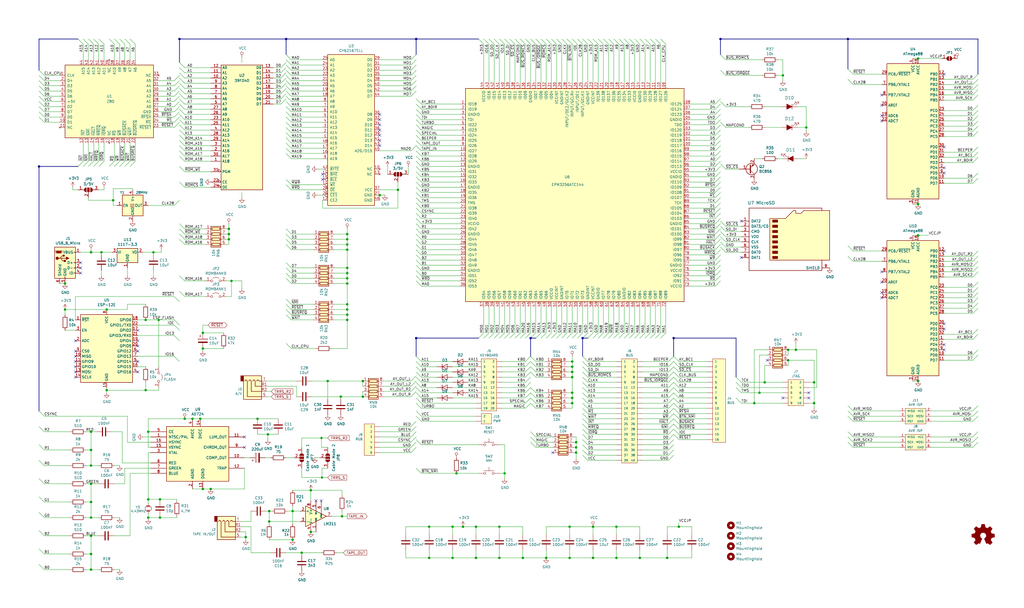
<source format=kicad_sch>
(kicad_sch (version 20210621) (generator eeschema)
  (paper "User" 499.999 297.002)
  (title_block (title "Karabas Nano") (rev "I"))
  (junction (at 31.75 138.43) (diameter 1.016))
  (junction (at 31.75 151.13) (diameter 1.016))
  (junction (at 44.45 123.19) (diameter 1.016))
  (junction (at 44.45 210.82) (diameter 1.016))
  (junction (at 44.45 219.71) (diameter 1.016))
  (junction (at 44.45 227.33) (diameter 1.016))
  (junction (at 44.45 236.22) (diameter 1.016))
  (junction (at 44.45 245.11) (diameter 1.016))
  (junction (at 44.45 252.73) (diameter 1.016))
  (junction (at 44.45 261.62) (diameter 1.016))
  (junction (at 44.45 270.51) (diameter 1.016))
  (junction (at 44.45 278.13) (diameter 1.016))
  (junction (at 49.53 123.19) (diameter 1.016))
  (junction (at 52.07 151.13) (diameter 1.016))
  (junction (at 52.07 190.5) (diameter 1.016))
  (junction (at 55.245 97.79) (diameter 1.016))
  (junction (at 63.5 323.85) (diameter 1.016))
  (junction (at 63.5 336.55) (diameter 1.016))
  (junction (at 63.5 349.25) (diameter 1.016))
  (junction (at 63.5 359.41) (diameter 1.016))
  (junction (at 71.12 156.21) (diameter 1.016))
  (junction (at 71.12 190.5) (diameter 1.016))
  (junction (at 72.39 210.82) (diameter 1.016))
  (junction (at 72.39 243.84) (diameter 1.016))
  (junction (at 72.39 252.73) (diameter 1.016))
  (junction (at 73.66 318.77) (diameter 1.016))
  (junction (at 73.66 331.47) (diameter 1.016))
  (junction (at 73.66 344.17) (diameter 1.016))
  (junction (at 73.66 356.87) (diameter 1.016))
  (junction (at 74.93 123.19) (diameter 1.016))
  (junction (at 76.2 323.85) (diameter 1.016))
  (junction (at 76.2 336.55) (diameter 1.016))
  (junction (at 76.2 349.25) (diameter 1.016))
  (junction (at 76.2 361.95) (diameter 1.016))
  (junction (at 77.47 156.21) (diameter 1.016))
  (junction (at 78.105 243.84) (diameter 1.016))
  (junction (at 78.105 252.73) (diameter 1.016))
  (junction (at 86.36 318.77) (diameter 1.016))
  (junction (at 86.36 331.47) (diameter 1.016))
  (junction (at 86.36 344.17) (diameter 1.016))
  (junction (at 86.36 356.87) (diameter 1.016))
  (junction (at 88.9 323.85) (diameter 1.016))
  (junction (at 88.9 336.55) (diameter 1.016))
  (junction (at 88.9 349.25) (diameter 1.016))
  (junction (at 88.9 361.95) (diameter 1.016))
  (junction (at 90.17 204.47) (diameter 1.016))
  (junction (at 93.98 204.47) (diameter 1.016))
  (junction (at 97.79 204.47) (diameter 1.016))
  (junction (at 99.06 162.56) (diameter 1.016))
  (junction (at 99.06 170.18) (diameter 1.016))
  (junction (at 99.06 238.76) (diameter 1.016))
  (junction (at 99.06 318.77) (diameter 1.016))
  (junction (at 99.06 331.47) (diameter 1.016))
  (junction (at 99.06 344.17) (diameter 1.016))
  (junction (at 99.06 356.87) (diameter 1.016))
  (junction (at 101.6 323.85) (diameter 1.016))
  (junction (at 101.6 336.55) (diameter 1.016))
  (junction (at 101.6 349.25) (diameter 1.016))
  (junction (at 101.6 361.95) (diameter 1.016))
  (junction (at 102.87 238.76) (diameter 1.016))
  (junction (at 111.76 111.76) (diameter 1.016))
  (junction (at 111.76 114.3) (diameter 1.016))
  (junction (at 111.76 116.84) (diameter 1.016))
  (junction (at 111.76 318.77) (diameter 1.016))
  (junction (at 111.76 331.47) (diameter 1.016))
  (junction (at 111.76 344.17) (diameter 1.016))
  (junction (at 111.76 356.87) (diameter 1.016))
  (junction (at 113.03 137.16) (diameter 1.016))
  (junction (at 120.015 262.255) (diameter 1.016))
  (junction (at 124.46 318.77) (diameter 1.016))
  (junction (at 124.46 331.47) (diameter 1.016))
  (junction (at 124.46 344.17) (diameter 1.016))
  (junction (at 124.46 356.87) (diameter 1.016))
  (junction (at 125.73 204.47) (diameter 1.016))
  (junction (at 127 361.95) (diameter 1.016))
  (junction (at 130.81 212.09) (diameter 1.016))
  (junction (at 131.445 249.555) (diameter 1.016))
  (junction (at 131.445 254.635) (diameter 1.016))
  (junction (at 137.16 331.47) (diameter 1.016))
  (junction (at 137.16 344.17) (diameter 1.016))
  (junction (at 137.16 356.87) (diameter 1.016))
  (junction (at 139.7 323.85) (diameter 1.016))
  (junction (at 139.7 336.55) (diameter 1.016))
  (junction (at 139.7 349.25) (diameter 1.016))
  (junction (at 139.7 361.95) (diameter 1.016))
  (junction (at 142.875 249.555) (diameter 1.016))
  (junction (at 142.875 263.525) (diameter 1.016))
  (junction (at 147.32 269.875) (diameter 1.016))
  (junction (at 149.86 331.47) (diameter 1.016))
  (junction (at 149.86 344.17) (diameter 1.016))
  (junction (at 149.86 356.87) (diameter 1.016))
  (junction (at 151.765 239.395) (diameter 1.016))
  (junction (at 151.765 259.715) (diameter 1.016))
  (junction (at 152.4 323.85) (diameter 1.016))
  (junction (at 152.4 336.55) (diameter 1.016))
  (junction (at 152.4 349.25) (diameter 1.016))
  (junction (at 152.4 361.95) (diameter 1.016))
  (junction (at 156.972 213.868))
  (junction (at 157.226 233.172))
  (junction (at 160.02 186.055) (diameter 1.016))
  (junction (at 162.56 331.47) (diameter 1.016))
  (junction (at 162.56 344.17) (diameter 1.016))
  (junction (at 162.56 356.87) (diameter 1.016))
  (junction (at 165.1 323.85) (diameter 1.016))
  (junction (at 165.1 336.55) (diameter 1.016))
  (junction (at 165.1 349.25) (diameter 1.016))
  (junction (at 165.1 361.95) (diameter 1.016))
  (junction (at 166.37 193.675) (diameter 1.016))
  (junction (at 167.005 252.095) (diameter 1.016))
  (junction (at 169.545 114.3) (diameter 1.016))
  (junction (at 169.545 116.84) (diameter 1.016))
  (junction (at 169.545 119.38) (diameter 1.016))
  (junction (at 169.545 121.92) (diameter 1.016))
  (junction (at 169.545 130.81) (diameter 1.016))
  (junction (at 169.545 133.35) (diameter 1.016))
  (junction (at 169.545 135.89) (diameter 1.016))
  (junction (at 169.545 138.43) (diameter 1.016))
  (junction (at 169.545 148.59) (diameter 1.016))
  (junction (at 169.545 151.13) (diameter 1.016))
  (junction (at 169.545 153.67) (diameter 1.016))
  (junction (at 169.545 156.21) (diameter 1.016))
  (junction (at 175.26 331.47) (diameter 1.016))
  (junction (at 175.26 344.17) (diameter 1.016))
  (junction (at 175.26 356.87) (diameter 1.016))
  (junction (at 177.165 186.055) (diameter 1.016))
  (junction (at 177.165 193.675) (diameter 1.016))
  (junction (at 177.8 323.85) (diameter 1.016))
  (junction (at 177.8 336.55) (diameter 1.016))
  (junction (at 177.8 349.25) (diameter 1.016))
  (junction (at 185.42 95.25) (diameter 1.016))
  (junction (at 187.96 331.47) (diameter 1.016))
  (junction (at 187.96 344.17) (diameter 1.016))
  (junction (at 187.96 356.87) (diameter 1.016))
  (junction (at 194.31 92.71) (diameter 1.016))
  (junction (at 209.55 257.175) (diameter 1.016))
  (junction (at 209.55 272.415) (diameter 1.016))
  (junction (at 220.98 257.175) (diameter 1.016))
  (junction (at 220.98 272.415) (diameter 1.016))
  (junction (at 222.885 231.14) (diameter 1.016))
  (junction (at 226.06 257.175) (diameter 1.016))
  (junction (at 232.41 257.175) (diameter 1.016))
  (junction (at 232.41 272.415) (diameter 1.016))
  (junction (at 243.84 257.175) (diameter 1.016))
  (junction (at 243.84 272.415) (diameter 1.016))
  (junction (at 246.38 231.14) (diameter 1.016))
  (junction (at 255.27 272.415) (diameter 1.016))
  (junction (at 266.7 272.415) (diameter 1.016))
  (junction (at 278.13 257.175) (diameter 1.016))
  (junction (at 278.13 272.415) (diameter 1.016))
  (junction (at 279.4 176.53) (diameter 1.016))
  (junction (at 279.4 179.07) (diameter 1.016))
  (junction (at 279.4 181.61) (diameter 1.016))
  (junction (at 279.4 184.15) (diameter 1.016))
  (junction (at 279.4 191.77) (diameter 1.016))
  (junction (at 279.4 194.31) (diameter 1.016))
  (junction (at 279.4 196.85) (diameter 1.016))
  (junction (at 281.305 215.9) (diameter 1.016))
  (junction (at 281.305 218.44) (diameter 1.016))
  (junction (at 281.305 220.98) (diameter 1.016))
  (junction (at 289.56 257.175) (diameter 1.016))
  (junction (at 289.56 272.415) (diameter 1.016))
  (junction (at 300.99 257.175) (diameter 1.016))
  (junction (at 300.99 272.415) (diameter 1.016))
  (junction (at 312.42 272.415) (diameter 1.016))
  (junction (at 325.755 272.415) (diameter 1.016))
  (junction (at 331.47 257.175) (diameter 1.016))
  (junction (at 368.3 196.85) (diameter 1.016))
  (junction (at 370.84 191.77) (diameter 1.016))
  (junction (at 373.38 186.69) (diameter 1.016))
  (junction (at 382.27 36.83) (diameter 1.016))
  (junction (at 384.81 170.815) (diameter 1.016))
  (junction (at 384.81 175.895) (diameter 1.016))
  (junction (at 388.62 170.815) (diameter 1.016))
  (junction (at 393.7 62.23) (diameter 1.016))
  (junction (at 397.51 186.69) (diameter 1.016))
  (junction (at 397.51 196.85) (diameter 1.016))
  (junction (at 448.31 28.575) (diameter 1.016))
  (junction (at 448.31 99.695) (diameter 1.016))
  (junction (at 448.31 114.935) (diameter 1.016))
  (junction (at 448.31 186.055) (diameter 1.016))
  (junction (at 19.05 81.28) (diameter 1.016))
  (junction (at 87.63 19.05) (diameter 1.016))
  (junction (at 139.7 19.05) (diameter 1.016))
  (junction (at 203.2 19.05) (diameter 1.016))
  (junction (at 203.2 165.1) (diameter 1.016))
  (junction (at 259.08 165.1) (diameter 1.016))
  (junction (at 284.48 165.1) (diameter 1.016))
  (junction (at 328.93 165.1) (diameter 1.016))
  (junction (at 351.79 19.05) (diameter 1.016))
  (junction (at 414.02 19.05) (diameter 1.016))
  (no_connect (at 36.83 166.37))
  (no_connect (at 36.83 171.45))
  (no_connect (at 36.83 173.99))
  (no_connect (at 36.83 176.53))
  (no_connect (at 36.83 179.07))
  (no_connect (at 36.83 181.61))
  (no_connect (at 36.83 184.15))
  (no_connect (at 39.37 128.27))
  (no_connect (at 39.37 130.81))
  (no_connect (at 39.37 133.35))
  (no_connect (at 67.31 161.29))
  (no_connect (at 67.31 166.37))
  (no_connect (at 67.31 168.91))
  (no_connect (at 67.31 171.45))
  (no_connect (at 67.31 176.53))
  (no_connect (at 67.31 181.61))
  (no_connect (at 119.38 213.36))
  (no_connect (at 119.38 218.44))
  (no_connect (at 154.305 244.475))
  (no_connect (at 156.845 244.475))
  (no_connect (at 157.48 85.09))
  (no_connect (at 157.48 87.63))
  (no_connect (at 185.42 55.88))
  (no_connect (at 185.42 58.42))
  (no_connect (at 185.42 60.96))
  (no_connect (at 185.42 63.5))
  (no_connect (at 185.42 66.04))
  (no_connect (at 185.42 68.58))
  (no_connect (at 185.42 71.12))
  (no_connect (at 269.875 220.98))
  (no_connect (at 361.95 107.95))
  (no_connect (at 361.95 125.73))
  (no_connect (at 374.65 175.895))
  (no_connect (at 382.27 194.31))
  (no_connect (at 394.97 191.77))
  (no_connect (at 394.97 194.31))
  (no_connect (at 430.53 46.355))
  (no_connect (at 430.53 51.435))
  (no_connect (at 430.53 56.515))
  (no_connect (at 430.53 59.055))
  (no_connect (at 430.53 132.715))
  (no_connect (at 430.53 137.795))
  (no_connect (at 430.53 142.875))
  (no_connect (at 430.53 145.415))
  (no_connect (at 461.01 36.195))
  (no_connect (at 461.01 71.755))
  (no_connect (at 461.01 81.915))
  (no_connect (at 461.01 84.455))
  (no_connect (at 461.01 122.555))
  (no_connect (at 461.01 158.115))
  (no_connect (at 461.01 160.655))
  (no_connect (at 461.01 168.275))
  (no_connect (at 461.01 170.815))
  (bus_entry (at 19.05 34.29) (size 2.54 2.54) (stroke (width 0.1524)))
  (bus_entry (at 19.05 36.83) (size 2.54 2.54) (stroke (width 0.1524)))
  (bus_entry (at 19.05 39.37) (size 2.54 2.54) (stroke (width 0.1524)))
  (bus_entry (at 19.05 41.91) (size 2.54 2.54) (stroke (width 0.1524)))
  (bus_entry (at 19.05 44.45) (size 2.54 2.54) (stroke (width 0.1524)))
  (bus_entry (at 19.05 46.99) (size 2.54 2.54) (stroke (width 0.1524)))
  (bus_entry (at 19.05 49.53) (size 2.54 2.54) (stroke (width 0.1524)))
  (bus_entry (at 19.05 52.07) (size 2.54 2.54) (stroke (width 0.1524)))
  (bus_entry (at 19.05 54.61) (size 2.54 2.54) (stroke (width 0.1524)))
  (bus_entry (at 19.05 57.15) (size 2.54 2.54) (stroke (width 0.1524)))
  (bus_entry (at 19.05 200.66) (size 2.54 2.54) (stroke (width 0.1524)))
  (bus_entry (at 19.05 208.28) (size 2.54 2.54) (stroke (width 0.1524)))
  (bus_entry (at 19.05 217.17) (size 2.54 2.54) (stroke (width 0.1524)))
  (bus_entry (at 19.05 224.79) (size 2.54 2.54) (stroke (width 0.1524)))
  (bus_entry (at 19.05 233.68) (size 2.54 2.54) (stroke (width 0.1524)))
  (bus_entry (at 19.05 242.57) (size 2.54 2.54) (stroke (width 0.1524)))
  (bus_entry (at 19.05 250.19) (size 2.54 2.54) (stroke (width 0.1524)))
  (bus_entry (at 19.05 259.08) (size 2.54 2.54) (stroke (width 0.1524)))
  (bus_entry (at 19.05 267.97) (size 2.54 2.54) (stroke (width 0.1524)))
  (bus_entry (at 19.05 275.59) (size 2.54 2.54) (stroke (width 0.1524)))
  (bus_entry (at 38.1 19.05) (size 2.54 2.54) (stroke (width 0.1524)))
  (bus_entry (at 38.1 81.28) (size 2.54 -2.54) (stroke (width 0.1524)))
  (bus_entry (at 40.64 19.05) (size 2.54 2.54) (stroke (width 0.1524)))
  (bus_entry (at 40.64 81.28) (size 2.54 -2.54) (stroke (width 0.1524)))
  (bus_entry (at 43.18 19.05) (size 2.54 2.54) (stroke (width 0.1524)))
  (bus_entry (at 43.18 81.28) (size 2.54 -2.54) (stroke (width 0.1524)))
  (bus_entry (at 45.72 19.05) (size 2.54 2.54) (stroke (width 0.1524)))
  (bus_entry (at 45.72 81.28) (size 2.54 -2.54) (stroke (width 0.1524)))
  (bus_entry (at 48.26 19.05) (size 2.54 2.54) (stroke (width 0.1524)))
  (bus_entry (at 48.26 81.28) (size 2.54 -2.54) (stroke (width 0.1524)))
  (bus_entry (at 53.34 19.05) (size 2.54 2.54) (stroke (width 0.1524)))
  (bus_entry (at 53.34 81.28) (size 2.54 -2.54) (stroke (width 0.1524)))
  (bus_entry (at 55.88 19.05) (size 2.54 2.54) (stroke (width 0.1524)))
  (bus_entry (at 55.88 81.28) (size 2.54 -2.54) (stroke (width 0.1524)))
  (bus_entry (at 58.42 19.05) (size 2.54 2.54) (stroke (width 0.1524)))
  (bus_entry (at 58.42 81.28) (size 2.54 -2.54) (stroke (width 0.1524)))
  (bus_entry (at 60.96 19.05) (size 2.54 2.54) (stroke (width 0.1524)))
  (bus_entry (at 60.96 81.28) (size 2.54 -2.54) (stroke (width 0.1524)))
  (bus_entry (at 63.5 19.05) (size 2.54 2.54) (stroke (width 0.1524)))
  (bus_entry (at 63.5 81.28) (size 2.54 -2.54) (stroke (width 0.1524)))
  (bus_entry (at 85.09 39.37) (size 2.54 -2.54) (stroke (width 0.1524)))
  (bus_entry (at 85.09 41.91) (size 2.54 -2.54) (stroke (width 0.1524)))
  (bus_entry (at 85.09 44.45) (size 2.54 -2.54) (stroke (width 0.1524)))
  (bus_entry (at 85.09 46.99) (size 2.54 -2.54) (stroke (width 0.1524)))
  (bus_entry (at 85.09 49.53) (size 2.54 -2.54) (stroke (width 0.1524)))
  (bus_entry (at 85.09 52.07) (size 2.54 -2.54) (stroke (width 0.1524)))
  (bus_entry (at 85.09 54.61) (size 2.54 -2.54) (stroke (width 0.1524)))
  (bus_entry (at 85.09 57.15) (size 2.54 -2.54) (stroke (width 0.1524)))
  (bus_entry (at 85.09 59.69) (size 2.54 -2.54) (stroke (width 0.1524)))
  (bus_entry (at 85.09 62.23) (size 2.54 -2.54) (stroke (width 0.1524)))
  (bus_entry (at 85.09 100.33) (size 2.54 -2.54) (stroke (width 0.1524)))
  (bus_entry (at 85.09 144.78) (size 2.54 2.54) (stroke (width 0.1524)))
  (bus_entry (at 85.09 156.21) (size 2.54 2.54) (stroke (width 0.1524)))
  (bus_entry (at 85.09 158.75) (size 2.54 2.54) (stroke (width 0.1524)))
  (bus_entry (at 85.09 163.83) (size 2.54 2.54) (stroke (width 0.1524)))
  (bus_entry (at 85.09 173.99) (size 2.54 2.54) (stroke (width 0.1524)))
  (bus_entry (at 87.63 30.48) (size 2.54 2.54) (stroke (width 0.1524)))
  (bus_entry (at 87.63 33.02) (size 2.54 2.54) (stroke (width 0.1524)))
  (bus_entry (at 87.63 35.56) (size 2.54 2.54) (stroke (width 0.1524)))
  (bus_entry (at 87.63 38.1) (size 2.54 2.54) (stroke (width 0.1524)))
  (bus_entry (at 87.63 40.64) (size 2.54 2.54) (stroke (width 0.1524)))
  (bus_entry (at 87.63 43.18) (size 2.54 2.54) (stroke (width 0.1524)))
  (bus_entry (at 87.63 45.72) (size 2.54 2.54) (stroke (width 0.1524)))
  (bus_entry (at 87.63 48.26) (size 2.54 2.54) (stroke (width 0.1524)))
  (bus_entry (at 87.63 50.8) (size 2.54 2.54) (stroke (width 0.1524)))
  (bus_entry (at 87.63 53.34) (size 2.54 2.54) (stroke (width 0.1524)))
  (bus_entry (at 87.63 55.88) (size 2.54 2.54) (stroke (width 0.1524)))
  (bus_entry (at 87.63 58.42) (size 2.54 2.54) (stroke (width 0.1524)))
  (bus_entry (at 87.63 60.96) (size 2.54 2.54) (stroke (width 0.1524)))
  (bus_entry (at 87.63 63.5) (size 2.54 2.54) (stroke (width 0.1524)))
  (bus_entry (at 87.63 66.04) (size 2.54 2.54) (stroke (width 0.1524)))
  (bus_entry (at 87.63 68.58) (size 2.54 2.54) (stroke (width 0.1524)))
  (bus_entry (at 87.63 71.12) (size 2.54 2.54) (stroke (width 0.1524)))
  (bus_entry (at 87.63 73.66) (size 2.54 2.54) (stroke (width 0.1524)))
  (bus_entry (at 87.63 76.2) (size 2.54 2.54) (stroke (width 0.1524)))
  (bus_entry (at 87.63 81.28) (size 2.54 2.54) (stroke (width 0.1524)))
  (bus_entry (at 87.63 88.9) (size 2.54 2.54) (stroke (width 0.1524)))
  (bus_entry (at 87.63 109.22) (size 2.54 2.54) (stroke (width 0.1524)))
  (bus_entry (at 87.63 111.76) (size 2.54 2.54) (stroke (width 0.1524)))
  (bus_entry (at 87.63 114.3) (size 2.54 2.54) (stroke (width 0.1524)))
  (bus_entry (at 87.63 116.84) (size 2.54 2.54) (stroke (width 0.1524)))
  (bus_entry (at 87.63 134.62) (size 2.54 2.54) (stroke (width 0.1524)))
  (bus_entry (at 87.63 142.24) (size 2.54 2.54) (stroke (width 0.1524)))
  (bus_entry (at 137.16 33.02) (size 2.54 -2.54) (stroke (width 0.1524)))
  (bus_entry (at 137.16 35.56) (size 2.54 -2.54) (stroke (width 0.1524)))
  (bus_entry (at 137.16 38.1) (size 2.54 -2.54) (stroke (width 0.1524)))
  (bus_entry (at 137.16 40.64) (size 2.54 -2.54) (stroke (width 0.1524)))
  (bus_entry (at 137.16 43.18) (size 2.54 -2.54) (stroke (width 0.1524)))
  (bus_entry (at 137.16 45.72) (size 2.54 -2.54) (stroke (width 0.1524)))
  (bus_entry (at 137.16 48.26) (size 2.54 -2.54) (stroke (width 0.1524)))
  (bus_entry (at 137.16 50.8) (size 2.54 -2.54) (stroke (width 0.1524)))
  (bus_entry (at 139.7 26.67) (size 2.54 2.54) (stroke (width 0.1524)))
  (bus_entry (at 139.7 29.21) (size 2.54 2.54) (stroke (width 0.1524)))
  (bus_entry (at 139.7 31.75) (size 2.54 2.54) (stroke (width 0.1524)))
  (bus_entry (at 139.7 34.29) (size 2.54 2.54) (stroke (width 0.1524)))
  (bus_entry (at 139.7 36.83) (size 2.54 2.54) (stroke (width 0.1524)))
  (bus_entry (at 139.7 39.37) (size 2.54 2.54) (stroke (width 0.1524)))
  (bus_entry (at 139.7 41.91) (size 2.54 2.54) (stroke (width 0.1524)))
  (bus_entry (at 139.7 44.45) (size 2.54 2.54) (stroke (width 0.1524)))
  (bus_entry (at 139.7 46.99) (size 2.54 2.54) (stroke (width 0.1524)))
  (bus_entry (at 139.7 49.53) (size 2.54 2.54) (stroke (width 0.1524)))
  (bus_entry (at 139.7 52.07) (size 2.54 2.54) (stroke (width 0.1524)))
  (bus_entry (at 139.7 54.61) (size 2.54 2.54) (stroke (width 0.1524)))
  (bus_entry (at 139.7 57.15) (size 2.54 2.54) (stroke (width 0.1524)))
  (bus_entry (at 139.7 59.69) (size 2.54 2.54) (stroke (width 0.1524)))
  (bus_entry (at 139.7 62.23) (size 2.54 2.54) (stroke (width 0.1524)))
  (bus_entry (at 139.7 64.77) (size 2.54 2.54) (stroke (width 0.1524)))
  (bus_entry (at 139.7 67.31) (size 2.54 2.54) (stroke (width 0.1524)))
  (bus_entry (at 139.7 69.85) (size 2.54 2.54) (stroke (width 0.1524)))
  (bus_entry (at 139.7 72.39) (size 2.54 2.54) (stroke (width 0.1524)))
  (bus_entry (at 139.7 74.93) (size 2.54 2.54) (stroke (width 0.1524)))
  (bus_entry (at 139.7 87.63) (size 2.54 2.54) (stroke (width 0.1524)))
  (bus_entry (at 139.7 90.17) (size 2.54 2.54) (stroke (width 0.1524)))
  (bus_entry (at 139.7 111.76) (size 2.54 2.54) (stroke (width 0.1524)))
  (bus_entry (at 139.7 114.3) (size 2.54 2.54) (stroke (width 0.1524)))
  (bus_entry (at 139.7 116.84) (size 2.54 2.54) (stroke (width 0.1524)))
  (bus_entry (at 139.7 119.38) (size 2.54 2.54) (stroke (width 0.1524)))
  (bus_entry (at 139.7 128.27) (size 2.54 2.54) (stroke (width 0.1524)))
  (bus_entry (at 139.7 130.81) (size 2.54 2.54) (stroke (width 0.1524)))
  (bus_entry (at 139.7 133.35) (size 2.54 2.54) (stroke (width 0.1524)))
  (bus_entry (at 139.7 135.89) (size 2.54 2.54) (stroke (width 0.1524)))
  (bus_entry (at 139.7 146.05) (size 2.54 2.54) (stroke (width 0.1524)))
  (bus_entry (at 139.7 148.59) (size 2.54 2.54) (stroke (width 0.1524)))
  (bus_entry (at 139.7 151.13) (size 2.54 2.54) (stroke (width 0.1524)))
  (bus_entry (at 139.7 153.67) (size 2.54 2.54) (stroke (width 0.1524)))
  (bus_entry (at 139.7 167.64) (size 2.54 2.54) (stroke (width 0.1524)))
  (bus_entry (at 200.66 29.21) (size 2.54 -2.54) (stroke (width 0.1524)))
  (bus_entry (at 200.66 31.75) (size 2.54 -2.54) (stroke (width 0.1524)))
  (bus_entry (at 200.66 34.29) (size 2.54 -2.54) (stroke (width 0.1524)))
  (bus_entry (at 200.66 36.83) (size 2.54 -2.54) (stroke (width 0.1524)))
  (bus_entry (at 200.66 39.37) (size 2.54 -2.54) (stroke (width 0.1524)))
  (bus_entry (at 200.66 41.91) (size 2.54 -2.54) (stroke (width 0.1524)))
  (bus_entry (at 200.66 44.45) (size 2.54 -2.54) (stroke (width 0.1524)))
  (bus_entry (at 200.66 46.99) (size 2.54 -2.54) (stroke (width 0.1524)))
  (bus_entry (at 200.66 73.66) (size 2.54 -2.54) (stroke (width 0.1524)))
  (bus_entry (at 200.66 186.055) (size 2.54 -2.54) (stroke (width 0.1524)))
  (bus_entry (at 200.66 188.595) (size 2.54 -2.54) (stroke (width 0.1524)))
  (bus_entry (at 200.66 191.135) (size 2.54 -2.54) (stroke (width 0.1524)))
  (bus_entry (at 200.66 193.675) (size 2.54 -2.54) (stroke (width 0.1524)))
  (bus_entry (at 200.66 208.28) (size 2.54 -2.54) (stroke (width 0.1524)))
  (bus_entry (at 200.66 210.82) (size 2.54 -2.54) (stroke (width 0.1524)))
  (bus_entry (at 200.66 213.36) (size 2.54 -2.54) (stroke (width 0.1524)))
  (bus_entry (at 200.66 215.9) (size 2.54 -2.54) (stroke (width 0.1524)))
  (bus_entry (at 200.66 218.44) (size 2.54 -2.54) (stroke (width 0.1524)))
  (bus_entry (at 200.66 220.98) (size 2.54 -2.54) (stroke (width 0.1524)))
  (bus_entry (at 203.2 48.26) (size 2.54 2.54) (stroke (width 0.1524)))
  (bus_entry (at 203.2 50.8) (size 2.54 2.54) (stroke (width 0.1524)))
  (bus_entry (at 203.2 53.34) (size 2.54 2.54) (stroke (width 0.1524)))
  (bus_entry (at 203.2 55.88) (size 2.54 2.54) (stroke (width 0.1524)))
  (bus_entry (at 203.2 58.42) (size 2.54 2.54) (stroke (width 0.1524)))
  (bus_entry (at 203.2 60.96) (size 2.54 2.54) (stroke (width 0.1524)))
  (bus_entry (at 203.2 63.5) (size 2.54 2.54) (stroke (width 0.1524)))
  (bus_entry (at 203.2 66.04) (size 2.54 2.54) (stroke (width 0.1524)))
  (bus_entry (at 203.2 68.58) (size 2.54 2.54) (stroke (width 0.1524)))
  (bus_entry (at 203.2 71.12) (size 2.54 2.54) (stroke (width 0.1524)))
  (bus_entry (at 203.2 73.66) (size 2.54 2.54) (stroke (width 0.1524)))
  (bus_entry (at 203.2 76.2) (size 2.54 2.54) (stroke (width 0.1524)))
  (bus_entry (at 203.2 78.74) (size 2.54 2.54) (stroke (width 0.1524)))
  (bus_entry (at 203.2 81.28) (size 2.54 2.54) (stroke (width 0.1524)))
  (bus_entry (at 203.2 83.82) (size 2.54 2.54) (stroke (width 0.1524)))
  (bus_entry (at 203.2 86.36) (size 2.54 2.54) (stroke (width 0.1524)))
  (bus_entry (at 203.2 88.9) (size 2.54 2.54) (stroke (width 0.1524)))
  (bus_entry (at 203.2 91.44) (size 2.54 2.54) (stroke (width 0.1524)))
  (bus_entry (at 203.2 93.98) (size 2.54 2.54) (stroke (width 0.1524)))
  (bus_entry (at 203.2 96.52) (size 2.54 2.54) (stroke (width 0.1524)))
  (bus_entry (at 203.2 99.06) (size 2.54 2.54) (stroke (width 0.1524)))
  (bus_entry (at 203.2 101.6) (size 2.54 2.54) (stroke (width 0.1524)))
  (bus_entry (at 203.2 104.14) (size 2.54 2.54) (stroke (width 0.1524)))
  (bus_entry (at 203.2 106.68) (size 2.54 2.54) (stroke (width 0.1524)))
  (bus_entry (at 203.2 109.22) (size 2.54 2.54) (stroke (width 0.1524)))
  (bus_entry (at 203.2 111.76) (size 2.54 2.54) (stroke (width 0.1524)))
  (bus_entry (at 203.2 114.3) (size 2.54 2.54) (stroke (width 0.1524)))
  (bus_entry (at 203.2 116.84) (size 2.54 2.54) (stroke (width 0.1524)))
  (bus_entry (at 203.2 119.38) (size 2.54 2.54) (stroke (width 0.1524)))
  (bus_entry (at 203.2 121.92) (size 2.54 2.54) (stroke (width 0.1524)))
  (bus_entry (at 203.2 124.46) (size 2.54 2.54) (stroke (width 0.1524)))
  (bus_entry (at 203.2 127) (size 2.54 2.54) (stroke (width 0.1524)))
  (bus_entry (at 203.2 129.54) (size 2.54 2.54) (stroke (width 0.1524)))
  (bus_entry (at 203.2 132.08) (size 2.54 2.54) (stroke (width 0.1524)))
  (bus_entry (at 203.2 134.62) (size 2.54 2.54) (stroke (width 0.1524)))
  (bus_entry (at 203.2 137.16) (size 2.54 2.54) (stroke (width 0.1524)))
  (bus_entry (at 203.2 173.99) (size 2.54 2.54) (stroke (width 0.1524)))
  (bus_entry (at 203.2 176.53) (size 2.54 2.54) (stroke (width 0.1524)))
  (bus_entry (at 203.2 179.07) (size 2.54 2.54) (stroke (width 0.1524)))
  (bus_entry (at 203.2 181.61) (size 2.54 2.54) (stroke (width 0.1524)))
  (bus_entry (at 203.2 184.15) (size 2.54 2.54) (stroke (width 0.1524)))
  (bus_entry (at 203.2 186.69) (size 2.54 2.54) (stroke (width 0.1524)))
  (bus_entry (at 203.2 189.23) (size 2.54 2.54) (stroke (width 0.1524)))
  (bus_entry (at 203.2 191.77) (size 2.54 2.54) (stroke (width 0.1524)))
  (bus_entry (at 203.2 194.31) (size 2.54 2.54) (stroke (width 0.1524)))
  (bus_entry (at 203.2 196.85) (size 2.54 2.54) (stroke (width 0.1524)))
  (bus_entry (at 203.2 200.66) (size 2.54 2.54) (stroke (width 0.1524)))
  (bus_entry (at 203.2 203.2) (size 2.54 2.54) (stroke (width 0.1524)))
  (bus_entry (at 203.2 214.63) (size 2.54 2.54) (stroke (width 0.1524)))
  (bus_entry (at 203.2 228.6) (size 2.54 2.54) (stroke (width 0.1524)))
  (bus_entry (at 233.68 19.05) (size 2.54 2.54) (stroke (width 0.1524)))
  (bus_entry (at 233.68 165.1) (size 2.54 -2.54) (stroke (width 0.1524)))
  (bus_entry (at 236.22 19.05) (size 2.54 2.54) (stroke (width 0.1524)))
  (bus_entry (at 236.22 165.1) (size 2.54 -2.54) (stroke (width 0.1524)))
  (bus_entry (at 238.76 19.05) (size 2.54 2.54) (stroke (width 0.1524)))
  (bus_entry (at 238.76 165.1) (size 2.54 -2.54) (stroke (width 0.1524)))
  (bus_entry (at 241.3 19.05) (size 2.54 2.54) (stroke (width 0.1524)))
  (bus_entry (at 241.3 165.1) (size 2.54 -2.54) (stroke (width 0.1524)))
  (bus_entry (at 243.84 19.05) (size 2.54 2.54) (stroke (width 0.1524)))
  (bus_entry (at 243.84 165.1) (size 2.54 -2.54) (stroke (width 0.1524)))
  (bus_entry (at 246.38 19.05) (size 2.54 2.54) (stroke (width 0.1524)))
  (bus_entry (at 246.38 165.1) (size 2.54 -2.54) (stroke (width 0.1524)))
  (bus_entry (at 248.92 19.05) (size 2.54 2.54) (stroke (width 0.1524)))
  (bus_entry (at 248.92 165.1) (size 2.54 -2.54) (stroke (width 0.1524)))
  (bus_entry (at 251.46 19.05) (size 2.54 2.54) (stroke (width 0.1524)))
  (bus_entry (at 251.46 165.1) (size 2.54 -2.54) (stroke (width 0.1524)))
  (bus_entry (at 254 19.05) (size 2.54 2.54) (stroke (width 0.1524)))
  (bus_entry (at 254 165.1) (size 2.54 -2.54) (stroke (width 0.1524)))
  (bus_entry (at 256.54 19.05) (size 2.54 2.54) (stroke (width 0.1524)))
  (bus_entry (at 256.54 165.1) (size 2.54 -2.54) (stroke (width 0.1524)))
  (bus_entry (at 256.54 176.53) (size 2.54 -2.54) (stroke (width 0.1524)))
  (bus_entry (at 256.54 179.07) (size 2.54 -2.54) (stroke (width 0.1524)))
  (bus_entry (at 256.54 181.61) (size 2.54 -2.54) (stroke (width 0.1524)))
  (bus_entry (at 256.54 184.15) (size 2.54 -2.54) (stroke (width 0.1524)))
  (bus_entry (at 256.54 186.69) (size 2.54 -2.54) (stroke (width 0.1524)))
  (bus_entry (at 256.54 189.23) (size 2.54 -2.54) (stroke (width 0.1524)))
  (bus_entry (at 256.54 191.77) (size 2.54 -2.54) (stroke (width 0.1524)))
  (bus_entry (at 256.54 194.31) (size 2.54 -2.54) (stroke (width 0.1524)))
  (bus_entry (at 256.54 196.85) (size 2.54 -2.54) (stroke (width 0.1524)))
  (bus_entry (at 256.54 199.39) (size 2.54 -2.54) (stroke (width 0.1524)))
  (bus_entry (at 259.08 19.05) (size 2.54 2.54) (stroke (width 0.1524)))
  (bus_entry (at 259.08 165.1) (size 2.54 -2.54) (stroke (width 0.1524)))
  (bus_entry (at 259.08 173.99) (size 2.54 2.54) (stroke (width 0.1524)))
  (bus_entry (at 259.08 176.53) (size 2.54 2.54) (stroke (width 0.1524)))
  (bus_entry (at 259.08 179.07) (size 2.54 2.54) (stroke (width 0.1524)))
  (bus_entry (at 259.08 181.61) (size 2.54 2.54) (stroke (width 0.1524)))
  (bus_entry (at 259.08 189.23) (size 2.54 2.54) (stroke (width 0.1524)))
  (bus_entry (at 259.08 191.77) (size 2.54 2.54) (stroke (width 0.1524)))
  (bus_entry (at 259.08 194.31) (size 2.54 2.54) (stroke (width 0.1524)))
  (bus_entry (at 259.08 196.85) (size 2.54 2.54) (stroke (width 0.1524)))
  (bus_entry (at 259.08 210.82) (size 2.54 2.54) (stroke (width 0.1524)))
  (bus_entry (at 259.08 213.36) (size 2.54 2.54) (stroke (width 0.1524)))
  (bus_entry (at 259.08 215.9) (size 2.54 2.54) (stroke (width 0.1524)))
  (bus_entry (at 261.62 19.05) (size 2.54 2.54) (stroke (width 0.1524)))
  (bus_entry (at 261.62 165.1) (size 2.54 -2.54) (stroke (width 0.1524)))
  (bus_entry (at 264.16 19.05) (size 2.54 2.54) (stroke (width 0.1524)))
  (bus_entry (at 264.16 165.1) (size 2.54 -2.54) (stroke (width 0.1524)))
  (bus_entry (at 266.7 19.05) (size 2.54 2.54) (stroke (width 0.1524)))
  (bus_entry (at 266.7 165.1) (size 2.54 -2.54) (stroke (width 0.1524)))
  (bus_entry (at 269.24 19.05) (size 2.54 2.54) (stroke (width 0.1524)))
  (bus_entry (at 269.24 165.1) (size 2.54 -2.54) (stroke (width 0.1524)))
  (bus_entry (at 271.78 19.05) (size 2.54 2.54) (stroke (width 0.1524)))
  (bus_entry (at 271.78 165.1) (size 2.54 -2.54) (stroke (width 0.1524)))
  (bus_entry (at 274.32 19.05) (size 2.54 2.54) (stroke (width 0.1524)))
  (bus_entry (at 274.32 165.1) (size 2.54 -2.54) (stroke (width 0.1524)))
  (bus_entry (at 276.86 19.05) (size 2.54 2.54) (stroke (width 0.1524)))
  (bus_entry (at 276.86 165.1) (size 2.54 -2.54) (stroke (width 0.1524)))
  (bus_entry (at 279.4 19.05) (size 2.54 2.54) (stroke (width 0.1524)))
  (bus_entry (at 279.4 165.1) (size 2.54 -2.54) (stroke (width 0.1524)))
  (bus_entry (at 281.94 19.05) (size 2.54 2.54) (stroke (width 0.1524)))
  (bus_entry (at 281.94 165.1) (size 2.54 -2.54) (stroke (width 0.1524)))
  (bus_entry (at 284.48 19.05) (size 2.54 2.54) (stroke (width 0.1524)))
  (bus_entry (at 284.48 165.1) (size 2.54 -2.54) (stroke (width 0.1524)))
  (bus_entry (at 284.48 173.99) (size 2.54 2.54) (stroke (width 0.1524)))
  (bus_entry (at 284.48 176.53) (size 2.54 2.54) (stroke (width 0.1524)))
  (bus_entry (at 284.48 179.07) (size 2.54 2.54) (stroke (width 0.1524)))
  (bus_entry (at 284.48 181.61) (size 2.54 2.54) (stroke (width 0.1524)))
  (bus_entry (at 284.48 184.15) (size 2.54 2.54) (stroke (width 0.1524)))
  (bus_entry (at 284.48 186.69) (size 2.54 2.54) (stroke (width 0.1524)))
  (bus_entry (at 284.48 189.23) (size 2.54 2.54) (stroke (width 0.1524)))
  (bus_entry (at 284.48 191.77) (size 2.54 2.54) (stroke (width 0.1524)))
  (bus_entry (at 284.48 194.31) (size 2.54 2.54) (stroke (width 0.1524)))
  (bus_entry (at 284.48 196.85) (size 2.54 2.54) (stroke (width 0.1524)))
  (bus_entry (at 284.48 199.39) (size 2.54 2.54) (stroke (width 0.1524)))
  (bus_entry (at 284.48 201.93) (size 2.54 2.54) (stroke (width 0.1524)))
  (bus_entry (at 284.48 204.47) (size 2.54 2.54) (stroke (width 0.1524)))
  (bus_entry (at 284.48 207.01) (size 2.54 2.54) (stroke (width 0.1524)))
  (bus_entry (at 284.48 209.55) (size 2.54 2.54) (stroke (width 0.1524)))
  (bus_entry (at 284.48 212.09) (size 2.54 2.54) (stroke (width 0.1524)))
  (bus_entry (at 284.48 214.63) (size 2.54 2.54) (stroke (width 0.1524)))
  (bus_entry (at 284.48 217.17) (size 2.54 2.54) (stroke (width 0.1524)))
  (bus_entry (at 284.48 219.71) (size 2.54 2.54) (stroke (width 0.1524)))
  (bus_entry (at 284.48 222.25) (size 2.54 2.54) (stroke (width 0.1524)))
  (bus_entry (at 287.02 19.05) (size 2.54 2.54) (stroke (width 0.1524)))
  (bus_entry (at 287.02 165.1) (size 2.54 -2.54) (stroke (width 0.1524)))
  (bus_entry (at 289.56 19.05) (size 2.54 2.54) (stroke (width 0.1524)))
  (bus_entry (at 289.56 165.1) (size 2.54 -2.54) (stroke (width 0.1524)))
  (bus_entry (at 292.1 19.05) (size 2.54 2.54) (stroke (width 0.1524)))
  (bus_entry (at 292.1 165.1) (size 2.54 -2.54) (stroke (width 0.1524)))
  (bus_entry (at 294.64 19.05) (size 2.54 2.54) (stroke (width 0.1524)))
  (bus_entry (at 294.64 165.1) (size 2.54 -2.54) (stroke (width 0.1524)))
  (bus_entry (at 297.18 19.05) (size 2.54 2.54) (stroke (width 0.1524)))
  (bus_entry (at 297.18 165.1) (size 2.54 -2.54) (stroke (width 0.1524)))
  (bus_entry (at 299.72 19.05) (size 2.54 2.54) (stroke (width 0.1524)))
  (bus_entry (at 299.72 165.1) (size 2.54 -2.54) (stroke (width 0.1524)))
  (bus_entry (at 302.26 19.05) (size 2.54 2.54) (stroke (width 0.1524)))
  (bus_entry (at 302.26 165.1) (size 2.54 -2.54) (stroke (width 0.1524)))
  (bus_entry (at 304.8 19.05) (size 2.54 2.54) (stroke (width 0.1524)))
  (bus_entry (at 304.8 165.1) (size 2.54 -2.54) (stroke (width 0.1524)))
  (bus_entry (at 307.34 19.05) (size 2.54 2.54) (stroke (width 0.1524)))
  (bus_entry (at 307.34 165.1) (size 2.54 -2.54) (stroke (width 0.1524)))
  (bus_entry (at 309.88 19.05) (size 2.54 2.54) (stroke (width 0.1524)))
  (bus_entry (at 309.88 165.1) (size 2.54 -2.54) (stroke (width 0.1524)))
  (bus_entry (at 312.42 19.05) (size 2.54 2.54) (stroke (width 0.1524)))
  (bus_entry (at 312.42 165.1) (size 2.54 -2.54) (stroke (width 0.1524)))
  (bus_entry (at 314.96 19.05) (size 2.54 2.54) (stroke (width 0.1524)))
  (bus_entry (at 314.96 165.1) (size 2.54 -2.54) (stroke (width 0.1524)))
  (bus_entry (at 317.5 19.05) (size 2.54 2.54) (stroke (width 0.1524)))
  (bus_entry (at 317.5 165.1) (size 2.54 -2.54) (stroke (width 0.1524)))
  (bus_entry (at 320.04 19.05) (size 2.54 2.54) (stroke (width 0.1524)))
  (bus_entry (at 320.04 165.1) (size 2.54 -2.54) (stroke (width 0.1524)))
  (bus_entry (at 322.58 19.05) (size 2.54 2.54) (stroke (width 0.1524)))
  (bus_entry (at 322.58 165.1) (size 2.54 -2.54) (stroke (width 0.1524)))
  (bus_entry (at 326.39 176.53) (size 2.54 -2.54) (stroke (width 0.1524)))
  (bus_entry (at 326.39 179.07) (size 2.54 -2.54) (stroke (width 0.1524)))
  (bus_entry (at 326.39 181.61) (size 2.54 -2.54) (stroke (width 0.1524)))
  (bus_entry (at 326.39 184.15) (size 2.54 -2.54) (stroke (width 0.1524)))
  (bus_entry (at 326.39 186.69) (size 2.54 -2.54) (stroke (width 0.1524)))
  (bus_entry (at 326.39 189.23) (size 2.54 -2.54) (stroke (width 0.1524)))
  (bus_entry (at 326.39 191.77) (size 2.54 -2.54) (stroke (width 0.1524)))
  (bus_entry (at 326.39 194.31) (size 2.54 -2.54) (stroke (width 0.1524)))
  (bus_entry (at 326.39 196.85) (size 2.54 -2.54) (stroke (width 0.1524)))
  (bus_entry (at 326.39 199.39) (size 2.54 -2.54) (stroke (width 0.1524)))
  (bus_entry (at 326.39 201.93) (size 2.54 -2.54) (stroke (width 0.1524)))
  (bus_entry (at 326.39 204.47) (size 2.54 -2.54) (stroke (width 0.1524)))
  (bus_entry (at 326.39 207.01) (size 2.54 -2.54) (stroke (width 0.1524)))
  (bus_entry (at 326.39 209.55) (size 2.54 -2.54) (stroke (width 0.1524)))
  (bus_entry (at 326.39 212.09) (size 2.54 -2.54) (stroke (width 0.1524)))
  (bus_entry (at 326.39 214.63) (size 2.54 -2.54) (stroke (width 0.1524)))
  (bus_entry (at 326.39 217.17) (size 2.54 -2.54) (stroke (width 0.1524)))
  (bus_entry (at 326.39 219.71) (size 2.54 -2.54) (stroke (width 0.1524)))
  (bus_entry (at 326.39 222.25) (size 2.54 -2.54) (stroke (width 0.1524)))
  (bus_entry (at 326.39 224.79) (size 2.54 -2.54) (stroke (width 0.1524)))
  (bus_entry (at 328.93 173.99) (size 2.54 2.54) (stroke (width 0.1524)))
  (bus_entry (at 328.93 176.53) (size 2.54 2.54) (stroke (width 0.1524)))
  (bus_entry (at 328.93 179.07) (size 2.54 2.54) (stroke (width 0.1524)))
  (bus_entry (at 328.93 181.61) (size 2.54 2.54) (stroke (width 0.1524)))
  (bus_entry (at 328.93 184.15) (size 2.54 2.54) (stroke (width 0.1524)))
  (bus_entry (at 328.93 186.69) (size 2.54 2.54) (stroke (width 0.1524)))
  (bus_entry (at 328.93 189.23) (size 2.54 2.54) (stroke (width 0.1524)))
  (bus_entry (at 328.93 191.77) (size 2.54 2.54) (stroke (width 0.1524)))
  (bus_entry (at 328.93 194.31) (size 2.54 2.54) (stroke (width 0.1524)))
  (bus_entry (at 328.93 196.85) (size 2.54 2.54) (stroke (width 0.1524)))
  (bus_entry (at 328.93 199.39) (size 2.54 2.54) (stroke (width 0.1524)))
  (bus_entry (at 328.93 201.93) (size 2.54 2.54) (stroke (width 0.1524)))
  (bus_entry (at 328.93 204.47) (size 2.54 2.54) (stroke (width 0.1524)))
  (bus_entry (at 328.93 207.01) (size 2.54 2.54) (stroke (width 0.1524)))
  (bus_entry (at 328.93 209.55) (size 2.54 2.54) (stroke (width 0.1524)))
  (bus_entry (at 328.93 212.09) (size 2.54 2.54) (stroke (width 0.1524)))
  (bus_entry (at 349.25 50.8) (size 2.54 -2.54) (stroke (width 0.1524)))
  (bus_entry (at 349.25 53.34) (size 2.54 -2.54) (stroke (width 0.1524)))
  (bus_entry (at 349.25 55.88) (size 2.54 -2.54) (stroke (width 0.1524)))
  (bus_entry (at 349.25 58.42) (size 2.54 -2.54) (stroke (width 0.1524)))
  (bus_entry (at 349.25 60.96) (size 2.54 -2.54) (stroke (width 0.1524)))
  (bus_entry (at 349.25 63.5) (size 2.54 -2.54) (stroke (width 0.1524)))
  (bus_entry (at 349.25 66.04) (size 2.54 -2.54) (stroke (width 0.1524)))
  (bus_entry (at 349.25 68.58) (size 2.54 -2.54) (stroke (width 0.1524)))
  (bus_entry (at 349.25 71.12) (size 2.54 -2.54) (stroke (width 0.1524)))
  (bus_entry (at 349.25 73.66) (size 2.54 -2.54) (stroke (width 0.1524)))
  (bus_entry (at 349.25 76.2) (size 2.54 -2.54) (stroke (width 0.1524)))
  (bus_entry (at 349.25 78.74) (size 2.54 -2.54) (stroke (width 0.1524)))
  (bus_entry (at 349.25 81.28) (size 2.54 -2.54) (stroke (width 0.1524)))
  (bus_entry (at 349.25 83.82) (size 2.54 -2.54) (stroke (width 0.1524)))
  (bus_entry (at 349.25 86.36) (size 2.54 -2.54) (stroke (width 0.1524)))
  (bus_entry (at 349.25 88.9) (size 2.54 -2.54) (stroke (width 0.1524)))
  (bus_entry (at 349.25 91.44) (size 2.54 -2.54) (stroke (width 0.1524)))
  (bus_entry (at 349.25 93.98) (size 2.54 -2.54) (stroke (width 0.1524)))
  (bus_entry (at 349.25 96.52) (size 2.54 -2.54) (stroke (width 0.1524)))
  (bus_entry (at 349.25 99.06) (size 2.54 -2.54) (stroke (width 0.1524)))
  (bus_entry (at 349.25 101.6) (size 2.54 -2.54) (stroke (width 0.1524)))
  (bus_entry (at 349.25 104.14) (size 2.54 -2.54) (stroke (width 0.1524)))
  (bus_entry (at 349.25 106.68) (size 2.54 -2.54) (stroke (width 0.1524)))
  (bus_entry (at 349.25 109.22) (size 2.54 -2.54) (stroke (width 0.1524)))
  (bus_entry (at 349.25 111.76) (size 2.54 -2.54) (stroke (width 0.1524)))
  (bus_entry (at 349.25 114.3) (size 2.54 -2.54) (stroke (width 0.1524)))
  (bus_entry (at 349.25 116.84) (size 2.54 -2.54) (stroke (width 0.1524)))
  (bus_entry (at 349.25 119.38) (size 2.54 -2.54) (stroke (width 0.1524)))
  (bus_entry (at 349.25 121.92) (size 2.54 -2.54) (stroke (width 0.1524)))
  (bus_entry (at 349.25 124.46) (size 2.54 -2.54) (stroke (width 0.1524)))
  (bus_entry (at 349.25 127) (size 2.54 -2.54) (stroke (width 0.1524)))
  (bus_entry (at 349.25 129.54) (size 2.54 -2.54) (stroke (width 0.1524)))
  (bus_entry (at 349.25 132.08) (size 2.54 -2.54) (stroke (width 0.1524)))
  (bus_entry (at 349.25 134.62) (size 2.54 -2.54) (stroke (width 0.1524)))
  (bus_entry (at 349.25 137.16) (size 2.54 -2.54) (stroke (width 0.1524)))
  (bus_entry (at 349.25 139.7) (size 2.54 -2.54) (stroke (width 0.1524)))
  (bus_entry (at 351.79 26.67) (size 2.54 2.54) (stroke (width 0.1524)))
  (bus_entry (at 351.79 34.29) (size 2.54 2.54) (stroke (width 0.1524)))
  (bus_entry (at 351.79 49.53) (size 2.54 2.54) (stroke (width 0.1524)))
  (bus_entry (at 351.79 59.69) (size 2.54 2.54) (stroke (width 0.1524)))
  (bus_entry (at 351.79 80.01) (size 2.54 2.54) (stroke (width 0.1524)))
  (bus_entry (at 351.79 107.95) (size 2.54 2.54) (stroke (width 0.1524)))
  (bus_entry (at 351.79 110.49) (size 2.54 2.54) (stroke (width 0.1524)))
  (bus_entry (at 351.79 113.03) (size 2.54 2.54) (stroke (width 0.1524)))
  (bus_entry (at 351.79 115.57) (size 2.54 2.54) (stroke (width 0.1524)))
  (bus_entry (at 351.79 118.11) (size 2.54 2.54) (stroke (width 0.1524)))
  (bus_entry (at 351.79 120.65) (size 2.54 2.54) (stroke (width 0.1524)))
  (bus_entry (at 359.41 184.15) (size 2.54 2.54) (stroke (width 0.1524)))
  (bus_entry (at 359.41 186.69) (size 2.54 2.54) (stroke (width 0.1524)))
  (bus_entry (at 359.41 189.23) (size 2.54 2.54) (stroke (width 0.1524)))
  (bus_entry (at 359.41 194.31) (size 2.54 2.54) (stroke (width 0.1524)))
  (bus_entry (at 414.02 33.655) (size 2.54 2.54) (stroke (width 0.1524)))
  (bus_entry (at 414.02 120.015) (size 2.54 2.54) (stroke (width 0.1524)))
  (bus_entry (at 414.02 198.12) (size 2.54 2.54) (stroke (width 0.1524)))
  (bus_entry (at 414.02 200.66) (size 2.54 2.54) (stroke (width 0.1524)))
  (bus_entry (at 414.02 203.2) (size 2.54 2.54) (stroke (width 0.1524)))
  (bus_entry (at 414.02 210.82) (size 2.54 2.54) (stroke (width 0.1524)))
  (bus_entry (at 414.02 213.36) (size 2.54 2.54) (stroke (width 0.1524)))
  (bus_entry (at 414.02 215.9) (size 2.54 2.54) (stroke (width 0.1524)))
  (bus_entry (at 416.56 41.275) (size -2.54 -2.54) (stroke (width 0.1524)))
  (bus_entry (at 416.56 127.635) (size -2.54 -2.54) (stroke (width 0.1524)))
  (bus_entry (at 474.98 38.735) (size 2.54 -2.54) (stroke (width 0.1524)))
  (bus_entry (at 474.98 41.275) (size 2.54 -2.54) (stroke (width 0.1524)))
  (bus_entry (at 474.98 43.815) (size 2.54 -2.54) (stroke (width 0.1524)))
  (bus_entry (at 474.98 46.355) (size 2.54 -2.54) (stroke (width 0.1524)))
  (bus_entry (at 474.98 48.895) (size 2.54 -2.54) (stroke (width 0.1524)))
  (bus_entry (at 474.98 53.975) (size 2.54 -2.54) (stroke (width 0.1524)))
  (bus_entry (at 474.98 56.515) (size 2.54 -2.54) (stroke (width 0.1524)))
  (bus_entry (at 474.98 59.055) (size 2.54 -2.54) (stroke (width 0.1524)))
  (bus_entry (at 474.98 61.595) (size 2.54 -2.54) (stroke (width 0.1524)))
  (bus_entry (at 474.98 64.135) (size 2.54 -2.54) (stroke (width 0.1524)))
  (bus_entry (at 474.98 66.675) (size 2.54 -2.54) (stroke (width 0.1524)))
  (bus_entry (at 474.98 76.835) (size 2.54 -2.54) (stroke (width 0.1524)))
  (bus_entry (at 474.98 79.375) (size 2.54 -2.54) (stroke (width 0.1524)))
  (bus_entry (at 474.98 86.995) (size 2.54 -2.54) (stroke (width 0.1524)))
  (bus_entry (at 474.98 89.535) (size 2.54 -2.54) (stroke (width 0.1524)))
  (bus_entry (at 474.98 125.095) (size 2.54 -2.54) (stroke (width 0.1524)))
  (bus_entry (at 474.98 127.635) (size 2.54 -2.54) (stroke (width 0.1524)))
  (bus_entry (at 474.98 130.175) (size 2.54 -2.54) (stroke (width 0.1524)))
  (bus_entry (at 474.98 132.715) (size 2.54 -2.54) (stroke (width 0.1524)))
  (bus_entry (at 474.98 135.255) (size 2.54 -2.54) (stroke (width 0.1524)))
  (bus_entry (at 474.98 140.335) (size 2.54 -2.54) (stroke (width 0.1524)))
  (bus_entry (at 474.98 142.875) (size 2.54 -2.54) (stroke (width 0.1524)))
  (bus_entry (at 474.98 145.415) (size 2.54 -2.54) (stroke (width 0.1524)))
  (bus_entry (at 474.98 147.955) (size 2.54 -2.54) (stroke (width 0.1524)))
  (bus_entry (at 474.98 150.495) (size 2.54 -2.54) (stroke (width 0.1524)))
  (bus_entry (at 474.98 153.035) (size 2.54 -2.54) (stroke (width 0.1524)))
  (bus_entry (at 474.98 163.195) (size 2.54 -2.54) (stroke (width 0.1524)))
  (bus_entry (at 474.98 165.735) (size 2.54 -2.54) (stroke (width 0.1524)))
  (bus_entry (at 474.98 173.355) (size 2.54 -2.54) (stroke (width 0.1524)))
  (bus_entry (at 474.98 175.895) (size 2.54 -2.54) (stroke (width 0.1524)))
  (bus_entry (at 474.98 200.66) (size 2.54 -2.54) (stroke (width 0.1524)))
  (bus_entry (at 474.98 203.2) (size 2.54 -2.54) (stroke (width 0.1524)))
  (bus_entry (at 474.98 205.74) (size 2.54 -2.54) (stroke (width 0.1524)))
  (bus_entry (at 474.98 213.36) (size 2.54 -2.54) (stroke (width 0.1524)))
  (bus_entry (at 474.98 215.9) (size 2.54 -2.54) (stroke (width 0.1524)))
  (bus_entry (at 474.98 218.44) (size 2.54 -2.54) (stroke (width 0.1524)))
  (bus_entry (at 477.52 71.755) (size -2.54 2.54) (stroke (width 0.1524)))
  (wire (pts (xy 21.59 36.83) (xy 29.21 36.83)))
  (wire (pts (xy 21.59 39.37) (xy 29.21 39.37)))
  (wire (pts (xy 21.59 41.91) (xy 29.21 41.91)))
  (wire (pts (xy 21.59 44.45) (xy 29.21 44.45)))
  (wire (pts (xy 21.59 46.99) (xy 29.21 46.99)))
  (wire (pts (xy 21.59 49.53) (xy 29.21 49.53)))
  (wire (pts (xy 21.59 52.07) (xy 29.21 52.07)))
  (wire (pts (xy 21.59 54.61) (xy 29.21 54.61)))
  (wire (pts (xy 21.59 57.15) (xy 29.21 57.15)))
  (wire (pts (xy 21.59 59.69) (xy 29.21 59.69)))
  (wire (pts (xy 21.59 203.2) (xy 62.23 203.2)))
  (wire (pts (xy 21.59 210.82) (xy 34.29 210.82)))
  (wire (pts (xy 21.59 219.71) (xy 34.29 219.71)))
  (wire (pts (xy 21.59 227.33) (xy 34.29 227.33)))
  (wire (pts (xy 21.59 236.22) (xy 34.29 236.22)))
  (wire (pts (xy 21.59 245.11) (xy 34.29 245.11)))
  (wire (pts (xy 21.59 252.73) (xy 34.29 252.73)))
  (wire (pts (xy 21.59 261.62) (xy 34.29 261.62)))
  (wire (pts (xy 21.59 270.51) (xy 34.29 270.51)))
  (wire (pts (xy 21.59 278.13) (xy 34.29 278.13)))
  (wire (pts (xy 29.21 138.43) (xy 31.75 138.43)))
  (wire (pts (xy 31.75 151.13) (xy 31.75 153.67)))
  (wire (pts (xy 31.75 161.29) (xy 36.83 161.29)))
  (wire (pts (xy 35.56 91.44) (xy 35.56 92.71)))
  (wire (pts (xy 35.56 92.71) (xy 38.1 92.71)))
  (wire (pts (xy 36.83 144.78) (xy 36.83 156.21)))
  (wire (pts (xy 36.83 144.78) (xy 85.09 144.78)))
  (wire (pts (xy 39.37 123.19) (xy 44.45 123.19)))
  (wire (pts (xy 40.64 29.21) (xy 40.64 21.59)))
  (wire (pts (xy 40.64 78.74) (xy 40.64 69.85)))
  (wire (pts (xy 41.91 210.82) (xy 44.45 210.82)))
  (wire (pts (xy 41.91 219.71) (xy 44.45 219.71)))
  (wire (pts (xy 41.91 236.22) (xy 44.45 236.22)))
  (wire (pts (xy 41.91 245.11) (xy 44.45 245.11)))
  (wire (pts (xy 41.91 261.62) (xy 44.45 261.62)))
  (wire (pts (xy 41.91 270.51) (xy 44.45 270.51)))
  (wire (pts (xy 43.18 29.21) (xy 43.18 21.59)))
  (wire (pts (xy 43.18 69.85) (xy 43.18 78.74)))
  (wire (pts (xy 43.18 96.52) (xy 43.18 97.79)))
  (wire (pts (xy 43.18 97.79) (xy 55.245 97.79)))
  (wire (pts (xy 43.18 318.77) (xy 59.69 318.77)))
  (wire (pts (xy 43.18 321.31) (xy 57.15 321.31)))
  (wire (pts (xy 43.18 323.85) (xy 54.61 323.85)))
  (wire (pts (xy 43.18 326.39) (xy 53.34 326.39)))
  (wire (pts (xy 43.18 328.93) (xy 52.07 328.93)))
  (wire (pts (xy 43.18 334.01) (xy 58.42 334.01)))
  (wire (pts (xy 43.18 340.36) (xy 60.96 340.36)))
  (wire (pts (xy 43.18 349.25) (xy 63.5 349.25)))
  (wire (pts (xy 44.45 123.19) (xy 44.45 121.92)))
  (wire (pts (xy 44.45 210.82) (xy 44.45 219.71)))
  (wire (pts (xy 44.45 219.71) (xy 44.45 227.33)))
  (wire (pts (xy 44.45 227.33) (xy 41.91 227.33)))
  (wire (pts (xy 44.45 236.22) (xy 44.45 245.11)))
  (wire (pts (xy 44.45 245.11) (xy 44.45 252.73)))
  (wire (pts (xy 44.45 252.73) (xy 41.91 252.73)))
  (wire (pts (xy 44.45 261.62) (xy 44.45 270.51)))
  (wire (pts (xy 44.45 270.51) (xy 44.45 278.13)))
  (wire (pts (xy 44.45 278.13) (xy 41.91 278.13)))
  (wire (pts (xy 45.72 29.21) (xy 45.72 21.59)))
  (wire (pts (xy 45.72 78.74) (xy 45.72 69.85)))
  (wire (pts (xy 46.99 210.82) (xy 44.45 210.82)))
  (wire (pts (xy 48.26 29.21) (xy 48.26 21.59)))
  (wire (pts (xy 48.26 78.74) (xy 48.26 69.85)))
  (wire (pts (xy 48.26 92.71) (xy 50.8 92.71)))
  (wire (pts (xy 48.26 227.33) (xy 44.45 227.33)))
  (wire (pts (xy 48.26 236.22) (xy 44.45 236.22)))
  (wire (pts (xy 48.26 252.73) (xy 44.45 252.73)))
  (wire (pts (xy 48.26 261.62) (xy 44.45 261.62)))
  (wire (pts (xy 48.26 278.13) (xy 44.45 278.13)))
  (wire (pts (xy 49.53 123.19) (xy 44.45 123.19)))
  (wire (pts (xy 49.53 124.46) (xy 49.53 123.19)))
  (wire (pts (xy 49.53 132.08) (xy 49.53 134.62)))
  (wire (pts (xy 50.8 29.21) (xy 50.8 21.59)))
  (wire (pts (xy 50.8 78.74) (xy 50.8 69.85)))
  (wire (pts (xy 50.8 92.71) (xy 50.8 91.44)))
  (wire (pts (xy 52.07 151.13) (xy 31.75 151.13)))
  (wire (pts (xy 52.07 190.5) (xy 52.07 189.23)))
  (wire (pts (xy 52.07 191.77) (xy 52.07 190.5)))
  (wire (pts (xy 52.07 304.8) (xy 124.46 304.8)))
  (wire (pts (xy 52.07 328.93) (xy 52.07 304.8)))
  (wire (pts (xy 53.34 306.07) (xy 111.76 306.07)))
  (wire (pts (xy 53.34 326.39) (xy 53.34 306.07)))
  (wire (pts (xy 54.61 123.19) (xy 49.53 123.19)))
  (wire (pts (xy 54.61 307.34) (xy 99.06 307.34)))
  (wire (pts (xy 54.61 323.85) (xy 54.61 307.34)))
  (wire (pts (xy 55.245 92.075) (xy 55.245 97.79)))
  (wire (pts (xy 55.245 100.33) (xy 55.245 97.79)))
  (wire (pts (xy 55.245 100.33) (xy 57.15 100.33)))
  (wire (pts (xy 55.88 29.21) (xy 55.88 21.59)))
  (wire (pts (xy 55.88 78.74) (xy 55.88 69.85)))
  (wire (pts (xy 55.88 227.33) (xy 58.42 227.33)))
  (wire (pts (xy 55.88 252.73) (xy 58.42 252.73)))
  (wire (pts (xy 55.88 278.13) (xy 58.42 278.13)))
  (wire (pts (xy 57.15 308.61) (xy 86.36 308.61)))
  (wire (pts (xy 57.15 321.31) (xy 57.15 308.61)))
  (wire (pts (xy 58.42 29.21) (xy 58.42 21.59)))
  (wire (pts (xy 58.42 78.74) (xy 58.42 69.85)))
  (wire (pts (xy 58.42 323.85) (xy 63.5 323.85)))
  (wire (pts (xy 58.42 334.01) (xy 58.42 323.85)))
  (wire (pts (xy 59.69 210.82) (xy 54.61 210.82)))
  (wire (pts (xy 59.69 226.06) (xy 59.69 210.82)))
  (wire (pts (xy 59.69 309.88) (xy 73.66 309.88)))
  (wire (pts (xy 59.69 318.77) (xy 59.69 309.88)))
  (wire (pts (xy 60.96 29.21) (xy 60.96 21.59)))
  (wire (pts (xy 60.96 78.74) (xy 60.96 69.85)))
  (wire (pts (xy 60.96 228.6) (xy 60.96 236.22)))
  (wire (pts (xy 60.96 236.22) (xy 55.88 236.22)))
  (wire (pts (xy 60.96 336.55) (xy 63.5 336.55)))
  (wire (pts (xy 60.96 340.36) (xy 60.96 336.55)))
  (wire (pts (xy 62.23 130.81) (xy 62.23 134.62)))
  (wire (pts (xy 62.23 148.59) (xy 62.23 151.13)))
  (wire (pts (xy 62.23 151.13) (xy 52.07 151.13)))
  (wire (pts (xy 62.23 203.2) (xy 62.23 215.9)))
  (wire (pts (xy 62.23 215.9) (xy 73.66 215.9)))
  (wire (pts (xy 63.5 29.21) (xy 63.5 21.59)))
  (wire (pts (xy 63.5 78.74) (xy 63.5 69.85)))
  (wire (pts (xy 63.5 231.14) (xy 63.5 261.62)))
  (wire (pts (xy 63.5 261.62) (xy 55.88 261.62)))
  (wire (pts (xy 63.5 318.77) (xy 63.5 323.85)))
  (wire (pts (xy 63.5 323.85) (xy 76.2 323.85)))
  (wire (pts (xy 63.5 331.47) (xy 63.5 336.55)))
  (wire (pts (xy 63.5 344.17) (xy 63.5 349.25)))
  (wire (pts (xy 63.5 356.87) (xy 63.5 359.41)))
  (wire (pts (xy 63.5 359.41) (xy 43.18 359.41)))
  (wire (pts (xy 63.5 361.95) (xy 63.5 359.41)))
  (wire (pts (xy 64.77 92.075) (xy 55.245 92.075)))
  (wire (pts (xy 64.77 92.71) (xy 64.77 92.075)))
  (wire (pts (xy 66.04 29.21) (xy 66.04 21.59)))
  (wire (pts (xy 66.04 78.74) (xy 66.04 69.85)))
  (wire (pts (xy 67.31 156.21) (xy 71.12 156.21)))
  (wire (pts (xy 67.31 179.07) (xy 71.12 179.07)))
  (wire (pts (xy 69.85 123.19) (xy 74.93 123.19)))
  (wire (pts (xy 69.85 213.36) (xy 73.66 213.36)))
  (wire (pts (xy 71.12 148.59) (xy 62.23 148.59)))
  (wire (pts (xy 71.12 156.21) (xy 77.47 156.21)))
  (wire (pts (xy 71.12 186.69) (xy 71.12 190.5)))
  (wire (pts (xy 71.12 190.5) (xy 52.07 190.5)))
  (wire (pts (xy 72.39 100.33) (xy 85.09 100.33)))
  (wire (pts (xy 72.39 204.47) (xy 90.17 204.47)))
  (wire (pts (xy 72.39 210.82) (xy 72.39 204.47)))
  (wire (pts (xy 72.39 210.82) (xy 73.66 210.82)))
  (wire (pts (xy 72.39 218.44) (xy 72.39 210.82)))
  (wire (pts (xy 72.39 220.98) (xy 72.39 243.84)))
  (wire (pts (xy 72.39 243.84) (xy 78.105 243.84)))
  (wire (pts (xy 72.39 245.745) (xy 72.39 243.84)))
  (wire (pts (xy 72.39 250.825) (xy 72.39 252.73)))
  (wire (pts (xy 72.39 252.73) (xy 72.39 253.365)))
  (wire (pts (xy 72.39 252.73) (xy 78.105 252.73)))
  (wire (pts (xy 73.66 218.44) (xy 72.39 218.44)))
  (wire (pts (xy 73.66 220.98) (xy 72.39 220.98)))
  (wire (pts (xy 73.66 226.06) (xy 59.69 226.06)))
  (wire (pts (xy 73.66 228.6) (xy 60.96 228.6)))
  (wire (pts (xy 73.66 231.14) (xy 63.5 231.14)))
  (wire (pts (xy 73.66 309.88) (xy 73.66 318.77)))
  (wire (pts (xy 73.66 318.77) (xy 73.66 331.47)))
  (wire (pts (xy 73.66 331.47) (xy 73.66 344.17)))
  (wire (pts (xy 73.66 344.17) (xy 73.66 356.87)))
  (wire (pts (xy 73.66 356.87) (xy 73.66 364.49)))
  (wire (pts (xy 73.66 364.49) (xy 187.96 364.49)))
  (wire (pts (xy 74.93 123.19) (xy 78.74 123.19)))
  (wire (pts (xy 74.93 124.46) (xy 74.93 123.19)))
  (wire (pts (xy 74.93 132.08) (xy 74.93 134.62)))
  (wire (pts (xy 76.2 318.77) (xy 76.2 323.85)))
  (wire (pts (xy 76.2 331.47) (xy 76.2 336.55)))
  (wire (pts (xy 76.2 336.55) (xy 63.5 336.55)))
  (wire (pts (xy 76.2 344.17) (xy 76.2 349.25)))
  (wire (pts (xy 76.2 349.25) (xy 63.5 349.25)))
  (wire (pts (xy 76.2 356.87) (xy 76.2 361.95)))
  (wire (pts (xy 76.2 361.95) (xy 63.5 361.95)))
  (wire (pts (xy 77.47 39.37) (xy 85.09 39.37)))
  (wire (pts (xy 77.47 41.91) (xy 85.09 41.91)))
  (wire (pts (xy 77.47 44.45) (xy 85.09 44.45)))
  (wire (pts (xy 77.47 46.99) (xy 85.09 46.99)))
  (wire (pts (xy 77.47 49.53) (xy 85.09 49.53)))
  (wire (pts (xy 77.47 52.07) (xy 85.09 52.07)))
  (wire (pts (xy 77.47 54.61) (xy 85.09 54.61)))
  (wire (pts (xy 77.47 57.15) (xy 85.09 57.15)))
  (wire (pts (xy 77.47 59.69) (xy 85.09 59.69)))
  (wire (pts (xy 77.47 62.23) (xy 85.09 62.23)))
  (wire (pts (xy 77.47 156.21) (xy 85.09 156.21)))
  (wire (pts (xy 77.47 179.07) (xy 77.47 156.21)))
  (wire (pts (xy 77.47 189.23) (xy 77.47 190.5)))
  (wire (pts (xy 77.47 190.5) (xy 71.12 190.5)))
  (wire (pts (xy 78.105 243.84) (xy 86.36 243.84)))
  (wire (pts (xy 78.105 244.475) (xy 78.105 243.84)))
  (wire (pts (xy 78.105 252.73) (xy 78.105 252.095)))
  (wire (pts (xy 78.105 252.73) (xy 86.36 252.73)))
  (wire (pts (xy 78.74 123.19) (xy 78.74 121.92)))
  (wire (pts (xy 85.09 158.75) (xy 67.31 158.75)))
  (wire (pts (xy 85.09 163.83) (xy 67.31 163.83)))
  (wire (pts (xy 85.09 173.99) (xy 67.31 173.99)))
  (wire (pts (xy 86.36 243.84) (xy 86.36 244.475)))
  (wire (pts (xy 86.36 252.095) (xy 86.36 252.73)))
  (wire (pts (xy 86.36 308.61) (xy 86.36 318.77)))
  (wire (pts (xy 86.36 318.77) (xy 86.36 331.47)))
  (wire (pts (xy 86.36 331.47) (xy 86.36 344.17)))
  (wire (pts (xy 86.36 344.17) (xy 86.36 356.87)))
  (wire (pts (xy 86.36 356.87) (xy 86.36 367.03)))
  (wire (pts (xy 86.36 367.03) (xy 175.26 367.03)))
  (wire (pts (xy 88.9 318.77) (xy 88.9 323.85)))
  (wire (pts (xy 88.9 323.85) (xy 76.2 323.85)))
  (wire (pts (xy 88.9 331.47) (xy 88.9 336.55)))
  (wire (pts (xy 88.9 336.55) (xy 76.2 336.55)))
  (wire (pts (xy 88.9 344.17) (xy 88.9 349.25)))
  (wire (pts (xy 88.9 349.25) (xy 76.2 349.25)))
  (wire (pts (xy 88.9 356.87) (xy 88.9 361.95)))
  (wire (pts (xy 88.9 361.95) (xy 76.2 361.95)))
  (wire (pts (xy 90.17 33.02) (xy 102.87 33.02)))
  (wire (pts (xy 90.17 35.56) (xy 102.87 35.56)))
  (wire (pts (xy 90.17 38.1) (xy 102.87 38.1)))
  (wire (pts (xy 90.17 40.64) (xy 102.87 40.64)))
  (wire (pts (xy 90.17 43.18) (xy 102.87 43.18)))
  (wire (pts (xy 90.17 45.72) (xy 102.87 45.72)))
  (wire (pts (xy 90.17 48.26) (xy 102.87 48.26)))
  (wire (pts (xy 90.17 50.8) (xy 102.87 50.8)))
  (wire (pts (xy 90.17 53.34) (xy 102.87 53.34)))
  (wire (pts (xy 90.17 55.88) (xy 102.87 55.88)))
  (wire (pts (xy 90.17 58.42) (xy 102.87 58.42)))
  (wire (pts (xy 90.17 60.96) (xy 102.87 60.96)))
  (wire (pts (xy 90.17 63.5) (xy 102.87 63.5)))
  (wire (pts (xy 90.17 66.04) (xy 102.87 66.04)))
  (wire (pts (xy 90.17 68.58) (xy 102.87 68.58)))
  (wire (pts (xy 90.17 71.12) (xy 102.87 71.12)))
  (wire (pts (xy 90.17 73.66) (xy 102.87 73.66)))
  (wire (pts (xy 90.17 83.82) (xy 102.87 83.82)))
  (wire (pts (xy 90.17 91.44) (xy 102.87 91.44)))
  (wire (pts (xy 90.17 111.76) (xy 100.33 111.76)))
  (wire (pts (xy 90.17 114.3) (xy 100.33 114.3)))
  (wire (pts (xy 90.17 116.84) (xy 100.33 116.84)))
  (wire (pts (xy 90.17 119.38) (xy 100.33 119.38)))
  (wire (pts (xy 90.17 137.16) (xy 100.33 137.16)))
  (wire (pts (xy 90.17 144.78) (xy 100.33 144.78)))
  (wire (pts (xy 90.17 204.47) (xy 93.98 204.47)))
  (wire (pts (xy 93.98 204.47) (xy 97.79 204.47)))
  (wire (pts (xy 93.98 238.76) (xy 99.06 238.76)))
  (wire (pts (xy 97.79 204.47) (xy 125.73 204.47)))
  (wire (pts (xy 99.06 158.75) (xy 99.06 162.56)))
  (wire (pts (xy 99.06 170.18) (xy 99.06 171.45)))
  (wire (pts (xy 99.06 238.76) (xy 102.87 238.76)))
  (wire (pts (xy 99.06 307.34) (xy 99.06 318.77)))
  (wire (pts (xy 99.06 318.77) (xy 99.06 331.47)))
  (wire (pts (xy 99.06 331.47) (xy 99.06 344.17)))
  (wire (pts (xy 99.06 344.17) (xy 99.06 356.87)))
  (wire (pts (xy 99.06 356.87) (xy 99.06 369.57)))
  (wire (pts (xy 99.06 369.57) (xy 162.56 369.57)))
  (wire (pts (xy 101.6 158.75) (xy 99.06 158.75)))
  (wire (pts (xy 101.6 318.77) (xy 101.6 323.85)))
  (wire (pts (xy 101.6 323.85) (xy 88.9 323.85)))
  (wire (pts (xy 101.6 331.47) (xy 101.6 336.55)))
  (wire (pts (xy 101.6 336.55) (xy 88.9 336.55)))
  (wire (pts (xy 101.6 344.17) (xy 101.6 349.25)))
  (wire (pts (xy 101.6 349.25) (xy 88.9 349.25)))
  (wire (pts (xy 101.6 356.87) (xy 101.6 361.95)))
  (wire (pts (xy 101.6 361.95) (xy 88.9 361.95)))
  (wire (pts (xy 102.87 76.2) (xy 90.17 76.2)))
  (wire (pts (xy 102.87 78.74) (xy 90.17 78.74)))
  (wire (pts (xy 109.22 162.56) (xy 99.06 162.56)))
  (wire (pts (xy 109.22 170.18) (xy 99.06 170.18)))
  (wire (pts (xy 110.49 111.76) (xy 111.76 111.76)))
  (wire (pts (xy 110.49 114.3) (xy 111.76 114.3)))
  (wire (pts (xy 110.49 116.84) (xy 111.76 116.84)))
  (wire (pts (xy 110.49 137.16) (xy 113.03 137.16)))
  (wire (pts (xy 110.49 144.78) (xy 113.03 144.78)))
  (wire (pts (xy 111.76 109.22) (xy 111.76 111.76)))
  (wire (pts (xy 111.76 111.76) (xy 111.76 114.3)))
  (wire (pts (xy 111.76 114.3) (xy 111.76 116.84)))
  (wire (pts (xy 111.76 116.84) (xy 111.76 119.38)))
  (wire (pts (xy 111.76 119.38) (xy 110.49 119.38)))
  (wire (pts (xy 111.76 306.07) (xy 111.76 318.77)))
  (wire (pts (xy 111.76 318.77) (xy 111.76 331.47)))
  (wire (pts (xy 111.76 331.47) (xy 111.76 344.17)))
  (wire (pts (xy 111.76 344.17) (xy 111.76 356.87)))
  (wire (pts (xy 111.76 356.87) (xy 111.76 372.11)))
  (wire (pts (xy 111.76 372.11) (xy 149.86 372.11)))
  (wire (pts (xy 113.03 137.16) (xy 118.11 137.16)))
  (wire (pts (xy 113.03 144.78) (xy 113.03 137.16)))
  (wire (pts (xy 114.3 318.77) (xy 114.3 323.85)))
  (wire (pts (xy 114.3 323.85) (xy 101.6 323.85)))
  (wire (pts (xy 114.3 331.47) (xy 114.3 336.55)))
  (wire (pts (xy 114.3 336.55) (xy 101.6 336.55)))
  (wire (pts (xy 114.3 344.17) (xy 114.3 349.25)))
  (wire (pts (xy 114.3 349.25) (xy 101.6 349.25)))
  (wire (pts (xy 114.3 356.87) (xy 114.3 361.95)))
  (wire (pts (xy 114.3 361.95) (xy 101.6 361.95)))
  (wire (pts (xy 117.475 254.635) (xy 122.555 254.635)))
  (wire (pts (xy 117.475 257.175) (xy 122.555 257.175)))
  (wire (pts (xy 117.475 259.715) (xy 120.015 259.715)))
  (wire (pts (xy 117.475 262.255) (xy 120.015 262.255)))
  (wire (pts (xy 118.11 27.94) (xy 118.11 30.48)))
  (wire (pts (xy 118.11 96.52) (xy 118.11 93.98)))
  (wire (pts (xy 118.11 137.16) (xy 118.11 140.97)))
  (wire (pts (xy 119.38 223.52) (xy 121.92 223.52)))
  (wire (pts (xy 119.38 228.6) (xy 119.38 238.76)))
  (wire (pts (xy 119.38 238.76) (xy 102.87 238.76)))
  (wire (pts (xy 120.015 259.715) (xy 120.015 262.255)))
  (wire (pts (xy 120.015 262.255) (xy 120.015 263.525)))
  (wire (pts (xy 122.555 254.635) (xy 122.555 249.555)))
  (wire (pts (xy 122.555 257.175) (xy 122.555 269.875)))
  (wire (pts (xy 122.555 269.875) (xy 132.08 269.875)))
  (wire (pts (xy 124.46 304.8) (xy 124.46 318.77)))
  (wire (pts (xy 124.46 318.77) (xy 124.46 331.47)))
  (wire (pts (xy 124.46 331.47) (xy 124.46 344.17)))
  (wire (pts (xy 124.46 344.17) (xy 124.46 356.87)))
  (wire (pts (xy 124.46 356.87) (xy 124.46 374.65)))
  (wire (pts (xy 124.46 374.65) (xy 137.16 374.65)))
  (wire (pts (xy 125.73 212.09) (xy 130.81 212.09)))
  (wire (pts (xy 127 318.77) (xy 127 323.85)))
  (wire (pts (xy 127 323.85) (xy 139.7 323.85)))
  (wire (pts (xy 127 331.47) (xy 127 336.55)))
  (wire (pts (xy 127 336.55) (xy 139.7 336.55)))
  (wire (pts (xy 127 344.17) (xy 127 349.25)))
  (wire (pts (xy 127 349.25) (xy 139.7 349.25)))
  (wire (pts (xy 127 356.87) (xy 127 361.95)))
  (wire (pts (xy 127 361.95) (xy 127 377.19)))
  (wire (pts (xy 127 361.95) (xy 139.7 361.95)))
  (wire (pts (xy 127 377.19) (xy 43.18 377.19)))
  (wire (pts (xy 129.54 223.52) (xy 132.08 223.52)))
  (wire (pts (xy 130.175 249.555) (xy 131.445 249.555)))
  (wire (pts (xy 130.302 186.055) (xy 144.78 186.055)))
  (wire (pts (xy 130.302 188.595) (xy 144.78 188.595)))
  (wire (pts (xy 130.302 191.135) (xy 132.461 191.135)))
  (wire (pts (xy 130.302 193.675) (xy 132.461 193.675)))
  (wire (pts (xy 130.81 212.09) (xy 135.89 212.09)))
  (wire (pts (xy 130.81 214.63) (xy 130.81 212.09)))
  (wire (pts (xy 131.445 249.555) (xy 132.715 249.555)))
  (wire (pts (xy 131.445 254.635) (xy 131.445 249.555)))
  (wire (pts (xy 131.445 255.905) (xy 131.445 254.635)))
  (wire (pts (xy 131.445 263.525) (xy 142.875 263.525)))
  (wire (pts (xy 133.35 33.02) (xy 137.16 33.02)))
  (wire (pts (xy 133.35 35.56) (xy 137.16 35.56)))
  (wire (pts (xy 133.35 38.1) (xy 137.16 38.1)))
  (wire (pts (xy 133.35 40.64) (xy 137.16 40.64)))
  (wire (pts (xy 133.35 43.18) (xy 137.16 43.18)))
  (wire (pts (xy 133.35 45.72) (xy 137.16 45.72)))
  (wire (pts (xy 133.35 48.26) (xy 137.16 48.26)))
  (wire (pts (xy 133.35 50.8) (xy 137.16 50.8)))
  (wire (pts (xy 135.89 204.47) (xy 125.73 204.47)))
  (wire (pts (xy 137.16 318.77) (xy 137.16 331.47)))
  (wire (pts (xy 137.16 331.47) (xy 137.16 344.17)))
  (wire (pts (xy 137.16 344.17) (xy 137.16 356.87)))
  (wire (pts (xy 137.16 356.87) (xy 137.16 374.65)))
  (wire (pts (xy 139.7 223.52) (xy 143.51 223.52)))
  (wire (pts (xy 139.7 269.875) (xy 147.32 269.875)))
  (wire (pts (xy 139.7 318.77) (xy 139.7 323.85)))
  (wire (pts (xy 139.7 323.85) (xy 152.4 323.85)))
  (wire (pts (xy 139.7 331.47) (xy 139.7 336.55)))
  (wire (pts (xy 139.7 344.17) (xy 139.7 349.25)))
  (wire (pts (xy 139.7 349.25) (xy 152.4 349.25)))
  (wire (pts (xy 139.7 356.87) (xy 139.7 361.95)))
  (wire (pts (xy 139.7 361.95) (xy 152.4 361.95)))
  (wire (pts (xy 140.335 249.555) (xy 142.875 249.555)))
  (wire (pts (xy 142.24 29.21) (xy 157.48 29.21)))
  (wire (pts (xy 142.24 31.75) (xy 157.48 31.75)))
  (wire (pts (xy 142.24 34.29) (xy 157.48 34.29)))
  (wire (pts (xy 142.24 36.83) (xy 157.48 36.83)))
  (wire (pts (xy 142.24 39.37) (xy 157.48 39.37)))
  (wire (pts (xy 142.24 41.91) (xy 157.48 41.91)))
  (wire (pts (xy 142.24 44.45) (xy 157.48 44.45)))
  (wire (pts (xy 142.24 46.99) (xy 157.48 46.99)))
  (wire (pts (xy 142.24 49.53) (xy 157.48 49.53)))
  (wire (pts (xy 142.24 52.07) (xy 157.48 52.07)))
  (wire (pts (xy 142.24 54.61) (xy 157.48 54.61)))
  (wire (pts (xy 142.24 57.15) (xy 157.48 57.15)))
  (wire (pts (xy 142.24 59.69) (xy 157.48 59.69)))
  (wire (pts (xy 142.24 62.23) (xy 157.48 62.23)))
  (wire (pts (xy 142.24 64.77) (xy 157.48 64.77)))
  (wire (pts (xy 142.24 67.31) (xy 157.48 67.31)))
  (wire (pts (xy 142.24 69.85) (xy 157.48 69.85)))
  (wire (pts (xy 142.24 72.39) (xy 157.48 72.39)))
  (wire (pts (xy 142.24 74.93) (xy 157.48 74.93)))
  (wire (pts (xy 142.24 77.47) (xy 157.48 77.47)))
  (wire (pts (xy 142.24 90.17) (xy 157.48 90.17)))
  (wire (pts (xy 142.24 92.71) (xy 157.48 92.71)))
  (wire (pts (xy 142.24 114.3) (xy 153.035 114.3)))
  (wire (pts (xy 142.24 116.84) (xy 153.035 116.84)))
  (wire (pts (xy 142.24 119.38) (xy 153.035 119.38)))
  (wire (pts (xy 142.24 121.92) (xy 153.035 121.92)))
  (wire (pts (xy 142.24 130.81) (xy 153.035 130.81)))
  (wire (pts (xy 142.24 133.35) (xy 153.035 133.35)))
  (wire (pts (xy 142.24 135.89) (xy 153.035 135.89)))
  (wire (pts (xy 142.24 138.43) (xy 153.035 138.43)))
  (wire (pts (xy 142.24 148.59) (xy 153.035 148.59)))
  (wire (pts (xy 142.24 151.13) (xy 153.035 151.13)))
  (wire (pts (xy 142.24 153.67) (xy 153.035 153.67)))
  (wire (pts (xy 142.24 156.21) (xy 153.035 156.21)))
  (wire (pts (xy 142.24 170.18) (xy 154.305 170.18)))
  (wire (pts (xy 142.875 239.395) (xy 151.765 239.395)))
  (wire (pts (xy 142.875 247.015) (xy 142.875 249.555)))
  (wire (pts (xy 142.875 249.555) (xy 146.685 249.555)))
  (wire (pts (xy 142.875 255.905) (xy 142.875 249.555)))
  (wire (pts (xy 144.78 188.595) (xy 144.78 193.675)))
  (wire (pts (xy 146.685 254.635) (xy 131.445 254.635)))
  (wire (pts (xy 147.32 213.868) (xy 156.972 213.868)))
  (wire (pts (xy 147.32 218.44) (xy 147.32 213.868)))
  (wire (pts (xy 147.32 228.6) (xy 147.32 233.172)))
  (wire (pts (xy 147.32 233.172) (xy 157.226 233.172)))
  (wire (pts (xy 147.32 269.875) (xy 156.845 269.875)))
  (wire (pts (xy 147.32 271.145) (xy 147.32 269.875)))
  (wire (pts (xy 149.86 318.77) (xy 149.86 331.47)))
  (wire (pts (xy 149.86 331.47) (xy 149.86 344.17)))
  (wire (pts (xy 149.86 344.17) (xy 149.86 356.87)))
  (wire (pts (xy 149.86 356.87) (xy 149.86 372.11)))
  (wire (pts (xy 151.765 239.395) (xy 167.005 239.395)))
  (wire (pts (xy 151.765 244.475) (xy 151.765 239.395)))
  (wire (pts (xy 152.4 186.055) (xy 160.02 186.055)))
  (wire (pts (xy 152.4 193.675) (xy 166.37 193.675)))
  (wire (pts (xy 152.4 318.77) (xy 152.4 323.85)))
  (wire (pts (xy 152.4 323.85) (xy 165.1 323.85)))
  (wire (pts (xy 152.4 331.47) (xy 152.4 336.55)))
  (wire (pts (xy 152.4 336.55) (xy 139.7 336.55)))
  (wire (pts (xy 152.4 344.17) (xy 152.4 349.25)))
  (wire (pts (xy 152.4 349.25) (xy 165.1 349.25)))
  (wire (pts (xy 152.4 356.87) (xy 152.4 361.95)))
  (wire (pts (xy 152.4 361.95) (xy 165.1 361.95)))
  (wire (pts (xy 153.67 223.52) (xy 156.21 223.52)))
  (wire (pts (xy 154.305 259.715) (xy 151.765 259.715)))
  (wire (pts (xy 154.94 95.25) (xy 157.48 95.25)))
  (wire (pts (xy 156.972 213.868) (xy 160.02 213.868)))
  (wire (pts (xy 156.972 218.44) (xy 156.972 213.868)))
  (wire (pts (xy 157.226 228.6) (xy 157.226 233.172)))
  (wire (pts (xy 157.226 233.172) (xy 160.02 233.172)))
  (wire (pts (xy 157.48 82.55) (xy 154.94 82.55)))
  (wire (pts (xy 157.48 97.79) (xy 157.48 101.6)))
  (wire (pts (xy 157.48 101.6) (xy 194.31 101.6)))
  (wire (pts (xy 160.02 186.055) (xy 160.02 194.945)))
  (wire (pts (xy 160.02 186.055) (xy 177.165 186.055)))
  (wire (pts (xy 160.02 218.44) (xy 156.972 218.44)))
  (wire (pts (xy 160.02 228.6) (xy 157.226 228.6)))
  (wire (pts (xy 161.925 170.18) (xy 169.545 170.18)))
  (wire (pts (xy 161.925 252.095) (xy 167.005 252.095)))
  (wire (pts (xy 162.56 318.77) (xy 162.56 331.47)))
  (wire (pts (xy 162.56 331.47) (xy 162.56 344.17)))
  (wire (pts (xy 162.56 344.17) (xy 162.56 356.87)))
  (wire (pts (xy 162.56 356.87) (xy 162.56 369.57)))
  (wire (pts (xy 163.195 114.3) (xy 169.545 114.3)))
  (wire (pts (xy 163.195 116.84) (xy 169.545 116.84)))
  (wire (pts (xy 163.195 119.38) (xy 169.545 119.38)))
  (wire (pts (xy 163.195 121.92) (xy 169.545 121.92)))
  (wire (pts (xy 163.195 130.81) (xy 169.545 130.81)))
  (wire (pts (xy 163.195 133.35) (xy 169.545 133.35)))
  (wire (pts (xy 163.195 135.89) (xy 169.545 135.89)))
  (wire (pts (xy 163.195 138.43) (xy 169.545 138.43)))
  (wire (pts (xy 163.195 148.59) (xy 169.545 148.59)))
  (wire (pts (xy 163.195 151.13) (xy 169.545 151.13)))
  (wire (pts (xy 163.195 153.67) (xy 169.545 153.67)))
  (wire (pts (xy 164.465 269.875) (xy 167.64 269.875)))
  (wire (pts (xy 165.1 318.77) (xy 165.1 323.85)))
  (wire (pts (xy 165.1 331.47) (xy 165.1 336.55)))
  (wire (pts (xy 165.1 336.55) (xy 152.4 336.55)))
  (wire (pts (xy 165.1 344.17) (xy 165.1 349.25)))
  (wire (pts (xy 165.1 349.25) (xy 177.8 349.25)))
  (wire (pts (xy 165.1 356.87) (xy 165.1 361.95)))
  (wire (pts (xy 165.1 361.95) (xy 177.8 361.95)))
  (wire (pts (xy 166.37 193.675) (xy 177.165 193.675)))
  (wire (pts (xy 166.37 194.945) (xy 166.37 193.675)))
  (wire (pts (xy 167.005 241.935) (xy 167.005 239.395)))
  (wire (pts (xy 167.005 252.095) (xy 167.005 249.555)))
  (wire (pts (xy 169.545 111.76) (xy 169.545 114.3)))
  (wire (pts (xy 169.545 114.3) (xy 169.545 116.84)))
  (wire (pts (xy 169.545 116.84) (xy 169.545 119.38)))
  (wire (pts (xy 169.545 119.38) (xy 169.545 121.92)))
  (wire (pts (xy 169.545 121.92) (xy 169.545 130.81)))
  (wire (pts (xy 169.545 130.81) (xy 169.545 133.35)))
  (wire (pts (xy 169.545 133.35) (xy 169.545 135.89)))
  (wire (pts (xy 169.545 135.89) (xy 169.545 138.43)))
  (wire (pts (xy 169.545 138.43) (xy 169.545 148.59)))
  (wire (pts (xy 169.545 148.59) (xy 169.545 151.13)))
  (wire (pts (xy 169.545 151.13) (xy 169.545 153.67)))
  (wire (pts (xy 169.545 153.67) (xy 169.545 156.21)))
  (wire (pts (xy 169.545 156.21) (xy 163.195 156.21)))
  (wire (pts (xy 169.545 170.18) (xy 169.545 156.21)))
  (wire (pts (xy 169.545 252.095) (xy 167.005 252.095)))
  (wire (pts (xy 175.26 318.77) (xy 175.26 331.47)))
  (wire (pts (xy 175.26 331.47) (xy 175.26 344.17)))
  (wire (pts (xy 175.26 344.17) (xy 175.26 356.87)))
  (wire (pts (xy 175.26 356.87) (xy 175.26 367.03)))
  (wire (pts (xy 177.165 186.055) (xy 177.165 188.595)))
  (wire (pts (xy 177.165 191.135) (xy 177.165 193.675)))
  (wire (pts (xy 177.8 318.77) (xy 177.8 323.85)))
  (wire (pts (xy 177.8 323.85) (xy 165.1 323.85)))
  (wire (pts (xy 177.8 323.85) (xy 195.58 323.85)))
  (wire (pts (xy 177.8 331.47) (xy 177.8 336.55)))
  (wire (pts (xy 177.8 336.55) (xy 165.1 336.55)))
  (wire (pts (xy 177.8 336.55) (xy 193.04 336.55)))
  (wire (pts (xy 177.8 344.17) (xy 177.8 349.25)))
  (wire (pts (xy 177.8 349.25) (xy 190.5 349.25)))
  (wire (pts (xy 177.8 356.87) (xy 177.8 361.95)))
  (wire (pts (xy 185.42 29.21) (xy 200.66 29.21)))
  (wire (pts (xy 185.42 31.75) (xy 200.66 31.75)))
  (wire (pts (xy 185.42 34.29) (xy 200.66 34.29)))
  (wire (pts (xy 185.42 36.83) (xy 200.66 36.83)))
  (wire (pts (xy 185.42 39.37) (xy 200.66 39.37)))
  (wire (pts (xy 185.42 41.91) (xy 200.66 41.91)))
  (wire (pts (xy 185.42 44.45) (xy 200.66 44.45)))
  (wire (pts (xy 185.42 46.99) (xy 200.66 46.99)))
  (wire (pts (xy 185.42 73.66) (xy 200.66 73.66)))
  (wire (pts (xy 185.42 92.71) (xy 194.31 92.71)))
  (wire (pts (xy 185.42 95.25) (xy 187.96 95.25)))
  (wire (pts (xy 185.42 97.79) (xy 185.42 95.25)))
  (wire (pts (xy 185.42 208.28) (xy 200.66 208.28)))
  (wire (pts (xy 185.42 210.82) (xy 200.66 210.82)))
  (wire (pts (xy 185.42 213.36) (xy 200.66 213.36)))
  (wire (pts (xy 185.42 215.9) (xy 200.66 215.9)))
  (wire (pts (xy 185.42 218.44) (xy 200.66 218.44)))
  (wire (pts (xy 185.42 220.98) (xy 200.66 220.98)))
  (wire (pts (xy 187.325 186.055) (xy 200.66 186.055)))
  (wire (pts (xy 187.325 188.595) (xy 200.66 188.595)))
  (wire (pts (xy 187.325 191.135) (xy 200.66 191.135)))
  (wire (pts (xy 187.325 193.675) (xy 200.66 193.675)))
  (wire (pts (xy 187.96 318.77) (xy 187.96 331.47)))
  (wire (pts (xy 187.96 331.47) (xy 187.96 344.17)))
  (wire (pts (xy 187.96 344.17) (xy 187.96 356.87)))
  (wire (pts (xy 187.96 356.87) (xy 187.96 364.49)))
  (wire (pts (xy 189.23 85.09) (xy 189.23 81.28)))
  (wire (pts (xy 190.5 349.25) (xy 190.5 379.73)))
  (wire (pts (xy 190.5 379.73) (xy 43.18 379.73)))
  (wire (pts (xy 193.04 336.55) (xy 193.04 382.27)))
  (wire (pts (xy 193.04 382.27) (xy 43.18 382.27)))
  (wire (pts (xy 194.31 92.71) (xy 194.31 88.9)))
  (wire (pts (xy 194.31 101.6) (xy 194.31 92.71)))
  (wire (pts (xy 195.58 323.85) (xy 195.58 384.81)))
  (wire (pts (xy 195.58 384.81) (xy 43.18 384.81)))
  (wire (pts (xy 198.12 257.175) (xy 209.55 257.175)))
  (wire (pts (xy 198.12 260.985) (xy 198.12 257.175)))
  (wire (pts (xy 198.12 268.605) (xy 198.12 272.415)))
  (wire (pts (xy 198.12 272.415) (xy 209.55 272.415)))
  (wire (pts (xy 199.39 85.09) (xy 199.39 81.28)))
  (wire (pts (xy 205.74 50.8) (xy 224.79 50.8)))
  (wire (pts (xy 205.74 53.34) (xy 224.79 53.34)))
  (wire (pts (xy 205.74 55.88) (xy 224.79 55.88)))
  (wire (pts (xy 205.74 58.42) (xy 224.79 58.42)))
  (wire (pts (xy 205.74 60.96) (xy 224.79 60.96)))
  (wire (pts (xy 205.74 63.5) (xy 224.79 63.5)))
  (wire (pts (xy 205.74 66.04) (xy 224.79 66.04)))
  (wire (pts (xy 205.74 68.58) (xy 224.79 68.58)))
  (wire (pts (xy 205.74 71.12) (xy 224.79 71.12)))
  (wire (pts (xy 205.74 73.66) (xy 224.79 73.66)))
  (wire (pts (xy 205.74 76.2) (xy 224.79 76.2)))
  (wire (pts (xy 205.74 78.74) (xy 224.79 78.74)))
  (wire (pts (xy 205.74 81.28) (xy 224.79 81.28)))
  (wire (pts (xy 205.74 83.82) (xy 224.79 83.82)))
  (wire (pts (xy 205.74 86.36) (xy 224.79 86.36)))
  (wire (pts (xy 205.74 88.9) (xy 224.79 88.9)))
  (wire (pts (xy 205.74 91.44) (xy 224.79 91.44)))
  (wire (pts (xy 205.74 93.98) (xy 224.79 93.98)))
  (wire (pts (xy 205.74 96.52) (xy 224.79 96.52)))
  (wire (pts (xy 205.74 99.06) (xy 224.79 99.06)))
  (wire (pts (xy 205.74 101.6) (xy 224.79 101.6)))
  (wire (pts (xy 205.74 104.14) (xy 224.79 104.14)))
  (wire (pts (xy 205.74 106.68) (xy 224.79 106.68)))
  (wire (pts (xy 205.74 109.22) (xy 224.79 109.22)))
  (wire (pts (xy 205.74 111.76) (xy 224.79 111.76)))
  (wire (pts (xy 205.74 114.3) (xy 224.79 114.3)))
  (wire (pts (xy 205.74 116.84) (xy 224.79 116.84)))
  (wire (pts (xy 205.74 119.38) (xy 224.79 119.38)))
  (wire (pts (xy 205.74 121.92) (xy 224.79 121.92)))
  (wire (pts (xy 205.74 124.46) (xy 224.79 124.46)))
  (wire (pts (xy 205.74 127) (xy 224.79 127)))
  (wire (pts (xy 205.74 129.54) (xy 224.79 129.54)))
  (wire (pts (xy 205.74 132.08) (xy 224.79 132.08)))
  (wire (pts (xy 205.74 134.62) (xy 224.79 134.62)))
  (wire (pts (xy 205.74 137.16) (xy 224.79 137.16)))
  (wire (pts (xy 205.74 139.7) (xy 224.79 139.7)))
  (wire (pts (xy 205.74 176.53) (xy 220.98 176.53)))
  (wire (pts (xy 205.74 179.07) (xy 213.36 179.07)))
  (wire (pts (xy 205.74 181.61) (xy 220.98 181.61)))
  (wire (pts (xy 205.74 184.15) (xy 213.36 184.15)))
  (wire (pts (xy 205.74 186.69) (xy 220.98 186.69)))
  (wire (pts (xy 205.74 189.23) (xy 213.36 189.23)))
  (wire (pts (xy 205.74 191.77) (xy 220.98 191.77)))
  (wire (pts (xy 205.74 194.31) (xy 213.36 194.31)))
  (wire (pts (xy 205.74 196.85) (xy 232.41 196.85)))
  (wire (pts (xy 205.74 199.39) (xy 232.41 199.39)))
  (wire (pts (xy 205.74 203.2) (xy 232.41 203.2)))
  (wire (pts (xy 205.74 205.74) (xy 232.41 205.74)))
  (wire (pts (xy 205.74 217.17) (xy 233.68 217.17)))
  (wire (pts (xy 205.74 231.14) (xy 222.885 231.14)))
  (wire (pts (xy 209.55 257.175) (xy 220.98 257.175)))
  (wire (pts (xy 209.55 260.985) (xy 209.55 257.175)))
  (wire (pts (xy 209.55 268.605) (xy 209.55 272.415)))
  (wire (pts (xy 209.55 272.415) (xy 220.98 272.415)))
  (wire (pts (xy 220.98 179.07) (xy 232.41 179.07)))
  (wire (pts (xy 220.98 184.15) (xy 232.41 184.15)))
  (wire (pts (xy 220.98 189.23) (xy 232.41 189.23)))
  (wire (pts (xy 220.98 194.31) (xy 232.41 194.31)))
  (wire (pts (xy 220.98 257.175) (xy 226.06 257.175)))
  (wire (pts (xy 220.98 260.985) (xy 220.98 257.175)))
  (wire (pts (xy 220.98 268.605) (xy 220.98 272.415)))
  (wire (pts (xy 220.98 272.415) (xy 232.41 272.415)))
  (wire (pts (xy 222.885 231.14) (xy 233.68 231.14)))
  (wire (pts (xy 228.6 176.53) (xy 232.41 176.53)))
  (wire (pts (xy 228.6 181.61) (xy 232.41 181.61)))
  (wire (pts (xy 228.6 186.69) (xy 232.41 186.69)))
  (wire (pts (xy 228.6 191.77) (xy 232.41 191.77)))
  (wire (pts (xy 232.41 257.175) (xy 226.06 257.175)))
  (wire (pts (xy 232.41 260.985) (xy 232.41 257.175)))
  (wire (pts (xy 232.41 268.605) (xy 232.41 272.415)))
  (wire (pts (xy 232.41 272.415) (xy 243.84 272.415)))
  (wire (pts (xy 236.22 21.59) (xy 236.22 40.64)))
  (wire (pts (xy 236.22 149.86) (xy 236.22 162.56)))
  (wire (pts (xy 238.76 40.64) (xy 238.76 21.59)))
  (wire (pts (xy 238.76 162.56) (xy 238.76 149.86)))
  (wire (pts (xy 241.3 21.59) (xy 241.3 40.64)))
  (wire (pts (xy 241.3 149.86) (xy 241.3 162.56)))
  (wire (pts (xy 243.84 40.64) (xy 243.84 21.59)))
  (wire (pts (xy 243.84 162.56) (xy 243.84 149.86)))
  (wire (pts (xy 243.84 217.17) (xy 246.38 217.17)))
  (wire (pts (xy 243.84 231.14) (xy 246.38 231.14)))
  (wire (pts (xy 243.84 257.175) (xy 232.41 257.175)))
  (wire (pts (xy 243.84 260.985) (xy 243.84 257.175)))
  (wire (pts (xy 243.84 268.605) (xy 243.84 272.415)))
  (wire (pts (xy 243.84 272.415) (xy 255.27 272.415)))
  (wire (pts (xy 245.11 176.53) (xy 256.54 176.53)))
  (wire (pts (xy 245.11 179.07) (xy 256.54 179.07)))
  (wire (pts (xy 245.11 181.61) (xy 256.54 181.61)))
  (wire (pts (xy 245.11 184.15) (xy 256.54 184.15)))
  (wire (pts (xy 245.11 186.69) (xy 256.54 186.69)))
  (wire (pts (xy 245.11 189.23) (xy 256.54 189.23)))
  (wire (pts (xy 245.11 191.77) (xy 256.54 191.77)))
  (wire (pts (xy 245.11 194.31) (xy 256.54 194.31)))
  (wire (pts (xy 245.11 196.85) (xy 256.54 196.85)))
  (wire (pts (xy 245.11 199.39) (xy 256.54 199.39)))
  (wire (pts (xy 246.38 21.59) (xy 246.38 40.64)))
  (wire (pts (xy 246.38 149.86) (xy 246.38 162.56)))
  (wire (pts (xy 246.38 217.17) (xy 246.38 231.14)))
  (wire (pts (xy 246.38 231.14) (xy 246.38 233.68)))
  (wire (pts (xy 248.92 40.64) (xy 248.92 21.59)))
  (wire (pts (xy 248.92 162.56) (xy 248.92 149.86)))
  (wire (pts (xy 251.46 21.59) (xy 251.46 40.64)))
  (wire (pts (xy 251.46 149.86) (xy 251.46 162.56)))
  (wire (pts (xy 254 40.64) (xy 254 21.59)))
  (wire (pts (xy 254 162.56) (xy 254 149.86)))
  (wire (pts (xy 255.27 257.175) (xy 243.84 257.175)))
  (wire (pts (xy 255.27 260.985) (xy 255.27 257.175)))
  (wire (pts (xy 255.27 268.605) (xy 255.27 272.415)))
  (wire (pts (xy 255.27 272.415) (xy 266.7 272.415)))
  (wire (pts (xy 256.54 21.59) (xy 256.54 40.64)))
  (wire (pts (xy 256.54 149.86) (xy 256.54 162.56)))
  (wire (pts (xy 259.08 40.64) (xy 259.08 21.59)))
  (wire (pts (xy 259.08 162.56) (xy 259.08 149.86)))
  (wire (pts (xy 261.62 21.59) (xy 261.62 40.64)))
  (wire (pts (xy 261.62 149.86) (xy 261.62 162.56)))
  (wire (pts (xy 261.62 176.53) (xy 266.7 176.53)))
  (wire (pts (xy 261.62 179.07) (xy 266.7 179.07)))
  (wire (pts (xy 261.62 181.61) (xy 266.7 181.61)))
  (wire (pts (xy 261.62 184.15) (xy 266.7 184.15)))
  (wire (pts (xy 261.62 191.77) (xy 266.7 191.77)))
  (wire (pts (xy 261.62 194.31) (xy 266.7 194.31)))
  (wire (pts (xy 261.62 196.85) (xy 266.7 196.85)))
  (wire (pts (xy 261.62 199.39) (xy 266.7 199.39)))
  (wire (pts (xy 261.62 213.36) (xy 269.875 213.36)))
  (wire (pts (xy 261.62 215.9) (xy 269.875 215.9)))
  (wire (pts (xy 261.62 218.44) (xy 269.875 218.44)))
  (wire (pts (xy 264.16 40.64) (xy 264.16 21.59)))
  (wire (pts (xy 264.16 162.56) (xy 264.16 149.86)))
  (wire (pts (xy 266.7 21.59) (xy 266.7 40.64)))
  (wire (pts (xy 266.7 149.86) (xy 266.7 162.56)))
  (wire (pts (xy 266.7 257.175) (xy 278.13 257.175)))
  (wire (pts (xy 266.7 260.985) (xy 266.7 257.175)))
  (wire (pts (xy 266.7 268.605) (xy 266.7 272.415)))
  (wire (pts (xy 269.24 40.64) (xy 269.24 21.59)))
  (wire (pts (xy 269.24 162.56) (xy 269.24 149.86)))
  (wire (pts (xy 271.78 21.59) (xy 271.78 40.64)))
  (wire (pts (xy 271.78 149.86) (xy 271.78 162.56)))
  (wire (pts (xy 274.32 40.64) (xy 274.32 21.59)))
  (wire (pts (xy 274.32 162.56) (xy 274.32 149.86)))
  (wire (pts (xy 276.86 21.59) (xy 276.86 40.64)))
  (wire (pts (xy 276.86 162.56) (xy 276.86 149.86)))
  (wire (pts (xy 276.86 176.53) (xy 279.4 176.53)))
  (wire (pts (xy 276.86 179.07) (xy 279.4 179.07)))
  (wire (pts (xy 276.86 181.61) (xy 279.4 181.61)))
  (wire (pts (xy 276.86 184.15) (xy 279.4 184.15)))
  (wire (pts (xy 276.86 191.77) (xy 279.4 191.77)))
  (wire (pts (xy 276.86 194.31) (xy 279.4 194.31)))
  (wire (pts (xy 276.86 196.85) (xy 279.4 196.85)))
  (wire (pts (xy 278.13 257.175) (xy 289.56 257.175)))
  (wire (pts (xy 278.13 260.985) (xy 278.13 257.175)))
  (wire (pts (xy 278.13 268.605) (xy 278.13 272.415)))
  (wire (pts (xy 278.13 272.415) (xy 266.7 272.415)))
  (wire (pts (xy 279.4 40.64) (xy 279.4 21.59)))
  (wire (pts (xy 279.4 149.86) (xy 279.4 162.56)))
  (wire (pts (xy 279.4 173.99) (xy 279.4 176.53)))
  (wire (pts (xy 279.4 176.53) (xy 279.4 179.07)))
  (wire (pts (xy 279.4 179.07) (xy 279.4 181.61)))
  (wire (pts (xy 279.4 181.61) (xy 279.4 184.15)))
  (wire (pts (xy 279.4 184.15) (xy 279.4 191.77)))
  (wire (pts (xy 279.4 191.77) (xy 279.4 194.31)))
  (wire (pts (xy 279.4 194.31) (xy 279.4 196.85)))
  (wire (pts (xy 279.4 196.85) (xy 279.4 199.39)))
  (wire (pts (xy 279.4 199.39) (xy 276.86 199.39)))
  (wire (pts (xy 280.035 213.36) (xy 281.305 213.36)))
  (wire (pts (xy 280.035 215.9) (xy 281.305 215.9)))
  (wire (pts (xy 280.035 218.44) (xy 281.305 218.44)))
  (wire (pts (xy 280.035 220.98) (xy 281.305 220.98)))
  (wire (pts (xy 281.305 213.36) (xy 281.305 215.9)))
  (wire (pts (xy 281.305 215.9) (xy 281.305 218.44)))
  (wire (pts (xy 281.305 218.44) (xy 281.305 220.98)))
  (wire (pts (xy 281.305 220.98) (xy 281.305 224.155)))
  (wire (pts (xy 281.94 21.59) (xy 281.94 40.64)))
  (wire (pts (xy 281.94 162.56) (xy 281.94 149.86)))
  (wire (pts (xy 284.48 40.64) (xy 284.48 21.59)))
  (wire (pts (xy 284.48 149.86) (xy 284.48 162.56)))
  (wire (pts (xy 287.02 21.59) (xy 287.02 40.64)))
  (wire (pts (xy 287.02 162.56) (xy 287.02 149.86)))
  (wire (pts (xy 287.02 176.53) (xy 300.99 176.53)))
  (wire (pts (xy 287.02 179.07) (xy 300.99 179.07)))
  (wire (pts (xy 287.02 181.61) (xy 300.99 181.61)))
  (wire (pts (xy 287.02 184.15) (xy 300.99 184.15)))
  (wire (pts (xy 287.02 186.69) (xy 300.99 186.69)))
  (wire (pts (xy 287.02 189.23) (xy 300.99 189.23)))
  (wire (pts (xy 287.02 191.77) (xy 300.99 191.77)))
  (wire (pts (xy 287.02 194.31) (xy 300.99 194.31)))
  (wire (pts (xy 287.02 196.85) (xy 300.99 196.85)))
  (wire (pts (xy 287.02 199.39) (xy 300.99 199.39)))
  (wire (pts (xy 287.02 201.93) (xy 300.99 201.93)))
  (wire (pts (xy 287.02 204.47) (xy 300.99 204.47)))
  (wire (pts (xy 287.02 207.01) (xy 300.99 207.01)))
  (wire (pts (xy 287.02 209.55) (xy 300.99 209.55)))
  (wire (pts (xy 287.02 212.09) (xy 300.99 212.09)))
  (wire (pts (xy 287.02 214.63) (xy 300.99 214.63)))
  (wire (pts (xy 287.02 217.17) (xy 300.99 217.17)))
  (wire (pts (xy 287.02 219.71) (xy 300.99 219.71)))
  (wire (pts (xy 287.02 222.25) (xy 300.99 222.25)))
  (wire (pts (xy 287.02 224.79) (xy 300.99 224.79)))
  (wire (pts (xy 289.56 40.64) (xy 289.56 21.59)))
  (wire (pts (xy 289.56 149.86) (xy 289.56 162.56)))
  (wire (pts (xy 289.56 257.175) (xy 289.56 260.985)))
  (wire (pts (xy 289.56 268.605) (xy 289.56 272.415)))
  (wire (pts (xy 289.56 272.415) (xy 278.13 272.415)))
  (wire (pts (xy 292.1 21.59) (xy 292.1 40.64)))
  (wire (pts (xy 292.1 162.56) (xy 292.1 149.86)))
  (wire (pts (xy 294.64 40.64) (xy 294.64 21.59)))
  (wire (pts (xy 294.64 162.56) (xy 294.64 149.86)))
  (wire (pts (xy 297.18 21.59) (xy 297.18 40.64)))
  (wire (pts (xy 297.18 162.56) (xy 297.18 149.86)))
  (wire (pts (xy 299.72 40.64) (xy 299.72 21.59)))
  (wire (pts (xy 299.72 162.56) (xy 299.72 149.86)))
  (wire (pts (xy 300.99 257.175) (xy 289.56 257.175)))
  (wire (pts (xy 300.99 260.985) (xy 300.99 257.175)))
  (wire (pts (xy 300.99 268.605) (xy 300.99 272.415)))
  (wire (pts (xy 300.99 272.415) (xy 289.56 272.415)))
  (wire (pts (xy 302.26 21.59) (xy 302.26 40.64)))
  (wire (pts (xy 302.26 162.56) (xy 302.26 149.86)))
  (wire (pts (xy 304.8 40.64) (xy 304.8 21.59)))
  (wire (pts (xy 304.8 162.56) (xy 304.8 149.86)))
  (wire (pts (xy 307.34 21.59) (xy 307.34 40.64)))
  (wire (pts (xy 307.34 162.56) (xy 307.34 149.86)))
  (wire (pts (xy 309.88 40.64) (xy 309.88 21.59)))
  (wire (pts (xy 309.88 162.56) (xy 309.88 149.86)))
  (wire (pts (xy 312.42 21.59) (xy 312.42 40.64)))
  (wire (pts (xy 312.42 162.56) (xy 312.42 149.86)))
  (wire (pts (xy 312.42 257.175) (xy 300.99 257.175)))
  (wire (pts (xy 312.42 260.985) (xy 312.42 257.175)))
  (wire (pts (xy 312.42 268.605) (xy 312.42 272.415)))
  (wire (pts (xy 312.42 272.415) (xy 300.99 272.415)))
  (wire (pts (xy 312.42 272.415) (xy 325.755 272.415)))
  (wire (pts (xy 313.69 176.53) (xy 326.39 176.53)))
  (wire (pts (xy 313.69 179.07) (xy 326.39 179.07)))
  (wire (pts (xy 313.69 181.61) (xy 326.39 181.61)))
  (wire (pts (xy 313.69 184.15) (xy 326.39 184.15)))
  (wire (pts (xy 313.69 186.69) (xy 326.39 186.69)))
  (wire (pts (xy 313.69 189.23) (xy 326.39 189.23)))
  (wire (pts (xy 313.69 191.77) (xy 326.39 191.77)))
  (wire (pts (xy 313.69 194.31) (xy 326.39 194.31)))
  (wire (pts (xy 313.69 196.85) (xy 326.39 196.85)))
  (wire (pts (xy 313.69 199.39) (xy 326.39 199.39)))
  (wire (pts (xy 313.69 201.93) (xy 326.39 201.93)))
  (wire (pts (xy 313.69 204.47) (xy 326.39 204.47)))
  (wire (pts (xy 313.69 207.01) (xy 326.39 207.01)))
  (wire (pts (xy 313.69 209.55) (xy 326.39 209.55)))
  (wire (pts (xy 313.69 212.09) (xy 326.39 212.09)))
  (wire (pts (xy 313.69 214.63) (xy 326.39 214.63)))
  (wire (pts (xy 313.69 217.17) (xy 326.39 217.17)))
  (wire (pts (xy 313.69 219.71) (xy 326.39 219.71)))
  (wire (pts (xy 313.69 222.25) (xy 326.39 222.25)))
  (wire (pts (xy 313.69 224.79) (xy 326.39 224.79)))
  (wire (pts (xy 314.96 40.64) (xy 314.96 21.59)))
  (wire (pts (xy 314.96 162.56) (xy 314.96 149.86)))
  (wire (pts (xy 317.5 21.59) (xy 317.5 40.64)))
  (wire (pts (xy 317.5 162.56) (xy 317.5 149.86)))
  (wire (pts (xy 320.04 40.64) (xy 320.04 21.59)))
  (wire (pts (xy 320.04 162.56) (xy 320.04 149.86)))
  (wire (pts (xy 322.58 21.59) (xy 322.58 40.64)))
  (wire (pts (xy 322.58 162.56) (xy 322.58 149.86)))
  (wire (pts (xy 325.12 40.64) (xy 325.12 21.59)))
  (wire (pts (xy 325.12 149.86) (xy 325.12 162.56)))
  (wire (pts (xy 325.755 257.175) (xy 325.755 260.985)))
  (wire (pts (xy 325.755 257.175) (xy 331.47 257.175)))
  (wire (pts (xy 325.755 272.415) (xy 325.755 268.605)))
  (wire (pts (xy 325.755 272.415) (xy 337.82 272.415)))
  (wire (pts (xy 331.47 176.53) (xy 345.44 176.53)))
  (wire (pts (xy 331.47 179.07) (xy 345.44 179.07)))
  (wire (pts (xy 331.47 181.61) (xy 345.44 181.61)))
  (wire (pts (xy 331.47 184.15) (xy 345.44 184.15)))
  (wire (pts (xy 331.47 186.69) (xy 345.44 186.69)))
  (wire (pts (xy 331.47 189.23) (xy 345.44 189.23)))
  (wire (pts (xy 331.47 191.77) (xy 345.44 191.77)))
  (wire (pts (xy 331.47 194.31) (xy 345.44 194.31)))
  (wire (pts (xy 331.47 196.85) (xy 345.44 196.85)))
  (wire (pts (xy 331.47 199.39) (xy 345.44 199.39)))
  (wire (pts (xy 331.47 201.93) (xy 345.44 201.93)))
  (wire (pts (xy 331.47 204.47) (xy 345.44 204.47)))
  (wire (pts (xy 331.47 207.01) (xy 345.44 207.01)))
  (wire (pts (xy 331.47 209.55) (xy 345.44 209.55)))
  (wire (pts (xy 331.47 212.09) (xy 345.44 212.09)))
  (wire (pts (xy 331.47 214.63) (xy 345.44 214.63)))
  (wire (pts (xy 331.47 257.175) (xy 331.47 255.27)))
  (wire (pts (xy 331.47 257.175) (xy 337.82 257.175)))
  (wire (pts (xy 336.55 53.34) (xy 349.25 53.34)))
  (wire (pts (xy 336.55 58.42) (xy 349.25 58.42)))
  (wire (pts (xy 336.55 63.5) (xy 349.25 63.5)))
  (wire (pts (xy 336.55 68.58) (xy 349.25 68.58)))
  (wire (pts (xy 336.55 73.66) (xy 349.25 73.66)))
  (wire (pts (xy 336.55 78.74) (xy 349.25 78.74)))
  (wire (pts (xy 336.55 83.82) (xy 349.25 83.82)))
  (wire (pts (xy 336.55 88.9) (xy 349.25 88.9)))
  (wire (pts (xy 336.55 93.98) (xy 349.25 93.98)))
  (wire (pts (xy 336.55 99.06) (xy 349.25 99.06)))
  (wire (pts (xy 336.55 104.14) (xy 349.25 104.14)))
  (wire (pts (xy 336.55 106.68) (xy 349.25 106.68)))
  (wire (pts (xy 336.55 111.76) (xy 349.25 111.76)))
  (wire (pts (xy 336.55 116.84) (xy 349.25 116.84)))
  (wire (pts (xy 336.55 121.92) (xy 349.25 121.92)))
  (wire (pts (xy 336.55 127) (xy 349.25 127)))
  (wire (pts (xy 336.55 129.54) (xy 349.25 129.54)))
  (wire (pts (xy 336.55 132.08) (xy 349.25 132.08)))
  (wire (pts (xy 336.55 134.62) (xy 349.25 134.62)))
  (wire (pts (xy 336.55 137.16) (xy 349.25 137.16)))
  (wire (pts (xy 336.55 139.7) (xy 349.25 139.7)))
  (wire (pts (xy 337.82 257.175) (xy 337.82 260.985)))
  (wire (pts (xy 337.82 272.415) (xy 337.82 268.605)))
  (wire (pts (xy 349.25 50.8) (xy 336.55 50.8)))
  (wire (pts (xy 349.25 55.88) (xy 336.55 55.88)))
  (wire (pts (xy 349.25 60.96) (xy 336.55 60.96)))
  (wire (pts (xy 349.25 66.04) (xy 336.55 66.04)))
  (wire (pts (xy 349.25 71.12) (xy 336.55 71.12)))
  (wire (pts (xy 349.25 76.2) (xy 336.55 76.2)))
  (wire (pts (xy 349.25 81.28) (xy 336.55 81.28)))
  (wire (pts (xy 349.25 86.36) (xy 336.55 86.36)))
  (wire (pts (xy 349.25 91.44) (xy 336.55 91.44)))
  (wire (pts (xy 349.25 96.52) (xy 336.55 96.52)))
  (wire (pts (xy 349.25 101.6) (xy 336.55 101.6)))
  (wire (pts (xy 349.25 109.22) (xy 336.55 109.22)))
  (wire (pts (xy 349.25 114.3) (xy 336.55 114.3)))
  (wire (pts (xy 349.25 119.38) (xy 336.55 119.38)))
  (wire (pts (xy 349.25 124.46) (xy 336.55 124.46)))
  (wire (pts (xy 354.33 29.21) (xy 372.11 29.21)))
  (wire (pts (xy 354.33 36.83) (xy 372.11 36.83)))
  (wire (pts (xy 354.33 52.07) (xy 365.76 52.07)))
  (wire (pts (xy 354.33 62.23) (xy 365.76 62.23)))
  (wire (pts (xy 354.33 82.55) (xy 360.68 82.55)))
  (wire (pts (xy 354.33 110.49) (xy 361.95 110.49)))
  (wire (pts (xy 354.33 113.03) (xy 361.95 113.03)))
  (wire (pts (xy 354.33 115.57) (xy 361.95 115.57)))
  (wire (pts (xy 354.33 118.11) (xy 361.95 118.11)))
  (wire (pts (xy 354.33 120.65) (xy 361.95 120.65)))
  (wire (pts (xy 354.33 123.19) (xy 361.95 123.19)))
  (wire (pts (xy 361.95 186.69) (xy 373.38 186.69)))
  (wire (pts (xy 361.95 189.23) (xy 382.27 189.23)))
  (wire (pts (xy 361.95 191.77) (xy 370.84 191.77)))
  (wire (pts (xy 361.95 196.85) (xy 368.3 196.85)))
  (wire (pts (xy 368.3 77.47) (xy 372.11 77.47)))
  (wire (pts (xy 368.3 170.815) (xy 368.3 196.85)))
  (wire (pts (xy 368.3 196.85) (xy 382.27 196.85)))
  (wire (pts (xy 370.84 173.355) (xy 370.84 191.77)))
  (wire (pts (xy 370.84 191.77) (xy 382.27 191.77)))
  (wire (pts (xy 373.38 52.07) (xy 381.635 52.07)))
  (wire (pts (xy 373.38 178.435) (xy 373.38 186.69)))
  (wire (pts (xy 373.38 186.69) (xy 382.27 186.69)))
  (wire (pts (xy 374.65 170.815) (xy 368.3 170.815)))
  (wire (pts (xy 374.65 173.355) (xy 370.84 173.355)))
  (wire (pts (xy 374.65 178.435) (xy 373.38 178.435)))
  (wire (pts (xy 379.73 29.21) (xy 382.27 29.21)))
  (wire (pts (xy 379.73 36.83) (xy 382.27 36.83)))
  (wire (pts (xy 379.73 77.47) (xy 382.27 77.47)))
  (wire (pts (xy 381.635 62.23) (xy 373.38 62.23)))
  (wire (pts (xy 382.27 29.21) (xy 382.27 36.83)))
  (wire (pts (xy 382.27 36.83) (xy 382.27 39.37)))
  (wire (pts (xy 384.81 170.815) (xy 384.81 173.355)))
  (wire (pts (xy 384.81 170.815) (xy 388.62 170.815)))
  (wire (pts (xy 384.81 175.895) (xy 384.81 178.435)))
  (wire (pts (xy 384.81 175.895) (xy 397.51 175.895)))
  (wire (pts (xy 388.62 167.64) (xy 388.62 170.815)))
  (wire (pts (xy 388.62 170.815) (xy 398.78 170.815)))
  (wire (pts (xy 389.255 52.07) (xy 393.7 52.07)))
  (wire (pts (xy 389.255 62.23) (xy 393.7 62.23)))
  (wire (pts (xy 389.89 77.47) (xy 393.7 77.47)))
  (wire (pts (xy 393.7 52.07) (xy 393.7 62.23)))
  (wire (pts (xy 393.7 62.23) (xy 393.7 64.135)))
  (wire (pts (xy 394.97 186.69) (xy 397.51 186.69)))
  (wire (pts (xy 394.97 189.23) (xy 398.78 189.23)))
  (wire (pts (xy 394.97 196.85) (xy 397.51 196.85)))
  (wire (pts (xy 397.51 175.895) (xy 397.51 186.69)))
  (wire (pts (xy 397.51 186.69) (xy 397.51 196.85)))
  (wire (pts (xy 397.51 196.85) (xy 397.51 199.39)))
  (wire (pts (xy 398.78 170.815) (xy 398.78 189.23)))
  (wire (pts (xy 416.56 36.195) (xy 430.53 36.195)))
  (wire (pts (xy 416.56 122.555) (xy 430.53 122.555)))
  (wire (pts (xy 416.56 200.66) (xy 439.42 200.66)))
  (wire (pts (xy 416.56 203.2) (xy 439.42 203.2)))
  (wire (pts (xy 416.56 205.74) (xy 439.42 205.74)))
  (wire (pts (xy 416.56 213.36) (xy 439.42 213.36)))
  (wire (pts (xy 416.56 215.9) (xy 439.42 215.9)))
  (wire (pts (xy 416.56 218.44) (xy 439.42 218.44)))
  (wire (pts (xy 430.53 41.275) (xy 416.56 41.275)))
  (wire (pts (xy 430.53 127.635) (xy 416.56 127.635)))
  (wire (pts (xy 445.77 28.575) (xy 448.31 28.575)))
  (wire (pts (xy 445.77 99.695) (xy 448.31 99.695)))
  (wire (pts (xy 445.77 114.935) (xy 448.31 114.935)))
  (wire (pts (xy 445.77 186.055) (xy 448.31 186.055)))
  (wire (pts (xy 448.31 28.575) (xy 459.74 28.575)))
  (wire (pts (xy 448.31 114.935) (xy 453.39 114.935)))
  (wire (pts (xy 454.66 200.66) (xy 474.98 200.66)))
  (wire (pts (xy 454.66 203.2) (xy 474.98 203.2)))
  (wire (pts (xy 454.66 205.74) (xy 474.98 205.74)))
  (wire (pts (xy 454.66 213.36) (xy 474.98 213.36)))
  (wire (pts (xy 454.66 215.9) (xy 474.98 215.9)))
  (wire (pts (xy 454.66 218.44) (xy 474.98 218.44)))
  (wire (pts (xy 461.01 38.735) (xy 474.98 38.735)))
  (wire (pts (xy 461.01 41.275) (xy 474.98 41.275)))
  (wire (pts (xy 461.01 43.815) (xy 474.98 43.815)))
  (wire (pts (xy 461.01 46.355) (xy 474.98 46.355)))
  (wire (pts (xy 461.01 48.895) (xy 474.98 48.895)))
  (wire (pts (xy 461.01 53.975) (xy 474.98 53.975)))
  (wire (pts (xy 461.01 56.515) (xy 474.98 56.515)))
  (wire (pts (xy 461.01 59.055) (xy 474.98 59.055)))
  (wire (pts (xy 461.01 61.595) (xy 474.98 61.595)))
  (wire (pts (xy 461.01 64.135) (xy 474.98 64.135)))
  (wire (pts (xy 461.01 66.675) (xy 474.98 66.675)))
  (wire (pts (xy 461.01 74.295) (xy 474.98 74.295)))
  (wire (pts (xy 461.01 76.835) (xy 474.98 76.835)))
  (wire (pts (xy 461.01 79.375) (xy 474.98 79.375)))
  (wire (pts (xy 461.01 86.995) (xy 474.98 86.995)))
  (wire (pts (xy 461.01 89.535) (xy 474.98 89.535)))
  (wire (pts (xy 461.01 125.095) (xy 474.98 125.095)))
  (wire (pts (xy 461.01 127.635) (xy 474.98 127.635)))
  (wire (pts (xy 461.01 130.175) (xy 474.98 130.175)))
  (wire (pts (xy 461.01 132.715) (xy 474.98 132.715)))
  (wire (pts (xy 461.01 135.255) (xy 474.98 135.255)))
  (wire (pts (xy 461.01 140.335) (xy 474.98 140.335)))
  (wire (pts (xy 461.01 142.875) (xy 474.98 142.875)))
  (wire (pts (xy 461.01 145.415) (xy 474.98 145.415)))
  (wire (pts (xy 461.01 147.955) (xy 474.98 147.955)))
  (wire (pts (xy 461.01 150.495) (xy 474.98 150.495)))
  (wire (pts (xy 461.01 153.035) (xy 474.98 153.035)))
  (wire (pts (xy 461.01 163.195) (xy 474.98 163.195)))
  (wire (pts (xy 461.01 165.735) (xy 474.98 165.735)))
  (wire (pts (xy 461.01 173.355) (xy 474.98 173.355)))
  (wire (pts (xy 461.01 175.895) (xy 474.98 175.895)))
  (bus (pts (xy 19.05 19.05) (xy 19.05 81.28)))
  (bus (pts (xy 19.05 19.05) (xy 87.63 19.05)))
  (bus (pts (xy 19.05 81.28) (xy 19.05 275.59)))
  (bus (pts (xy 19.05 81.28) (xy 66.04 81.28)))
  (bus (pts (xy 87.63 19.05) (xy 87.63 176.53)))
  (bus (pts (xy 87.63 19.05) (xy 139.7 19.05)))
  (bus (pts (xy 139.7 19.05) (xy 139.7 167.64)))
  (bus (pts (xy 139.7 19.05) (xy 203.2 19.05)))
  (bus (pts (xy 203.2 19.05) (xy 203.2 165.1)))
  (bus (pts (xy 203.2 19.05) (xy 351.79 19.05)))
  (bus (pts (xy 203.2 165.1) (xy 203.2 228.6)))
  (bus (pts (xy 203.2 165.1) (xy 259.08 165.1)))
  (bus (pts (xy 259.08 165.1) (xy 259.08 227.33)))
  (bus (pts (xy 259.08 165.1) (xy 284.48 165.1)))
  (bus (pts (xy 284.48 165.1) (xy 284.48 222.25)))
  (bus (pts (xy 284.48 165.1) (xy 328.93 165.1)))
  (bus (pts (xy 328.93 165.1) (xy 328.93 222.25)))
  (bus (pts (xy 328.93 165.1) (xy 359.41 165.1)))
  (bus (pts (xy 351.79 19.05) (xy 351.79 137.16)))
  (bus (pts (xy 351.79 19.05) (xy 414.02 19.05)))
  (bus (pts (xy 359.41 165.1) (xy 359.41 194.31)))
  (bus (pts (xy 414.02 19.05) (xy 414.02 215.9)))
  (bus (pts (xy 414.02 19.05) (xy 477.52 19.05)))
  (bus (pts (xy 477.52 19.05) (xy 477.52 215.9)))
  (label "CLK_CPU" (at 21.59 36.83 0))
  (label "D4" (at 21.59 39.37 0))
  (label "D3" (at 21.59 41.91 0))
  (label "D5" (at 21.59 44.45 0))
  (label "D6" (at 21.59 46.99 0))
  (label "VCC" (at 21.59 49.53 0))
  (label "D2" (at 21.59 52.07 0))
  (label "D7" (at 21.59 54.61 0))
  (label "D0" (at 21.59 57.15 0))
  (label "D1" (at 21.59 59.69 0))
  (label "CSYNC" (at 21.59 203.2 0))
  (label "R2" (at 21.59 210.82 0))
  (label "R1" (at 21.59 219.71 0))
  (label "R0" (at 21.59 227.33 0))
  (label "G2" (at 21.59 236.22 0))
  (label "G1" (at 21.59 245.11 0))
  (label "G0" (at 21.59 252.73 0))
  (label "B2" (at 21.59 261.62 0))
  (label "B1" (at 21.59 270.51 0))
  (label "B0" (at 21.59 278.13 0))
  (label "A15" (at 40.64 25.4 90))
  (label "~{INT}" (at 40.64 78.74 90))
  (label "RED" (at 41.91 210.82 0))
  (label "GREEN" (at 41.91 236.22 0))
  (label "BLUE" (at 41.91 261.62 0))
  (label "A14" (at 43.18 25.4 90))
  (label "~{NMI}" (at 43.18 78.74 90))
  (label "KB0" (at 43.18 318.77 0))
  (label "KB1" (at 43.18 321.31 0))
  (label "KB2" (at 43.18 323.85 0))
  (label "KB3" (at 43.18 326.39 0))
  (label "KB4" (at 43.18 328.93 0))
  (label "A13" (at 45.72 25.4 90))
  (label "~{HALT}" (at 45.72 78.74 90))
  (label "A12" (at 48.26 25.4 90))
  (label "~{MREQ}" (at 48.26 78.74 90))
  (label "A11" (at 50.8 25.4 90))
  (label "~{IORQ}" (at 50.8 78.74 90))
  (label "A10" (at 55.88 25.4 90))
  (label "~{RD}" (at 55.88 78.74 90))
  (label "A9" (at 58.42 25.4 90))
  (label "~{WR}" (at 58.42 78.74 90))
  (label "A8" (at 60.96 25.4 90))
  (label "~{BUSACK}" (at 60.96 78.74 90))
  (label "KA10" (at 60.96 340.36 180))
  (label "KA9" (at 60.96 349.25 180))
  (label "KA8" (at 60.96 359.41 180))
  (label "KA15" (at 60.96 377.19 180))
  (label "KA14" (at 60.96 379.73 180))
  (label "KA13" (at 60.96 382.27 180))
  (label "KA12" (at 60.96 384.81 180))
  (label "KA11" (at 62.23 323.85 180))
  (label "A7" (at 63.5 25.4 90))
  (label "~{WAIT}" (at 63.5 78.74 90))
  (label "A6" (at 66.04 25.4 90))
  (label "~{BUSREQ}" (at 66.04 78.74 90))
  (label "~{RFSH}" (at 78.74 57.15 0))
  (label "~{RESET}" (at 78.74 62.23 0))
  (label "GND" (at 80.01 54.61 0))
  (label "A5" (at 81.28 39.37 0))
  (label "A4" (at 81.28 41.91 0))
  (label "A3" (at 81.28 44.45 0))
  (label "A2" (at 81.28 46.99 0))
  (label "A1" (at 81.28 49.53 0))
  (label "A0" (at 81.28 52.07 0))
  (label "~{M1}" (at 81.28 59.69 0))
  (label "CLK28" (at 85.09 100.33 180))
  (label "~{RESET}" (at 85.09 144.78 180))
  (label "ESP_FLASH" (at 85.09 156.21 180))
  (label "IOE" (at 85.09 158.75 180))
  (label "IO13" (at 85.09 163.83 180))
  (label "IO16" (at 85.09 173.99 180))
  (label "A10" (at 90.17 58.42 0))
  (label "A11" (at 90.17 60.96 0))
  (label "A12" (at 90.17 63.5 0))
  (label "A13" (at 90.17 66.04 0))
  (label "ROM_A14" (at 90.17 68.58 0))
  (label "ROM_A15" (at 90.17 71.12 0))
  (label "ROM_A16" (at 90.17 73.66 0))
  (label "ROM_A17" (at 90.17 76.2 0))
  (label "ROM_A18" (at 90.17 78.74 0))
  (label "~{ROM_WE}" (at 90.17 83.82 0))
  (label "~{ROMCS}" (at 90.17 91.44 0))
  (label "ROM_A17" (at 90.17 111.76 0))
  (label "~{ROM_WE}" (at 90.17 114.3 0))
  (label "ROM_A18" (at 90.17 116.84 0))
  (label "ROM_A16" (at 90.17 119.38 0))
  (label "ROM_A16" (at 90.17 137.16 0))
  (label "ROM_A17" (at 90.17 144.78 0))
  (label "A0" (at 91.44 33.02 0))
  (label "A1" (at 91.44 35.56 0))
  (label "A2" (at 91.44 38.1 0))
  (label "A3" (at 91.44 40.64 0))
  (label "A4" (at 91.44 43.18 0))
  (label "A5" (at 91.44 45.72 0))
  (label "A6" (at 91.44 48.26 0))
  (label "A7" (at 91.44 50.8 0))
  (label "A8" (at 91.44 53.34 0))
  (label "A9" (at 91.44 55.88 0))
  (label "D0" (at 134.62 33.02 0))
  (label "D1" (at 134.62 35.56 0))
  (label "D2" (at 134.62 38.1 0))
  (label "D3" (at 134.62 40.64 0))
  (label "D4" (at 134.62 43.18 0))
  (label "D5" (at 134.62 45.72 0))
  (label "D6" (at 134.62 48.26 0))
  (label "D7" (at 134.62 50.8 0))
  (label "MA0" (at 142.24 29.21 0))
  (label "MA1" (at 142.24 31.75 0))
  (label "MA2" (at 142.24 34.29 0))
  (label "MA3" (at 142.24 36.83 0))
  (label "MA4" (at 142.24 39.37 0))
  (label "MA5" (at 142.24 41.91 0))
  (label "MA6" (at 142.24 44.45 0))
  (label "MA7" (at 142.24 46.99 0))
  (label "MA8" (at 142.24 49.53 0))
  (label "MA9" (at 142.24 52.07 0))
  (label "MA10" (at 142.24 54.61 0))
  (label "MA11" (at 142.24 57.15 0))
  (label "MA12" (at 142.24 59.69 0))
  (label "MA13" (at 142.24 62.23 0))
  (label "MA14" (at 142.24 64.77 0))
  (label "MA15" (at 142.24 67.31 0))
  (label "MA16" (at 142.24 69.85 0))
  (label "MA17" (at 142.24 72.39 0))
  (label "MA18" (at 142.24 74.93 0))
  (label "MA19" (at 142.24 77.47 0))
  (label "~{MWR}" (at 142.24 90.17 0))
  (label "~{MRD}" (at 142.24 92.71 0))
  (label "D1" (at 142.24 114.3 0))
  (label "D3" (at 142.24 116.84 0))
  (label "D5" (at 142.24 119.38 0))
  (label "D6" (at 142.24 121.92 0))
  (label "D7" (at 142.24 130.81 0))
  (label "D4" (at 142.24 133.35 0))
  (label "D0" (at 142.24 135.89 0))
  (label "D2" (at 142.24 138.43 0))
  (label "~{NMI}" (at 142.24 148.59 0))
  (label "~{RESET}" (at 142.24 151.13 0))
  (label "~{BUSREQ}" (at 142.24 153.67 0))
  (label "~{WAIT}" (at 142.24 156.21 0))
  (label "CLK_CPU" (at 142.24 170.18 0))
  (label "MA20" (at 195.58 73.66 0))
  (label "MD0" (at 196.85 29.21 0))
  (label "MD1" (at 196.85 31.75 0))
  (label "MD2" (at 196.85 34.29 0))
  (label "MD3" (at 196.85 36.83 0))
  (label "MD4" (at 196.85 39.37 0))
  (label "MD5" (at 196.85 41.91 0))
  (label "MD6" (at 196.85 44.45 0))
  (label "MD7" (at 196.85 46.99 0))
  (label "AY_OUT_L" (at 200.66 186.055 180))
  (label "AY_OUT_L2" (at 200.66 188.595 180))
  (label "AY_OUT_R2" (at 200.66 191.135 180))
  (label "AY_OUT_R" (at 200.66 193.675 180))
  (label "RED" (at 200.66 208.28 180))
  (label "GREEN" (at 200.66 210.82 180))
  (label "BLUE" (at 200.66 213.36 180))
  (label "CSYNC" (at 200.66 215.9 180))
  (label "GND" (at 200.66 218.44 180))
  (label "VCC" (at 200.66 220.98 180))
  (label "AY_BC1" (at 205.74 50.8 0))
  (label "AY_BDIR" (at 205.74 53.34 0))
  (label "GND" (at 205.74 55.88 0))
  (label "TDI" (at 205.74 58.42 0))
  (label "TURBO" (at 205.74 60.96 0))
  (label "MAGIC" (at 205.74 63.5 0))
  (label "SPECIAL" (at 205.74 66.04 0))
  (label "BEEPER" (at 205.74 68.58 0))
  (label "TAPE_OUT" (at 205.74 71.12 0))
  (label "TAPE_IN" (at 205.74 73.66 0))
  (label "KB7" (at 205.74 76.2 0))
  (label "KB6" (at 205.74 78.74 0))
  (label "GND" (at 205.74 81.28 0))
  (label "KB5" (at 205.74 83.82 0))
  (label "KB4" (at 205.74 86.36 0))
  (label "KB3" (at 205.74 88.9 0))
  (label "GND" (at 205.74 91.44 0))
  (label "KB2" (at 205.74 93.98 0))
  (label "KB1" (at 205.74 96.52 0))
  (label "TMS" (at 205.74 99.06 0))
  (label "KB0" (at 205.74 101.6 0))
  (label "CSYNC" (at 205.74 104.14 0))
  (label "R2" (at 205.74 106.68 0))
  (label "+3V3" (at 205.74 109.22 0))
  (label "R1" (at 205.74 111.76 0))
  (label "GND" (at 205.74 114.3 0))
  (label "R0" (at 205.74 116.84 0))
  (label "G2" (at 205.74 119.38 0))
  (label "G1" (at 205.74 121.92 0))
  (label "G0" (at 205.74 124.46 0))
  (label "B2" (at 205.74 127 0))
  (label "B1" (at 205.74 129.54 0))
  (label "GND" (at 205.74 132.08 0))
  (label "B0" (at 205.74 134.62 0))
  (label "~{MRD}" (at 205.74 137.16 0))
  (label "MA0" (at 205.74 139.7 0))
  (label "A11" (at 205.74 176.53 0))
  (label "A10" (at 205.74 179.07 0))
  (label "A9" (at 205.74 181.61 0))
  (label "A12" (at 205.74 184.15 0))
  (label "A13" (at 205.74 186.69 0))
  (label "A8" (at 205.74 189.23 0))
  (label "A14" (at 205.74 191.77 0))
  (label "A15" (at 205.74 194.31 0))
  (label "~{RESET}" (at 205.74 196.85 0))
  (label "TURBO" (at 205.74 199.39 0))
  (label "VCC" (at 205.74 203.2 0))
  (label "GND" (at 205.74 205.74 0))
  (label "~{RESET}" (at 205.74 217.17 0))
  (label "~{BTN_NMI}" (at 205.74 231.14 0))
  (label "KA11" (at 228.6 176.53 0))
  (label "KA10" (at 228.6 179.07 0))
  (label "KA9" (at 228.6 181.61 0))
  (label "KA12" (at 228.6 184.15 0))
  (label "KA13" (at 228.6 186.69 0))
  (label "KA8" (at 228.6 189.23 0))
  (label "KA14" (at 228.6 191.77 0))
  (label "KA15" (at 228.6 194.31 0))
  (label "+3V3" (at 236.22 21.59 270))
  (label "MD0" (at 236.22 162.56 90))
  (label "IO16" (at 238.76 21.59 270))
  (label "MD1" (at 238.76 162.56 90))
  (label "SD_DO" (at 241.3 21.59 270))
  (label "MD2" (at 241.3 162.56 90))
  (label "SD_CLK" (at 243.84 21.59 270))
  (label "MD3" (at 243.84 162.56 90))
  (label "IO13" (at 246.38 21.59 270))
  (label "MD4" (at 246.38 162.56 90))
  (label "SD_DI" (at 248.92 21.59 270))
  (label "MD5" (at 248.92 162.56 90))
  (label "~{SD_CS}" (at 251.46 21.59 270))
  (label "MD6" (at 251.46 162.56 90))
  (label "MAPCOND" (at 254 21.59 270))
  (label "MD7" (at 254 162.56 90))
  (label "~{BUS_ROMCS}" (at 256.54 21.59 270))
  (label "MA20" (at 256.54 162.56 90))
  (label "KB0" (at 256.54 176.53 180))
  (label "KB1" (at 256.54 179.07 180))
  (label "KB2" (at 256.54 181.61 180))
  (label "KB3" (at 256.54 184.15 180))
  (label "KB4" (at 256.54 186.69 180))
  (label "KB5" (at 256.54 189.23 180))
  (label "KB6" (at 256.54 191.77 180))
  (label "KB7" (at 256.54 194.31 180))
  (label "SPECIAL" (at 256.54 196.85 180))
  (label "MAGIC" (at 256.54 199.39 180))
  (label "GND" (at 259.08 21.59 270))
  (label "MA16" (at 259.08 162.56 90))
  (label "CLK_BUS" (at 261.62 21.59 270))
  (label "MA15" (at 261.62 162.56 90))
  (label "KB0" (at 261.62 176.53 0))
  (label "KB1" (at 261.62 179.07 0))
  (label "KB2" (at 261.62 181.61 0))
  (label "KB3" (at 261.62 184.15 0))
  (label "KB4" (at 261.62 191.77 0))
  (label "KB5" (at 261.62 194.31 0))
  (label "KB6" (at 261.62 196.85 0))
  (label "KB7" (at 261.62 199.39 0))
  (label "SPECIAL" (at 261.62 213.36 0))
  (label "MAGIC" (at 261.62 215.9 0))
  (label "TURBO" (at 261.62 218.44 0))
  (label "~{BUS_IORQGE}" (at 264.16 21.59 270))
  (label "MA14" (at 264.16 162.56 90))
  (label "~{ROMCS}" (at 266.7 21.59 270))
  (label "MA13" (at 266.7 162.56 90))
  (label "ROM_A14" (at 269.24 21.59 270))
  (label "+3V3" (at 269.24 162.56 90))
  (label "+3V3" (at 271.78 21.59 270))
  (label "+3V3" (at 271.78 162.56 90))
  (label "GND" (at 274.32 21.59 270))
  (label "GND" (at 274.32 162.56 90))
  (label "CLKX" (at 276.86 21.59 270))
  (label "MA12" (at 276.86 162.56 90))
  (label "~{BTN_NMI}" (at 279.4 21.59 270))
  (label "MA11" (at 279.4 162.56 90))
  (label "IOE" (at 281.94 21.59 270))
  (label "MA10" (at 281.94 162.56 90))
  (label "CLK28" (at 284.48 21.59 270))
  (label "MA9" (at 284.48 162.56 90))
  (label "GND" (at 287.02 21.59 270))
  (label "GND" (at 287.02 162.56 90))
  (label "AY_BDIR" (at 287.02 176.53 0))
  (label "SD_DO" (at 287.02 179.07 0))
  (label "SD_DI" (at 287.02 181.61 0))
  (label "~{BUS_ROMCS}" (at 287.02 184.15 0))
  (label "CLKX" (at 287.02 186.69 0))
  (label "A10" (at 287.02 189.23 0))
  (label "A13" (at 287.02 191.77 0))
  (label "A14" (at 287.02 194.31 0))
  (label "A5" (at 287.02 196.85 0))
  (label "A1" (at 287.02 199.39 0))
  (label "~{M1}" (at 287.02 201.93 0))
  (label "~{WAIT}" (at 287.02 204.47 0))
  (label "~{INT}" (at 287.02 207.01 0))
  (label "~{MREQ}" (at 287.02 209.55 0))
  (label "~{IORQ}" (at 287.02 212.09 0))
  (label "D7" (at 287.02 214.63 0))
  (label "D4" (at 287.02 217.17 0))
  (label "D5" (at 287.02 219.71 0))
  (label "D2" (at 287.02 222.25 0))
  (label "VCC" (at 287.02 224.79 0))
  (label "+3V3" (at 289.56 21.59 270))
  (label "+3V3" (at 289.56 162.56 90))
  (label "ROM_A15" (at 292.1 21.59 270))
  (label "GND" (at 292.1 162.56 90))
  (label "A11" (at 294.64 21.59 270))
  (label "MA8" (at 294.64 162.56 90))
  (label "A10" (at 297.18 21.59 270))
  (label "MA19" (at 297.18 162.56 90))
  (label "A12" (at 299.72 21.59 270))
  (label "~{MWR}" (at 299.72 162.56 90))
  (label "A9" (at 302.26 21.59 270))
  (label "MA18" (at 302.26 162.56 90))
  (label "A13" (at 304.8 21.59 270))
  (label "GND" (at 304.8 162.56 90))
  (label "A8" (at 307.34 21.59 270))
  (label "MA17" (at 307.34 162.56 90))
  (label "+3V3" (at 309.88 21.59 270))
  (label "MA7" (at 309.88 162.56 90))
  (label "GND" (at 312.42 21.59 270))
  (label "MA6" (at 312.42 162.56 90))
  (label "A14" (at 314.96 21.59 270))
  (label "MA5" (at 314.96 162.56 90))
  (label "A7" (at 317.5 21.59 270))
  (label "MA4" (at 317.5 162.56 90))
  (label "A15" (at 320.04 21.59 270))
  (label "MA3" (at 320.04 162.56 90))
  (label "A6" (at 322.58 21.59 270))
  (label "MA2" (at 322.58 162.56 90))
  (label "CLK_CPU" (at 325.12 30.48 90))
  (label "MA1" (at 325.12 162.56 90))
  (label "BEEPER" (at 326.39 176.53 180))
  (label "IO16" (at 326.39 179.07 180))
  (label "IO13" (at 326.39 181.61 180))
  (label "MAPCOND" (at 326.39 184.15 180))
  (label "~{BUS_IORQGE}" (at 326.39 186.69 180))
  (label "A11" (at 326.39 189.23 180))
  (label "A9" (at 326.39 191.77 180))
  (label "A15" (at 326.39 194.31 180))
  (label "A7" (at 326.39 196.85 180))
  (label "A0" (at 326.39 199.39 180))
  (label "A3" (at 326.39 201.93 180))
  (label "~{WR}" (at 326.39 204.47 180))
  (label "~{HALT}" (at 326.39 207.01 180))
  (label "~{NMI}" (at 326.39 209.55 180))
  (label "~{RD}" (at 326.39 212.09 180))
  (label "D0" (at 326.39 214.63 180))
  (label "D3" (at 326.39 217.17 180))
  (label "D6" (at 326.39 219.71 180))
  (label "D1" (at 326.39 222.25 180))
  (label "GND" (at 326.39 224.79 180))
  (label "AY_BC1" (at 331.47 176.53 0))
  (label "SD_CLK" (at 331.47 179.07 0))
  (label "~{SD_CS}" (at 331.47 181.61 0))
  (label "CLK_BUS" (at 331.47 184.15 0))
  (label "CLK28" (at 331.47 186.69 0))
  (label "A12" (at 331.47 189.23 0))
  (label "A8" (at 331.47 191.77 0))
  (label "A6" (at 331.47 194.31 0))
  (label "A4" (at 331.47 196.85 0))
  (label "A2" (at 331.47 199.39 0))
  (label "~{RFSH}" (at 331.47 201.93 0))
  (label "~{BTN_NMI}" (at 331.47 204.47 0))
  (label "~{BUSACK}" (at 331.47 207.01 0))
  (label "~{BUSREQ}" (at 331.47 209.55 0))
  (label "IOE" (at 331.47 212.09 0))
  (label "~{RESET}" (at 331.47 214.63 0))
  (label "VCCJP" (at 331.47 255.27 0))
  (label "A5" (at 349.25 50.8 180))
  (label "D4" (at 349.25 53.34 180))
  (label "A4" (at 349.25 55.88 180))
  (label "GND" (at 349.25 58.42 180))
  (label "TDO" (at 349.25 60.96 180))
  (label "D3" (at 349.25 63.5 180))
  (label "A3" (at 349.25 66.04 180))
  (label "D5" (at 349.25 68.58 180))
  (label "A2" (at 349.25 71.12 180))
  (label "D6" (at 349.25 73.66 180))
  (label "A1" (at 349.25 76.2 180))
  (label "A0" (at 349.25 78.74 180))
  (label "D2" (at 349.25 81.28 180))
  (label "+3V3" (at 349.25 83.82 180))
  (label "GND" (at 349.25 86.36 180))
  (label "D7" (at 349.25 88.9 180))
  (label "~{RFSH}" (at 349.25 91.44 180))
  (label "D0" (at 349.25 93.98 180))
  (label "~{M1}" (at 349.25 96.52 180))
  (label "TCK" (at 349.25 99.06 180))
  (label "D1" (at 349.25 101.6 180))
  (label "~{RESET}" (at 349.25 104.14 180))
  (label "~{INT}" (at 349.25 106.68 180))
  (label "GND" (at 349.25 109.22 180))
  (label "~{BUSREQ}" (at 349.25 111.76 180))
  (label "~{NMI}" (at 349.25 114.3 180))
  (label "~{WAIT}" (at 349.25 116.84 180))
  (label "~{HALT}" (at 349.25 119.38 180))
  (label "~{BUSACK}" (at 349.25 121.92 180))
  (label "~{MREQ}" (at 349.25 124.46 180))
  (label "~{WR}" (at 349.25 127 180))
  (label "GND" (at 349.25 129.54 180))
  (label "+3V3" (at 349.25 132.08 180))
  (label "~{IORQ}" (at 349.25 134.62 180))
  (label "~{RD}" (at 349.25 137.16 180))
  (label "+3V3" (at 349.25 139.7 180))
  (label "~{BUS_ROMCS}" (at 354.33 29.21 0))
  (label "~{BUS_IORQGE}" (at 354.33 36.83 0))
  (label "+3V3" (at 354.33 52.07 0))
  (label "MAPCOND" (at 354.33 62.23 0))
  (label "~{SD_CS}" (at 354.33 82.55 0))
  (label "~{SD_CS}" (at 354.33 110.49 0))
  (label "SD_DI" (at 354.33 113.03 0))
  (label "+3V3" (at 354.33 115.57 0))
  (label "SD_CLK" (at 354.33 118.11 0))
  (label "GND" (at 354.33 120.65 0))
  (label "SD_DO" (at 354.33 123.19 0))
  (label "TCK" (at 361.95 186.69 0))
  (label "TDO" (at 361.95 189.23 0))
  (label "TMS" (at 361.95 191.77 0))
  (label "TDI" (at 361.95 196.85 0))
  (label "~{RESET}" (at 416.56 36.195 0))
  (label "CLK28" (at 416.56 41.275 0))
  (label "~{RESET}" (at 416.56 122.555 0))
  (label "CLK28" (at 416.56 127.635 0))
  (label "AVR_MISO" (at 416.56 200.66 0))
  (label "AVR_SCK" (at 416.56 203.2 0))
  (label "~{RESET}" (at 416.56 205.74 0))
  (label "AVR_MISO2" (at 416.56 213.36 0))
  (label "AVR_SCK2" (at 416.56 215.9 0))
  (label "~{RESET}" (at 416.56 218.44 0))
  (label "VCCJP" (at 453.39 114.935 0))
  (label "VCCJP" (at 454.025 28.575 0))
  (label "VCCJP" (at 474.345 200.66 180))
  (label "AVR_MOSI" (at 474.345 203.2 180))
  (label "GND" (at 474.345 205.74 180))
  (label "VCCJP" (at 474.345 213.36 180))
  (label "AVR_MOSI2" (at 474.345 215.9 180))
  (label "GND" (at 474.345 218.44 180))
  (label "AY_OUT_R" (at 474.98 38.735 180))
  (label "AY_OUT_L" (at 474.98 41.275 180))
  (label "AVR_MOSI" (at 474.98 43.815 180))
  (label "AVR_MISO" (at 474.98 46.355 180))
  (label "AVR_SCK" (at 474.98 48.895 180))
  (label "D0" (at 474.98 53.975 180))
  (label "D1" (at 474.98 56.515 180))
  (label "D2" (at 474.98 59.055 180))
  (label "D3" (at 474.98 61.595 180))
  (label "D4" (at 474.98 64.135 180))
  (label "D5" (at 474.98 66.675 180))
  (label "BEEPER" (at 474.98 74.295 180))
  (label "AY_BC1" (at 474.98 76.835 180))
  (label "AY_BDIR" (at 474.98 79.375 180))
  (label "D6" (at 474.98 86.995 180))
  (label "D7" (at 474.98 89.535 180))
  (label "AY_OUT_R2" (at 474.98 125.095 180))
  (label "AY_OUT_L2" (at 474.98 127.635 180))
  (label "AVR_MOSI2" (at 474.98 130.175 180))
  (label "AVR_MISO2" (at 474.98 132.715 180))
  (label "AVR_SCK2" (at 474.98 135.255 180))
  (label "D0" (at 474.98 140.335 180))
  (label "D1" (at 474.98 142.875 180))
  (label "D2" (at 474.98 145.415 180))
  (label "D3" (at 474.98 147.955 180))
  (label "D4" (at 474.98 150.495 180))
  (label "D5" (at 474.98 153.035 180))
  (label "AY_BC1" (at 474.98 163.195 180))
  (label "AY_BDIR" (at 474.98 165.735 180))
  (label "D6" (at 474.98 173.355 180))
  (label "D7" (at 474.98 175.895 180))
  (global_label "KB0" (shape input) (at 43.18 318.77 180) (property "Intersheet References" "${INTERSHEET_REFS}" (effects hide)))
  (global_label "KB1" (shape input) (at 43.18 321.31 180) (property "Intersheet References" "${INTERSHEET_REFS}" (effects hide)))
  (global_label "KB2" (shape input) (at 43.18 323.85 180) (property "Intersheet References" "${INTERSHEET_REFS}" (effects hide)))
  (global_label "KB3" (shape input) (at 43.18 326.39 180) (property "Intersheet References" "${INTERSHEET_REFS}" (effects hide)))
  (global_label "KB4" (shape input) (at 43.18 328.93 180) (property "Intersheet References" "${INTERSHEET_REFS}" (effects hide)))
  (global_label "KA11" (shape input) (at 43.18 334.01 180) (property "Intersheet References" "${INTERSHEET_REFS}" (effects hide)))
  (global_label "KA10" (shape input) (at 43.18 340.36 180) (property "Intersheet References" "${INTERSHEET_REFS}" (effects hide)))
  (global_label "KA9" (shape input) (at 43.18 349.25 180) (property "Intersheet References" "${INTERSHEET_REFS}" (effects hide)))
  (global_label "KA8" (shape input) (at 43.18 359.41 180) (property "Intersheet References" "${INTERSHEET_REFS}" (effects hide)))
  (global_label "KA15" (shape input) (at 43.18 377.19 180) (property "Intersheet References" "${INTERSHEET_REFS}" (effects hide)))
  (global_label "KA14" (shape input) (at 43.18 379.73 180) (property "Intersheet References" "${INTERSHEET_REFS}" (effects hide)))
  (global_label "KA13" (shape input) (at 43.18 382.27 180) (property "Intersheet References" "${INTERSHEET_REFS}" (effects hide)))
  (global_label "KA12" (shape input) (at 43.18 384.81 180) (property "Intersheet References" "${INTERSHEET_REFS}" (effects hide)))
  (global_label "~{RESET}" (shape bidirectional) (at 101.6 158.75 0) (property "Intersheet References" "${INTERSHEET_REFS}" (effects hide)))
  (global_label "TRRS_R2" (shape input) (at 132.461 191.135 0) (property "Intersheet References" "${INTERSHEET_REFS}" (effects hide)))
  (global_label "TRRS_S" (shape input) (at 132.461 193.675 0) (property "Intersheet References" "${INTERSHEET_REFS}" (effects hide)))
  (global_label "TRRS_R2" (shape input) (at 160.02 213.868 0) (property "Intersheet References" "${INTERSHEET_REFS}" (effects hide)))
  (global_label "TRRS_S" (shape input) (at 160.02 233.172 0) (property "Intersheet References" "${INTERSHEET_REFS}" (effects hide)))
  (global_label "TAPE_OUT" (shape input) (at 167.64 269.875 0) (property "Intersheet References" "${INTERSHEET_REFS}" (effects hide)))
  (global_label "TAPE_IN" (shape output) (at 169.545 252.095 0) (property "Intersheet References" "${INTERSHEET_REFS}" (effects hide)))
  (symbol (lib_id "power:VCC") (at 44.45 121.92 0) (unit 1)
    (property "Reference" "#PWR0110" (effects hide))
    (property "Value" "VCC" (at 44.8818 117.5258 0))
  )
  (symbol (lib_id "power:VCC") (at 50.8 91.44 0) (unit 1)
    (property "Reference" "#PWR0154" (effects hide))
    (property "Value" "VCC" (at 51.2318 87.0458 0))
  )
  (symbol (lib_id "power:VCC") (at 90.17 204.47 0) (unit 1)
    (property "Reference" "#PWR0114" (effects hide))
    (property "Value" "VCC" (at 90.6018 200.0758 0))
  )
  (symbol (lib_id "power:VCC") (at 111.76 109.22 0) (unit 1)
    (property "Reference" "#PWR0134" (effects hide))
    (property "Value" "VCC" (at 112.1918 104.8258 0))
  )
  (symbol (lib_id "power:VCC") (at 118.11 27.94 0) (unit 1)
    (property "Reference" "#PWR0101" (effects hide))
    (property "Value" "VCC" (at 118.5418 23.5458 0))
  )
  (symbol (lib_id "power:VCC") (at 169.545 111.76 0) (unit 1)
    (property "Reference" "#PWR0113" (effects hide))
    (property "Value" "VCC" (at 169.9768 107.3658 0))
  )
  (symbol (lib_id "power:VCC") (at 199.39 81.28 0) (unit 1)
    (property "Reference" "#PWR0156" (effects hide))
    (property "Value" "VCC" (at 199.8218 76.8858 0))
  )
  (symbol (lib_id "power:VCC") (at 222.885 223.52 0) (unit 1)
    (property "Reference" "#PWR0152" (effects hide))
    (property "Value" "VCC" (at 223.3168 219.1258 0))
  )
  (symbol (lib_id "power:VCC") (at 279.4 173.99 0) (unit 1)
    (property "Reference" "#PWR0137" (effects hide))
    (property "Value" "VCC" (at 279.8318 169.5958 0))
  )
  (symbol (lib_id "power:VCC") (at 289.56 257.175 0) (unit 1)
    (property "Reference" "#PWR0143" (effects hide))
    (property "Value" "VCC" (at 289.9918 252.7808 0))
  )
  (symbol (lib_id "power:VCC") (at 467.36 28.575 0) (unit 1)
    (property "Reference" "#PWR0145" (effects hide))
    (property "Value" "VCC" (at 467.7918 24.1808 0))
  )
  (symbol (lib_id "power:+3V3") (at 31.75 151.13 0) (unit 1)
    (property "Reference" "#PWR0109" (effects hide))
    (property "Value" "+3V3" (at 32.131 146.7358 0))
  )
  (symbol (lib_id "power:+3V3") (at 35.56 91.44 0) (unit 1)
    (property "Reference" "#PWR0115" (effects hide))
    (property "Value" "+3V3" (at 35.941 87.0458 0))
  )
  (symbol (lib_id "power:+3V3") (at 78.74 121.92 0) (unit 1)
    (property "Reference" "#PWR0107" (effects hide))
    (property "Value" "+3V3" (at 79.121 117.5258 0))
  )
  (symbol (lib_id "power:+3V3") (at 151.765 239.395 0) (unit 1)
    (property "Reference" "#PWR0129" (effects hide))
    (property "Value" "+3V3" (at 152.146 235.0008 0))
  )
  (symbol (lib_id "power:+3V3") (at 189.23 81.28 0) (unit 1)
    (property "Reference" "#PWR0155" (effects hide))
    (property "Value" "+3V3" (at 189.611 76.8858 0))
  )
  (symbol (lib_id "power:+3V3") (at 226.06 257.175 0) (unit 1)
    (property "Reference" "#PWR0142" (effects hide))
    (property "Value" "+3V3" (at 226.441 252.7808 0))
  )
  (symbol (lib_id "power:+3V3") (at 388.62 167.64 0) (unit 1)
    (property "Reference" "#PWR0139" (effects hide))
    (property "Value" "+3V3" (at 389.001 163.2458 0))
  )
  (symbol (lib_id "power:+3V3") (at 393.7 77.47 0) (unit 1)
    (property "Reference" "#PWR04" (effects hide))
    (property "Value" "+3V3" (at 394.081 73.0758 0))
  )
  (symbol (lib_id "power:GND") (at 31.75 138.43 0) (unit 1)
    (property "Reference" "#PWR0111" (effects hide))
    (property "Value" "GND" (at 31.877 142.8242 0))
  )
  (symbol (lib_id "power:GND") (at 49.53 134.62 0) (unit 1)
    (property "Reference" "#PWR0127" (effects hide))
    (property "Value" "GND" (at 49.657 139.0142 0))
  )
  (symbol (lib_id "power:GND") (at 52.07 191.77 0) (unit 1)
    (property "Reference" "#PWR0116" (effects hide))
    (property "Value" "GND" (at 52.197 196.1642 0))
  )
  (symbol (lib_id "power:GND") (at 58.42 227.33 0) (unit 1)
    (property "Reference" "#PWR0120" (effects hide))
    (property "Value" "GND" (at 58.547 231.7242 0))
  )
  (symbol (lib_id "power:GND") (at 58.42 252.73 0) (unit 1)
    (property "Reference" "#PWR0121" (effects hide))
    (property "Value" "GND" (at 58.547 257.1242 0))
  )
  (symbol (lib_id "power:GND") (at 58.42 278.13 0) (unit 1)
    (property "Reference" "#PWR0122" (effects hide))
    (property "Value" "GND" (at 58.547 282.5242 0))
  )
  (symbol (lib_id "power:GND") (at 62.23 134.62 0) (unit 1)
    (property "Reference" "#PWR0112" (effects hide))
    (property "Value" "GND" (at 62.357 139.0142 0))
  )
  (symbol (lib_id "power:GND") (at 64.77 107.95 0) (unit 1)
    (property "Reference" "#PWR0108" (effects hide))
    (property "Value" "GND" (at 64.897 112.3442 0))
  )
  (symbol (lib_id "power:GND") (at 69.85 213.36 270) (unit 1)
    (property "Reference" "#PWR0124" (effects hide))
    (property "Value" "GND" (at 65.4558 213.487 0))
  )
  (symbol (lib_id "power:GND") (at 72.39 253.365 0) (unit 1)
    (property "Reference" "#PWR0123" (effects hide))
    (property "Value" "GND" (at 72.517 257.7592 0))
  )
  (symbol (lib_id "power:GND") (at 74.93 134.62 0) (unit 1)
    (property "Reference" "#PWR0128" (effects hide))
    (property "Value" "GND" (at 75.057 139.0142 0))
  )
  (symbol (lib_id "power:GND") (at 99.06 171.45 0) (unit 1)
    (property "Reference" "#PWR0136" (effects hide))
    (property "Value" "GND" (at 99.187 175.8442 0))
  )
  (symbol (lib_id "power:GND") (at 102.87 88.9 270) (unit 1)
    (property "Reference" "#PWR0133" (effects hide))
    (property "Value" "GND" (at 98.4758 89.027 0))
  )
  (symbol (lib_id "power:GND") (at 102.87 238.76 0) (unit 1)
    (property "Reference" "#PWR0119" (effects hide))
    (property "Value" "GND" (at 102.997 243.1542 0))
  )
  (symbol (lib_id "power:GND") (at 118.11 96.52 0) (unit 1)
    (property "Reference" "#PWR0102" (effects hide))
    (property "Value" "GND" (at 118.237 100.9142 0))
  )
  (symbol (lib_id "power:GND") (at 118.11 140.97 0) (unit 1)
    (property "Reference" "#PWR0153" (effects hide))
    (property "Value" "GND" (at 118.237 145.3642 0))
  )
  (symbol (lib_id "power:GND") (at 120.015 263.525 0) (unit 1)
    (property "Reference" "#PWR0130" (effects hide))
    (property "Value" "GND" (at 120.142 267.9192 0))
  )
  (symbol (lib_id "power:GND") (at 130.81 214.63 0) (unit 1)
    (property "Reference" "#PWR0126" (effects hide))
    (property "Value" "GND" (at 130.937 219.0242 0))
  )
  (symbol (lib_id "power:GND") (at 142.875 263.525 0) (unit 1)
    (property "Reference" "#PWR0104" (effects hide))
    (property "Value" "GND" (at 143.002 267.9192 0))
  )
  (symbol (lib_id "power:GND") (at 147.32 278.765 0) (unit 1)
    (property "Reference" "#PWR0131" (effects hide))
    (property "Value" "GND" (at 147.447 283.1592 0))
  )
  (symbol (lib_id "power:GND") (at 151.765 259.715 0) (unit 1)
    (property "Reference" "#PWR0106" (effects hide))
    (property "Value" "GND" (at 151.892 264.1092 0))
  )
  (symbol (lib_id "power:GND") (at 153.67 223.52 0) (unit 1)
    (property "Reference" "#PWR0147" (effects hide))
    (property "Value" "GND" (at 153.797 227.9142 0))
  )
  (symbol (lib_id "power:GND") (at 154.94 82.55 270) (unit 1)
    (property "Reference" "#PWR01" (effects hide))
    (property "Value" "GND" (at 150.5458 82.677 0))
  )
  (symbol (lib_id "power:GND") (at 154.94 95.25 270) (unit 1)
    (property "Reference" "#PWR02" (effects hide))
    (property "Value" "GND" (at 150.5458 95.377 0))
  )
  (symbol (lib_id "power:GND") (at 160.02 202.565 0) (unit 1)
    (property "Reference" "#PWR0148" (effects hide))
    (property "Value" "GND" (at 160.147 206.9592 0))
  )
  (symbol (lib_id "power:GND") (at 166.37 202.565 0) (unit 1)
    (property "Reference" "#PWR0149" (effects hide))
    (property "Value" "GND" (at 166.497 206.9592 0))
  )
  (symbol (lib_id "power:GND") (at 187.96 95.25 0) (unit 1)
    (property "Reference" "#PWR0105" (effects hide))
    (property "Value" "GND" (at 188.087 99.6442 0))
  )
  (symbol (lib_id "power:GND") (at 246.38 233.68 0) (unit 1)
    (property "Reference" "#PWR0138" (effects hide))
    (property "Value" "GND" (at 246.507 238.0742 0))
  )
  (symbol (lib_id "power:GND") (at 266.7 272.415 0) (unit 1)
    (property "Reference" "#PWR0144" (effects hide))
    (property "Value" "GND" (at 266.827 276.8092 0))
  )
  (symbol (lib_id "power:GND") (at 281.305 224.155 0) (unit 1)
    (property "Reference" "#PWR0117" (effects hide))
    (property "Value" "GND" (at 281.432 228.5492 0))
  )
  (symbol (lib_id "power:GND") (at 368.3 87.63 0) (unit 1)
    (property "Reference" "#PWR03" (effects hide))
    (property "Value" "GND" (at 368.427 92.0242 0))
  )
  (symbol (lib_id "power:GND") (at 382.27 39.37 0) (unit 1)
    (property "Reference" "#PWR0125" (effects hide))
    (property "Value" "GND" (at 382.397 43.7642 0))
  )
  (symbol (lib_id "power:GND") (at 393.7 64.135 0) (unit 1)
    (property "Reference" "#PWR0150" (effects hide))
    (property "Value" "GND" (at 393.827 68.5292 0))
  )
  (symbol (lib_id "power:GND") (at 397.51 199.39 0) (unit 1)
    (property "Reference" "#PWR0140" (effects hide))
    (property "Value" "GND" (at 397.637 203.7842 0))
  )
  (symbol (lib_id "power:GND") (at 405.13 130.81 0) (unit 1)
    (property "Reference" "#PWR0103" (effects hide))
    (property "Value" "GND" (at 405.257 135.2042 0))
  )
  (symbol (lib_id "power:GND") (at 448.31 99.695 0) (unit 1)
    (property "Reference" "#PWR0146" (effects hide))
    (property "Value" "GND" (at 448.437 104.0892 0))
  )
  (symbol (lib_id "power:GND") (at 448.31 186.055 0) (unit 1)
    (property "Reference" "#PWR0141" (effects hide))
    (property "Value" "GND" (at 448.437 190.4492 0))
  )
  (symbol (lib_id "Mechanical:MountingHole") (at 356.87 256.54 0) (unit 1)
    (property "Reference" "H1" (at 359.41 255.3716 0) (effects (justify left)))
    (property "Value" "MountingHole" (at 359.41 257.683 0) (effects (justify left)))
    (property "Footprint" "MountingHole:MountingHole_2.7mm_M2.5_Pad" (effects hide))
  )
  (symbol (lib_id "Mechanical:MountingHole") (at 356.87 261.62 0) (unit 1)
    (property "Reference" "H2" (at 359.41 260.4516 0) (effects (justify left)))
    (property "Value" "MountingHole" (at 359.41 262.763 0) (effects (justify left)))
    (property "Footprint" "MountingHole:MountingHole_2.7mm_M2.5_Pad" (effects hide))
  )
  (symbol (lib_id "Mechanical:MountingHole") (at 356.87 266.7 0) (unit 1)
    (property "Reference" "H3" (at 359.41 265.5316 0) (effects (justify left)))
    (property "Value" "MountingHole" (at 359.41 267.843 0) (effects (justify left)))
    (property "Footprint" "MountingHole:MountingHole_2.7mm_M2.5_Pad" (effects hide))
  )
  (symbol (lib_id "Mechanical:MountingHole") (at 356.87 271.78 0) (unit 1)
    (property "Reference" "H4" (at 359.41 270.6116 0) (effects (justify left)))
    (property "Value" "MountingHole" (at 359.41 272.923 0) (effects (justify left)))
    (property "Footprint" "MountingHole:MountingHole_2.7mm_M2.5_Pad" (effects hide))
  )
  (symbol (lib_id "Jumper:SolderJumper_2_Open") (at 463.55 28.575 0) (unit 1)
    (property "Reference" "JP1" (at 463.55 25.7048 0))
    (property "Value" "SolderJumper_2_Open" (effects hide))
    (property "Footprint" "Jumper:SolderJumper-2_P1.3mm_Open_TrianglePad1.0x1.5mm" (effects hide))
  )
  (symbol (lib_id "Device:Crystal_Small") (at 72.39 248.285 90) (unit 1)
    (property "Reference" "Y3" (at 67.2846 247.65 90) (effects (font (size 1.143 1.143))))
    (property "Value" "4.43MHz" (at 67.5132 249.555 90) (effects (font (size 1.143 1.143))))
    (property "Footprint" "Crystal:Crystal_HC49-U_Vertical" (effects hide))
    (property "Field4" "XXX-00000" (effects hide))
  )
  (symbol (lib_id "Device:R") (at 31.75 157.48 180) (unit 1)
    (property "Reference" "R4" (at 33.528 156.3116 0) (effects (justify right)))
    (property "Value" "10k" (at 33.528 158.623 0) (effects (justify right)))
    (property "Footprint" "Resistor_SMD:R_0805_2012Metric" (effects hide))
  )
  (symbol (lib_id "Device:R") (at 38.1 210.82 90) (unit 1)
    (property "Reference" "R7" (at 38.1 205.5622 90))
    (property "Value" "510" (at 38.1 207.8736 90))
    (property "Footprint" "Resistor_SMD:R_0805_2012Metric" (effects hide))
  )
  (symbol (lib_id "Device:R") (at 38.1 219.71 90) (unit 1)
    (property "Reference" "R8" (at 38.1 214.4522 90))
    (property "Value" "1k" (at 38.1 216.7636 90))
    (property "Footprint" "Resistor_SMD:R_0805_2012Metric" (effects hide))
  )
  (symbol (lib_id "Device:R") (at 38.1 227.33 90) (unit 1)
    (property "Reference" "R9" (at 38.1 222.0722 90))
    (property "Value" "2k" (at 38.1 224.3836 90))
    (property "Footprint" "Resistor_SMD:R_0805_2012Metric" (effects hide))
  )
  (symbol (lib_id "Device:R") (at 38.1 236.22 90) (unit 1)
    (property "Reference" "R10" (at 38.1 230.9622 90))
    (property "Value" "510" (at 38.1 233.2736 90))
    (property "Footprint" "Resistor_SMD:R_0805_2012Metric" (effects hide))
  )
  (symbol (lib_id "Device:R") (at 38.1 245.11 90) (unit 1)
    (property "Reference" "R11" (at 38.1 239.8522 90))
    (property "Value" "1k" (at 38.1 242.1636 90))
    (property "Footprint" "Resistor_SMD:R_0805_2012Metric" (effects hide))
  )
  (symbol (lib_id "Device:R") (at 38.1 252.73 90) (unit 1)
    (property "Reference" "R12" (at 38.1 247.4722 90))
    (property "Value" "2k" (at 38.1 249.7836 90))
    (property "Footprint" "Resistor_SMD:R_0805_2012Metric" (effects hide))
  )
  (symbol (lib_id "Device:R") (at 38.1 261.62 90) (unit 1)
    (property "Reference" "R13" (at 38.1 256.3622 90))
    (property "Value" "510" (at 38.1 258.6736 90))
    (property "Footprint" "Resistor_SMD:R_0805_2012Metric" (effects hide))
  )
  (symbol (lib_id "Device:R") (at 38.1 270.51 90) (unit 1)
    (property "Reference" "R14" (at 38.1 265.2522 90))
    (property "Value" "1k" (at 38.1 267.5636 90))
    (property "Footprint" "Resistor_SMD:R_0805_2012Metric" (effects hide))
  )
  (symbol (lib_id "Device:R") (at 38.1 278.13 90) (unit 1)
    (property "Reference" "R15" (at 38.1 272.8722 90))
    (property "Value" "2k" (at 38.1 275.1836 90))
    (property "Footprint" "Resistor_SMD:R_0805_2012Metric" (effects hide))
  )
  (symbol (lib_id "Device:R") (at 52.07 227.33 90) (unit 1)
    (property "Reference" "R16" (at 52.07 222.0722 90))
    (property "Value" "75" (at 52.07 224.3836 90))
    (property "Footprint" "Resistor_SMD:R_0805_2012Metric" (effects hide))
  )
  (symbol (lib_id "Device:R") (at 52.07 252.73 90) (unit 1)
    (property "Reference" "R17" (at 52.07 247.4722 90))
    (property "Value" "75" (at 52.07 249.7836 90))
    (property "Footprint" "Resistor_SMD:R_0805_2012Metric" (effects hide))
  )
  (symbol (lib_id "Device:R") (at 52.07 278.13 90) (unit 1)
    (property "Reference" "R18" (at 52.07 272.8722 90))
    (property "Value" "75" (at 52.07 275.1836 90))
    (property "Footprint" "Resistor_SMD:R_0805_2012Metric" (effects hide))
  )
  (symbol (lib_id "Device:R") (at 71.12 152.4 180) (unit 1)
    (property "Reference" "R39" (at 72.898 151.2316 0) (effects (justify right)))
    (property "Value" "10k" (at 72.898 153.543 0) (effects (justify right)))
    (property "Footprint" "Resistor_SMD:R_0805_2012Metric" (effects hide))
  )
  (symbol (lib_id "Device:R") (at 71.12 182.88 180) (unit 1)
    (property "Reference" "R5" (at 72.898 181.7116 0) (effects (justify right)))
    (property "Value" "10k" (at 72.898 184.023 0) (effects (justify right)))
    (property "Footprint" "Resistor_SMD:R_0805_2012Metric" (effects hide))
  )
  (symbol (lib_id "Device:R") (at 86.36 248.285 0) (mirror x) (unit 1)
    (property "Reference" "R31" (at 90.3478 247.015 0))
    (property "Value" "4,7M" (at 90.5764 249.555 0))
    (property "Footprint" "Resistor_SMD:R_0805_2012Metric" (effects hide))
  )
  (symbol (lib_id "Device:R") (at 109.22 166.37 180) (unit 1)
    (property "Reference" "R32" (at 110.998 165.2016 0) (effects (justify right)))
    (property "Value" "47k" (at 110.998 167.513 0) (effects (justify right)))
    (property "Footprint" "Resistor_SMD:R_0805_2012Metric" (effects hide))
  )
  (symbol (lib_id "Device:R") (at 131.445 259.715 180) (unit 1)
    (property "Reference" "R6" (at 128.7272 259.08 0))
    (property "Value" "1M" (at 128.4986 260.985 0))
    (property "Footprint" "Resistor_SMD:R_0805_2012Metric" (effects hide))
  )
  (symbol (lib_id "Device:R") (at 135.89 223.52 270) (mirror x) (unit 1)
    (property "Reference" "R19" (at 135.89 218.2622 90))
    (property "Value" "75" (at 135.89 220.5736 90))
    (property "Footprint" "Resistor_SMD:R_0805_2012Metric" (effects hide))
  )
  (symbol (lib_id "Device:R") (at 136.525 249.555 90) (unit 1)
    (property "Reference" "R23" (at 136.525 244.2972 90))
    (property "Value" "10k" (at 136.525 246.6086 90))
    (property "Footprint" "Resistor_SMD:R_0805_2012Metric" (effects hide))
  )
  (symbol (lib_id "Device:R") (at 142.875 243.205 180) (unit 1)
    (property "Reference" "R21" (at 146.5072 242.57 0))
    (property "Value" "1k" (at 146.2786 244.475 0))
    (property "Footprint" "Resistor_SMD:R_0805_2012Metric" (effects hide))
  )
  (symbol (lib_id "Device:R") (at 142.875 259.715 180) (unit 1)
    (property "Reference" "R22" (at 139.5222 259.08 0))
    (property "Value" "1k" (at 139.9286 260.985 0))
    (property "Footprint" "Resistor_SMD:R_0805_2012Metric" (effects hide))
  )
  (symbol (lib_id "Device:R") (at 158.115 170.18 90) (unit 1)
    (property "Reference" "R20" (at 158.115 164.9222 90))
    (property "Value" "2k2" (at 158.115 167.2336 90))
    (property "Footprint" "Resistor_SMD:R_0805_2012Metric" (effects hide))
  )
  (symbol (lib_id "Device:R") (at 160.655 269.875 90) (mirror x) (unit 1)
    (property "Reference" "R25" (at 160.655 275.1328 90))
    (property "Value" "33k" (at 160.655 272.8214 90))
    (property "Footprint" "Resistor_SMD:R_0805_2012Metric" (effects hide))
  )
  (symbol (lib_id "Device:R") (at 167.005 245.745 180) (unit 1)
    (property "Reference" "R24" (at 170.6372 245.11 0))
    (property "Value" "1k" (at 170.4086 247.015 0))
    (property "Footprint" "Resistor_SMD:R_0805_2012Metric" (effects hide))
  )
  (symbol (lib_id "Device:R") (at 222.885 227.33 180) (unit 1)
    (property "Reference" "R33" (at 226.5172 226.06 0))
    (property "Value" "10k" (at 226.2886 228.6 0))
    (property "Footprint" "Resistor_SMD:R_0805_2012Metric" (effects hide))
  )
  (symbol (lib_id "Device:R") (at 369.57 52.07 90) (unit 1)
    (property "Reference" "R34" (at 369.57 46.8122 90))
    (property "Value" "470" (at 369.57 49.1236 90))
    (property "Footprint" "Resistor_SMD:R_0805_2012Metric" (effects hide))
  )
  (symbol (lib_id "Device:R") (at 369.57 62.23 90) (unit 1)
    (property "Reference" "R36" (at 369.57 56.9722 90))
    (property "Value" "470" (at 369.57 59.2836 90))
    (property "Footprint" "Resistor_SMD:R_0805_2012Metric" (effects hide))
  )
  (symbol (lib_id "Device:R") (at 375.92 29.21 90) (unit 1)
    (property "Reference" "R37" (at 375.92 23.9522 90))
    (property "Value" "10k" (at 375.92 26.2636 90))
    (property "Footprint" "Resistor_SMD:R_0805_2012Metric" (effects hide))
  )
  (symbol (lib_id "Device:R") (at 375.92 36.83 90) (unit 1)
    (property "Reference" "R38" (at 375.92 31.5722 90))
    (property "Value" "10k" (at 375.92 33.8836 90))
    (property "Footprint" "Resistor_SMD:R_0805_2012Metric" (effects hide))
  )
  (symbol (lib_id "Device:R") (at 375.92 77.47 90) (unit 1)
    (property "Reference" "R35" (at 375.92 72.2122 90))
    (property "Value" "100" (at 375.92 74.5236 90))
    (property "Footprint" "Resistor_SMD:R_0805_2012Metric" (effects hide))
  )
  (symbol (lib_id "Diode:1N4148W") (at 217.17 179.07 0) (unit 1)
    (property "Reference" "D3" (at 217.17 175.895 0))
    (property "Value" "1N4148W" (effects hide))
    (property "Footprint" "Diode_SMD:D_SOD-123" (effects hide))
    (property "Datasheet" "https://www.vishay.com/docs/85748/1n4148w.pdf" (effects hide))
  )
  (symbol (lib_id "Diode:1N4148W") (at 217.17 184.15 0) (unit 1)
    (property "Reference" "D5" (at 217.17 180.975 0))
    (property "Value" "1N4148W" (effects hide))
    (property "Footprint" "Diode_SMD:D_SOD-123" (effects hide))
    (property "Datasheet" "https://www.vishay.com/docs/85748/1n4148w.pdf" (effects hide))
  )
  (symbol (lib_id "Diode:1N4148W") (at 217.17 189.23 0) (unit 1)
    (property "Reference" "D7" (at 217.17 186.055 0))
    (property "Value" "1N4148W" (effects hide))
    (property "Footprint" "Diode_SMD:D_SOD-123" (effects hide))
    (property "Datasheet" "https://www.vishay.com/docs/85748/1n4148w.pdf" (effects hide))
  )
  (symbol (lib_id "Diode:1N4148W") (at 217.17 194.31 0) (unit 1)
    (property "Reference" "D9" (at 217.17 191.135 0))
    (property "Value" "1N4148W" (effects hide))
    (property "Footprint" "Diode_SMD:D_SOD-123" (effects hide))
    (property "Datasheet" "https://www.vishay.com/docs/85748/1n4148w.pdf" (effects hide))
  )
  (symbol (lib_id "Diode:1N4148W") (at 224.79 176.53 0) (unit 1)
    (property "Reference" "D2" (at 224.79 173.355 0))
    (property "Value" "1N4148W" (effects hide))
    (property "Footprint" "Diode_SMD:D_SOD-123" (effects hide))
    (property "Datasheet" "https://www.vishay.com/docs/85748/1n4148w.pdf" (effects hide))
  )
  (symbol (lib_id "Diode:1N4148W") (at 224.79 181.61 0) (unit 1)
    (property "Reference" "D4" (at 224.79 178.435 0))
    (property "Value" "1N4148W" (effects hide))
    (property "Footprint" "Diode_SMD:D_SOD-123" (effects hide))
    (property "Datasheet" "https://www.vishay.com/docs/85748/1n4148w.pdf" (effects hide))
  )
  (symbol (lib_id "Diode:1N4148W") (at 224.79 186.69 0) (unit 1)
    (property "Reference" "D6" (at 224.79 183.515 0))
    (property "Value" "1N4148W" (effects hide))
    (property "Footprint" "Diode_SMD:D_SOD-123" (effects hide))
    (property "Datasheet" "https://www.vishay.com/docs/85748/1n4148w.pdf" (effects hide))
  )
  (symbol (lib_id "Diode:1N4148W") (at 224.79 191.77 0) (unit 1)
    (property "Reference" "D8" (at 224.79 188.595 0))
    (property "Value" "1N4148W" (effects hide))
    (property "Footprint" "Diode_SMD:D_SOD-123" (effects hide))
    (property "Datasheet" "https://www.vishay.com/docs/85748/1n4148w.pdf" (effects hide))
  )
  (symbol (lib_id "Jumper:Jumper_2_Open") (at 77.47 184.15 270) (unit 1)
    (property "Reference" "JP4" (at 79.9592 182.9816 90) (effects (justify left)))
    (property "Value" "FLASH" (at 79.9592 185.293 90) (effects (justify left)))
    (property "Footprint" "Connector_PinHeader_2.54mm:PinHeader_1x02_P2.54mm_Vertical" (effects hide))
  )
  (symbol (lib_id "Jumper:Jumper_2_Open") (at 105.41 137.16 0) (unit 1)
    (property "Reference" "JP2" (at 105.41 131.191 0))
    (property "Value" "ROMBANK0" (at 105.41 133.5024 0))
    (property "Footprint" "Connector_PinHeader_2.54mm:PinHeader_1x02_P2.54mm_Vertical" (effects hide))
  )
  (symbol (lib_id "Jumper:Jumper_2_Open") (at 105.41 144.78 0) (unit 1)
    (property "Reference" "JP3" (at 105.41 138.811 0))
    (property "Value" "ROMBANK1" (at 105.41 141.1224 0))
    (property "Footprint" "Connector_PinHeader_2.54mm:PinHeader_1x02_P2.54mm_Vertical" (effects hide))
  )
  (symbol (lib_id "Device:LED_ALT") (at 385.445 52.07 180) (unit 1)
    (property "Reference" "D10" (at 385.445 47.7774 0) (effects (font (size 1.524 1.524))))
    (property "Value" "PWR" (effects hide))
    (property "Footprint" "LED_SMD:LED_0805_2012Metric_Pad1.15x1.40mm_HandSolder" (effects hide))
    (property "Datasheet" "https://dammedia.osram.info/media/resource/hires/osram-dam-2493936/LG%20R971.pdf" (effects hide))
    (property "Digi-Key_PN" "475-1410-1-ND" (effects hide))
    (property "MPN" "LG R971-KN-1" (effects hide))
    (property "Category" "Optoelectronics" (effects hide))
    (property "Family" "LED Indication - Discrete" (effects hide))
    (property "DK_Datasheet_Link" "https://dammedia.osram.info/media/resource/hires/osram-dam-2493936/LG%20R971.pdf" (effects hide))
    (property "DK_Detail_Page" "/product-detail/en/osram-opto-semiconductors-inc/LG-R971-KN-1/475-1410-1-ND/1802598" (effects hide))
    (property "Description" "LED GREEN DIFFUSED 0805 SMD" (effects hide))
    (property "Manufacturer" "OSRAM Opto Semiconductors Inc." (effects hide))
    (property "Status" "Active" (effects hide))
  )
  (symbol (lib_id "Device:LED_ALT") (at 385.445 62.23 180) (unit 1)
    (property "Reference" "D12" (at 385.445 57.9374 0) (effects (font (size 1.524 1.524))))
    (property "Value" "MMC" (effects hide))
    (property "Footprint" "LED_SMD:LED_0805_2012Metric_Pad1.15x1.40mm_HandSolder" (effects hide))
    (property "Datasheet" "https://dammedia.osram.info/media/resource/hires/osram-dam-2493888/LH%20R974.pdf" (effects hide))
    (property "Digi-Key_PN" "475-1415-1-ND" (effects hide))
    (property "MPN" "LH R974-LP-1" (effects hide))
    (property "Category" "Optoelectronics" (effects hide))
    (property "Family" "LED Indication - Discrete" (effects hide))
    (property "DK_Datasheet_Link" "https://dammedia.osram.info/media/resource/hires/osram-dam-2493888/LH%20R974.pdf" (effects hide))
    (property "DK_Detail_Page" "/product-detail/en/osram-opto-semiconductors-inc/LH-R974-LP-1/475-1415-1-ND/1802604" (effects hide))
    (property "Description" "LED RED DIFFUSED 0805 SMD" (effects hide))
    (property "Manufacturer" "OSRAM Opto Semiconductors Inc." (effects hide))
    (property "Status" "Active" (effects hide))
  )
  (symbol (lib_id "Device:LED_ALT") (at 386.08 77.47 0) (mirror x) (unit 1)
    (property "Reference" "D11" (at 386.08 73.1774 0) (effects (font (size 1.524 1.524))))
    (property "Value" "SD" (effects hide))
    (property "Footprint" "LED_SMD:LED_0805_2012Metric_Pad1.15x1.40mm_HandSolder" (effects hide))
    (property "Datasheet" "https://dammedia.osram.info/media/resource/hires/osram-dam-2493888/LH%20R974.pdf" (effects hide))
    (property "Digi-Key_PN" "475-1415-1-ND" (effects hide))
    (property "MPN" "LH R974-LP-1" (effects hide))
    (property "Category" "Optoelectronics" (effects hide))
    (property "Family" "LED Indication - Discrete" (effects hide))
    (property "DK_Datasheet_Link" "https://dammedia.osram.info/media/resource/hires/osram-dam-2493888/LH%20R974.pdf" (effects hide))
    (property "DK_Detail_Page" "/product-detail/en/osram-opto-semiconductors-inc/LH-R974-LP-1/475-1415-1-ND/1802604" (effects hide))
    (property "Description" "LED RED DIFFUSED 0805 SMD" (effects hide))
    (property "Manufacturer" "OSRAM Opto Semiconductors Inc." (effects hide))
    (property "Status" "Active" (effects hide))
  )
  (symbol (lib_id "Device:C") (at 49.53 128.27 180) (unit 1)
    (property "Reference" "C12" (at 52.451 127.1016 0) (effects (justify right)))
    (property "Value" "10uF" (at 52.451 129.413 0) (effects (justify right)))
    (property "Footprint" "Capacitor_SMD:C_0805_2012Metric" (effects hide))
  )
  (symbol (lib_id "Device:C") (at 50.8 210.82 270) (unit 1)
    (property "Reference" "C5" (at 50.8 204.4192 90))
    (property "Value" "100nF" (at 50.8 206.7306 90))
    (property "Footprint" "Capacitor_SMD:C_0805_2012Metric" (effects hide))
  )
  (symbol (lib_id "Device:C") (at 52.07 236.22 270) (unit 1)
    (property "Reference" "C6" (at 52.07 229.8192 90))
    (property "Value" "100nF" (at 52.07 232.1306 90))
    (property "Footprint" "Capacitor_SMD:C_0805_2012Metric" (effects hide))
  )
  (symbol (lib_id "Device:C") (at 52.07 261.62 270) (unit 1)
    (property "Reference" "C7" (at 52.07 255.2192 90))
    (property "Value" "100nF" (at 52.07 257.5306 90))
    (property "Footprint" "Capacitor_SMD:C_0805_2012Metric" (effects hide))
  )
  (symbol (lib_id "Device:C") (at 74.93 128.27 180) (unit 1)
    (property "Reference" "C13" (at 77.851 127.1016 0) (effects (justify right)))
    (property "Value" "10uF" (at 77.851 129.413 0) (effects (justify right)))
    (property "Footprint" "Capacitor_SMD:C_0805_2012Metric" (effects hide))
  )
  (symbol (lib_id "Device:C") (at 78.105 248.285 180) (unit 1)
    (property "Reference" "C8" (at 81.026 247.1166 0) (effects (justify right)))
    (property "Value" "10p" (at 81.026 249.428 0) (effects (justify right)))
    (property "Footprint" "Capacitor_SMD:C_0805_2012Metric" (effects hide))
  )
  (symbol (lib_id "Device:CP") (at 99.06 166.37 0) (unit 1)
    (property "Reference" "C14" (at 102.0572 165.2016 0) (effects (justify left)))
    (property "Value" "10uF" (at 102.0572 167.513 0) (effects (justify left)))
    (property "Footprint" "Capacitor_Tantalum_SMD:CP_EIA-3528-21_Kemet-B_Pad1.50x2.35mm_HandSolder" (effects hide))
  )
  (symbol (lib_id "Device:C") (at 125.73 208.28 180) (unit 1)
    (property "Reference" "C10" (at 128.651 207.1116 0) (effects (justify right)))
    (property "Value" "10uF" (at 128.651 209.423 0) (effects (justify right)))
    (property "Footprint" "Capacitor_SMD:C_0805_2012Metric" (effects hide))
  )
  (symbol (lib_id "Device:CP") (at 125.73 223.52 90) (unit 1)
    (property "Reference" "C9" (at 125.73 217.043 90))
    (property "Value" "220uF" (at 125.73 219.3544 90))
    (property "Footprint" "Capacitor_Tantalum_SMD:CP_EIA-7343-31_Kemet-D_Pad2.25x2.55mm_HandSolder" (effects hide))
  )
  (symbol (lib_id "Device:C") (at 126.365 249.555 270) (unit 1)
    (property "Reference" "C33" (at 126.365 243.1542 90))
    (property "Value" "100nF" (at 126.365 245.4656 90))
    (property "Footprint" "Capacitor_SMD:C_0805_2012Metric" (effects hide))
  )
  (symbol (lib_id "Device:C") (at 135.89 208.28 180) (unit 1)
    (property "Reference" "C11" (at 138.811 207.1116 0) (effects (justify right)))
    (property "Value" "10uF" (at 138.811 209.423 0) (effects (justify right)))
    (property "Footprint" "Capacitor_SMD:C_0805_2012Metric" (effects hide))
  )
  (symbol (lib_id "Device:C") (at 135.89 269.875 270) (mirror x) (unit 1)
    (property "Reference" "C16" (at 135.89 276.2758 90))
    (property "Value" "100nF" (at 135.89 273.9644 90))
    (property "Footprint" "Capacitor_SMD:C_0805_2012Metric" (effects hide))
  )
  (symbol (lib_id "Device:C") (at 147.32 274.955 180) (unit 1)
    (property "Reference" "C17" (at 150.241 273.7866 0) (effects (justify right)))
    (property "Value" "3n3" (at 150.241 276.098 0) (effects (justify right)))
    (property "Footprint" "Capacitor_SMD:C_0805_2012Metric" (effects hide))
  )
  (symbol (lib_id "Device:C") (at 148.59 186.055 270) (unit 1)
    (property "Reference" "C28" (at 148.59 179.6542 90))
    (property "Value" "10uF" (at 148.59 181.9656 90))
    (property "Footprint" "Capacitor_SMD:C_0805_2012Metric" (effects hide))
  )
  (symbol (lib_id "Device:C") (at 148.59 193.675 270) (mirror x) (unit 1)
    (property "Reference" "C29" (at 148.59 200.0758 90))
    (property "Value" "10uF" (at 148.59 197.7644 90))
    (property "Footprint" "Capacitor_SMD:C_0805_2012Metric" (effects hide))
  )
  (symbol (lib_id "Device:C") (at 160.02 198.755 0) (mirror x) (unit 1)
    (property "Reference" "C30" (at 157.099 197.5866 0) (effects (justify right)))
    (property "Value" "1nF" (at 157.099 199.898 0) (effects (justify right)))
    (property "Footprint" "Capacitor_SMD:C_0805_2012Metric" (effects hide))
  )
  (symbol (lib_id "Device:C") (at 166.37 198.755 180) (unit 1)
    (property "Reference" "C31" (at 169.291 197.5866 0) (effects (justify right)))
    (property "Value" "1nF" (at 169.291 199.898 0) (effects (justify right)))
    (property "Footprint" "Capacitor_SMD:C_0805_2012Metric" (effects hide))
  )
  (symbol (lib_id "Device:C") (at 198.12 264.795 180) (unit 1)
    (property "Reference" "C32" (at 201.041 263.6266 0) (effects (justify right)))
    (property "Value" "100nF" (at 201.041 265.938 0) (effects (justify right)))
    (property "Footprint" "Capacitor_SMD:C_0805_2012Metric" (effects hide))
  )
  (symbol (lib_id "Device:C") (at 209.55 264.795 180) (unit 1)
    (property "Reference" "C18" (at 212.471 263.6266 0) (effects (justify right)))
    (property "Value" "100nF" (at 212.471 265.938 0) (effects (justify right)))
    (property "Footprint" "Capacitor_SMD:C_0805_2012Metric" (effects hide))
  )
  (symbol (lib_id "Device:C") (at 220.98 264.795 180) (unit 1)
    (property "Reference" "C19" (at 223.901 263.6266 0) (effects (justify right)))
    (property "Value" "100nF" (at 223.901 265.938 0) (effects (justify right)))
    (property "Footprint" "Capacitor_SMD:C_0805_2012Metric" (effects hide))
  )
  (symbol (lib_id "Device:C") (at 232.41 264.795 180) (unit 1)
    (property "Reference" "C20" (at 235.331 263.6266 0) (effects (justify right)))
    (property "Value" "100nF" (at 235.331 265.938 0) (effects (justify right)))
    (property "Footprint" "Capacitor_SMD:C_0805_2012Metric" (effects hide))
  )
  (symbol (lib_id "Device:C") (at 243.84 264.795 180) (unit 1)
    (property "Reference" "C21" (at 246.761 263.6266 0) (effects (justify right)))
    (property "Value" "100nF" (at 246.761 265.938 0) (effects (justify right)))
    (property "Footprint" "Capacitor_SMD:C_0805_2012Metric" (effects hide))
  )
  (symbol (lib_id "Device:C") (at 255.27 264.795 180) (unit 1)
    (property "Reference" "C1" (at 258.191 263.6266 0) (effects (justify right)))
    (property "Value" "100nF" (at 258.191 265.938 0) (effects (justify right)))
    (property "Footprint" "Capacitor_SMD:C_0805_2012Metric" (effects hide))
  )
  (symbol (lib_id "Device:C") (at 266.7 264.795 180) (unit 1)
    (property "Reference" "C23" (at 269.621 263.6266 0) (effects (justify right)))
    (property "Value" "100nF" (at 269.621 265.938 0) (effects (justify right)))
    (property "Footprint" "Capacitor_SMD:C_0805_2012Metric" (effects hide))
  )
  (symbol (lib_id "Device:C") (at 278.13 264.795 180) (unit 1)
    (property "Reference" "C24" (at 281.051 263.6266 0) (effects (justify right)))
    (property "Value" "100nF" (at 281.051 265.938 0) (effects (justify right)))
    (property "Footprint" "Capacitor_SMD:C_0805_2012Metric" (effects hide))
  )
  (symbol (lib_id "Device:C") (at 289.56 264.795 180) (unit 1)
    (property "Reference" "C25" (at 292.481 263.6266 0) (effects (justify right)))
    (property "Value" "10uF" (at 292.481 265.938 0) (effects (justify right)))
    (property "Footprint" "Capacitor_SMD:C_0805_2012Metric" (effects hide))
  )
  (symbol (lib_id "Device:C") (at 300.99 264.795 180) (unit 1)
    (property "Reference" "C26" (at 303.911 263.6266 0) (effects (justify right)))
    (property "Value" "100nF" (at 303.911 265.938 0) (effects (justify right)))
    (property "Footprint" "Capacitor_SMD:C_0805_2012Metric" (effects hide))
  )
  (symbol (lib_id "Device:C") (at 312.42 264.795 180) (unit 1)
    (property "Reference" "C27" (at 315.341 263.6266 0) (effects (justify right)))
    (property "Value" "100nF" (at 315.341 265.938 0) (effects (justify right)))
    (property "Footprint" "Capacitor_SMD:C_0805_2012Metric" (effects hide))
  )
  (symbol (lib_id "Device:C") (at 325.755 264.795 180) (unit 1)
    (property "Reference" "C22" (at 328.676 263.6266 0) (effects (justify right)))
    (property "Value" "100nF" (at 328.676 265.938 0) (effects (justify right)))
    (property "Footprint" "Capacitor_SMD:C_0805_2012Metric" (effects hide))
  )
  (symbol (lib_id "Device:C") (at 337.82 264.795 180) (unit 1)
    (property "Reference" "C2" (at 340.741 263.6266 0) (effects (justify right)))
    (property "Value" "100nF" (at 340.741 265.938 0) (effects (justify right)))
    (property "Footprint" "Capacitor_SMD:C_0805_2012Metric" (effects hide))
  )
  (symbol (lib_id "Switch:SW_Push") (at 68.58 318.77 0) (unit 1)
    (property "Reference" "SW3" (effects hide))
    (property "Value" "1" (at 68.58 312.547 0) (effects (font (size 1.143 1.143))))
    (property "Footprint" "footprints:small-btn" (effects hide))
    (property "Field4" "SWCH-08247" (effects hide))
  )
  (symbol (lib_id "Switch:SW_Push") (at 68.58 331.47 0) (unit 1)
    (property "Reference" "SW13" (effects hide))
    (property "Value" "Q" (at 68.58 325.247 0) (effects (font (size 1.143 1.143))))
    (property "Footprint" "footprints:small-btn" (effects hide))
    (property "Field4" "SWCH-08247" (effects hide))
  )
  (symbol (lib_id "Switch:SW_Push") (at 68.58 344.17 0) (unit 1)
    (property "Reference" "SW14" (effects hide))
    (property "Value" "A" (at 68.58 337.947 0) (effects (font (size 1.143 1.143))))
    (property "Footprint" "footprints:small-btn" (effects hide))
    (property "Field4" "SWCH-08247" (effects hide))
  )
  (symbol (lib_id "Switch:SW_Push") (at 68.58 356.87 0) (unit 1)
    (property "Reference" "SW15" (effects hide))
    (property "Value" "CS" (at 68.58 350.647 0) (effects (font (size 1.143 1.143))))
    (property "Footprint" "footprints:small-btn" (effects hide))
    (property "Field4" "SWCH-08247" (effects hide))
  )
  (symbol (lib_id "Switch:SW_Push") (at 81.28 318.77 0) (unit 1)
    (property "Reference" "SW4" (effects hide))
    (property "Value" "2" (at 81.28 312.547 0) (effects (font (size 1.143 1.143))))
    (property "Footprint" "footprints:small-btn" (effects hide))
    (property "Field4" "SWCH-08247" (effects hide))
  )
  (symbol (lib_id "Switch:SW_Push") (at 81.28 331.47 0) (unit 1)
    (property "Reference" "SW16" (effects hide))
    (property "Value" "W" (at 81.28 325.247 0) (effects (font (size 1.143 1.143))))
    (property "Footprint" "footprints:small-btn" (effects hide))
    (property "Field4" "SWCH-08247" (effects hide))
  )
  (symbol (lib_id "Switch:SW_Push") (at 81.28 344.17 0) (unit 1)
    (property "Reference" "SW17" (effects hide))
    (property "Value" "S" (at 81.28 337.947 0) (effects (font (size 1.143 1.143))))
    (property "Footprint" "footprints:small-btn" (effects hide))
    (property "Field4" "SWCH-08247" (effects hide))
  )
  (symbol (lib_id "Switch:SW_Push") (at 81.28 356.87 0) (unit 1)
    (property "Reference" "SW18" (effects hide))
    (property "Value" "Z" (at 81.28 350.647 0) (effects (font (size 1.143 1.143))))
    (property "Footprint" "footprints:small-btn" (effects hide))
    (property "Field4" "SWCH-08247" (effects hide))
  )
  (symbol (lib_id "Switch:SW_Push") (at 93.98 318.77 0) (unit 1)
    (property "Reference" "SW5" (effects hide))
    (property "Value" "3" (at 93.98 312.547 0) (effects (font (size 1.143 1.143))))
    (property "Footprint" "footprints:small-btn" (effects hide))
    (property "Field4" "SWCH-08247" (effects hide))
  )
  (symbol (lib_id "Switch:SW_Push") (at 93.98 331.47 0) (unit 1)
    (property "Reference" "SW19" (effects hide))
    (property "Value" "E" (at 93.98 325.247 0) (effects (font (size 1.143 1.143))))
    (property "Footprint" "footprints:small-btn" (effects hide))
    (property "Field4" "SWCH-08247" (effects hide))
  )
  (symbol (lib_id "Switch:SW_Push") (at 93.98 344.17 0) (unit 1)
    (property "Reference" "SW20" (effects hide))
    (property "Value" "D" (at 93.98 337.947 0) (effects (font (size 1.143 1.143))))
    (property "Footprint" "footprints:small-btn" (effects hide))
    (property "Field4" "SWCH-08247" (effects hide))
  )
  (symbol (lib_id "Switch:SW_Push") (at 93.98 356.87 0) (unit 1)
    (property "Reference" "SW21" (effects hide))
    (property "Value" "X" (at 93.98 350.647 0) (effects (font (size 1.143 1.143))))
    (property "Footprint" "footprints:small-btn" (effects hide))
    (property "Field4" "SWCH-08247" (effects hide))
  )
  (symbol (lib_id "Switch:SW_Push") (at 106.68 318.77 0) (unit 1)
    (property "Reference" "SW6" (effects hide))
    (property "Value" "4" (at 106.68 312.547 0) (effects (font (size 1.143 1.143))))
    (property "Footprint" "footprints:small-btn" (effects hide))
    (property "Field4" "SWCH-08247" (effects hide))
  )
  (symbol (lib_id "Switch:SW_Push") (at 106.68 331.47 0) (unit 1)
    (property "Reference" "SW22" (effects hide))
    (property "Value" "R" (at 106.68 325.247 0) (effects (font (size 1.143 1.143))))
    (property "Footprint" "footprints:small-btn" (effects hide))
    (property "Field4" "SWCH-08247" (effects hide))
  )
  (symbol (lib_id "Switch:SW_Push") (at 106.68 344.17 0) (unit 1)
    (property "Reference" "SW23" (effects hide))
    (property "Value" "F" (at 106.68 337.947 0) (effects (font (size 1.143 1.143))))
    (property "Footprint" "footprints:small-btn" (effects hide))
    (property "Field4" "SWCH-08247" (effects hide))
  )
  (symbol (lib_id "Switch:SW_Push") (at 106.68 356.87 0) (unit 1)
    (property "Reference" "SW24" (effects hide))
    (property "Value" "C" (at 106.68 350.647 0) (effects (font (size 1.143 1.143))))
    (property "Footprint" "footprints:small-btn" (effects hide))
    (property "Field4" "SWCH-08247" (effects hide))
  )
  (symbol (lib_id "Switch:SW_Push") (at 119.38 318.77 0) (unit 1)
    (property "Reference" "SW7" (effects hide))
    (property "Value" "5" (at 119.38 312.547 0) (effects (font (size 1.143 1.143))))
    (property "Footprint" "footprints:small-btn" (effects hide))
    (property "Field4" "SWCH-08247" (effects hide))
  )
  (symbol (lib_id "Switch:SW_Push") (at 119.38 331.47 0) (unit 1)
    (property "Reference" "SW25" (effects hide))
    (property "Value" "T" (at 119.38 325.247 0) (effects (font (size 1.143 1.143))))
    (property "Footprint" "footprints:small-btn" (effects hide))
    (property "Field4" "SWCH-08247" (effects hide))
  )
  (symbol (lib_id "Switch:SW_Push") (at 119.38 344.17 0) (unit 1)
    (property "Reference" "SW26" (effects hide))
    (property "Value" "G" (at 119.38 337.947 0) (effects (font (size 1.143 1.143))))
    (property "Footprint" "footprints:small-btn" (effects hide))
    (property "Field4" "SWCH-08247" (effects hide))
  )
  (symbol (lib_id "Switch:SW_Push") (at 119.38 356.87 0) (unit 1)
    (property "Reference" "SW27" (effects hide))
    (property "Value" "V" (at 119.38 350.647 0) (effects (font (size 1.143 1.143))))
    (property "Footprint" "footprints:small-btn" (effects hide))
    (property "Field4" "SWCH-08247" (effects hide))
  )
  (symbol (lib_id "Switch:SW_Push") (at 132.08 318.77 0) (unit 1)
    (property "Reference" "SW8" (effects hide))
    (property "Value" "6" (at 132.08 312.547 0) (effects (font (size 1.143 1.143))))
    (property "Footprint" "footprints:small-btn" (effects hide))
    (property "Field4" "SWCH-08247" (effects hide))
  )
  (symbol (lib_id "Switch:SW_Push") (at 132.08 331.47 0) (unit 1)
    (property "Reference" "SW28" (effects hide))
    (property "Value" "Y" (at 132.08 325.247 0) (effects (font (size 1.143 1.143))))
    (property "Footprint" "footprints:small-btn" (effects hide))
    (property "Field4" "SWCH-08247" (effects hide))
  )
  (symbol (lib_id "Switch:SW_Push") (at 132.08 344.17 0) (unit 1)
    (property "Reference" "SW29" (effects hide))
    (property "Value" "H" (at 132.08 337.947 0) (effects (font (size 1.143 1.143))))
    (property "Footprint" "footprints:small-btn" (effects hide))
    (property "Field4" "SWCH-08247" (effects hide))
  )
  (symbol (lib_id "Switch:SW_Push") (at 132.08 356.87 0) (unit 1)
    (property "Reference" "SW30" (effects hide))
    (property "Value" "B" (at 132.08 350.647 0) (effects (font (size 1.143 1.143))))
    (property "Footprint" "footprints:small-btn" (effects hide))
    (property "Field4" "SWCH-08247" (effects hide))
  )
  (symbol (lib_id "Switch:SW_Push") (at 144.78 318.77 0) (unit 1)
    (property "Reference" "SW9" (effects hide))
    (property "Value" "7" (at 144.78 312.547 0) (effects (font (size 1.143 1.143))))
    (property "Footprint" "footprints:small-btn" (effects hide))
    (property "Field4" "SWCH-08247" (effects hide))
  )
  (symbol (lib_id "Switch:SW_Push") (at 144.78 331.47 0) (unit 1)
    (property "Reference" "SW31" (effects hide))
    (property "Value" "U" (at 144.78 325.247 0) (effects (font (size 1.143 1.143))))
    (property "Footprint" "footprints:small-btn" (effects hide))
    (property "Field4" "SWCH-08247" (effects hide))
  )
  (symbol (lib_id "Switch:SW_Push") (at 144.78 344.17 0) (unit 1)
    (property "Reference" "SW32" (effects hide))
    (property "Value" "J" (at 144.78 337.947 0) (effects (font (size 1.143 1.143))))
    (property "Footprint" "footprints:small-btn" (effects hide))
    (property "Field4" "SWCH-08247" (effects hide))
  )
  (symbol (lib_id "Switch:SW_Push") (at 144.78 356.87 0) (unit 1)
    (property "Reference" "SW33" (effects hide))
    (property "Value" "N" (at 144.78 350.647 0) (effects (font (size 1.143 1.143))))
    (property "Footprint" "footprints:small-btn" (effects hide))
    (property "Field4" "SWCH-08247" (effects hide))
  )
  (symbol (lib_id "Switch:SW_Push") (at 157.48 318.77 0) (unit 1)
    (property "Reference" "SW10" (effects hide))
    (property "Value" "8" (at 157.48 312.547 0) (effects (font (size 1.143 1.143))))
    (property "Footprint" "footprints:small-btn" (effects hide))
    (property "Field4" "SWCH-08247" (effects hide))
  )
  (symbol (lib_id "Switch:SW_Push") (at 157.48 331.47 0) (unit 1)
    (property "Reference" "SW34" (effects hide))
    (property "Value" "I" (at 157.48 325.247 0) (effects (font (size 1.143 1.143))))
    (property "Footprint" "footprints:small-btn" (effects hide))
    (property "Field4" "SWCH-08247" (effects hide))
  )
  (symbol (lib_id "Switch:SW_Push") (at 157.48 344.17 0) (unit 1)
    (property "Reference" "SW35" (effects hide))
    (property "Value" "K" (at 157.48 337.947 0) (effects (font (size 1.143 1.143))))
    (property "Footprint" "footprints:small-btn" (effects hide))
    (property "Field4" "SWCH-08247" (effects hide))
  )
  (symbol (lib_id "Switch:SW_Push") (at 157.48 356.87 0) (unit 1)
    (property "Reference" "SW36" (effects hide))
    (property "Value" "M" (at 157.48 350.647 0) (effects (font (size 1.143 1.143))))
    (property "Footprint" "footprints:small-btn" (effects hide))
    (property "Field4" "SWCH-08247" (effects hide))
  )
  (symbol (lib_id "Switch:SW_Push") (at 170.18 318.77 0) (unit 1)
    (property "Reference" "SW11" (effects hide))
    (property "Value" "9" (at 170.18 312.547 0) (effects (font (size 1.143 1.143))))
    (property "Footprint" "footprints:small-btn" (effects hide))
    (property "Field4" "SWCH-08247" (effects hide))
  )
  (symbol (lib_id "Switch:SW_Push") (at 170.18 331.47 0) (unit 1)
    (property "Reference" "SW37" (effects hide))
    (property "Value" "O" (at 170.18 325.247 0) (effects (font (size 1.143 1.143))))
    (property "Footprint" "footprints:small-btn" (effects hide))
    (property "Field4" "SWCH-08247" (effects hide))
  )
  (symbol (lib_id "Switch:SW_Push") (at 170.18 344.17 0) (unit 1)
    (property "Reference" "SW38" (effects hide))
    (property "Value" "L" (at 170.18 337.947 0) (effects (font (size 1.143 1.143))))
    (property "Footprint" "footprints:small-btn" (effects hide))
    (property "Field4" "SWCH-08247" (effects hide))
  )
  (symbol (lib_id "Switch:SW_Push") (at 170.18 356.87 0) (unit 1)
    (property "Reference" "SW39" (effects hide))
    (property "Value" "SS" (at 170.18 350.647 0) (effects (font (size 1.143 1.143))))
    (property "Footprint" "footprints:small-btn" (effects hide))
    (property "Field4" "SWCH-08247" (effects hide))
  )
  (symbol (lib_id "Switch:SW_Push") (at 182.88 318.77 0) (unit 1)
    (property "Reference" "SW12" (effects hide))
    (property "Value" "0" (at 182.88 312.547 0) (effects (font (size 1.143 1.143))))
    (property "Footprint" "footprints:small-btn" (effects hide))
    (property "Field4" "SWCH-08247" (effects hide))
  )
  (symbol (lib_id "Switch:SW_Push") (at 182.88 331.47 0) (unit 1)
    (property "Reference" "SW40" (effects hide))
    (property "Value" "P" (at 182.88 325.247 0) (effects (font (size 1.143 1.143))))
    (property "Footprint" "footprints:small-btn" (effects hide))
    (property "Field4" "SWCH-08247" (effects hide))
  )
  (symbol (lib_id "Switch:SW_Push") (at 182.88 344.17 0) (unit 1)
    (property "Reference" "SW41" (effects hide))
    (property "Value" "Enter" (at 182.88 337.947 0) (effects (font (size 1.143 1.143))))
    (property "Footprint" "footprints:small-btn" (effects hide))
    (property "Field4" "SWCH-08247" (effects hide))
  )
  (symbol (lib_id "Switch:SW_Push") (at 182.88 356.87 0) (unit 1)
    (property "Reference" "SW42" (effects hide))
    (property "Value" "Space" (at 182.88 350.647 0) (effects (font (size 1.143 1.143))))
    (property "Footprint" "footprints:small-btn" (effects hide))
    (property "Field4" "SWCH-08247" (effects hide))
  )
  (symbol (lib_id "Switch:SW_Push") (at 238.76 217.17 0) (unit 1)
    (property "Reference" "SW1" (at 238.76 208.8134 0) (effects (font (size 1.143 1.143))))
    (property "Value" "RESET" (at 238.76 210.947 0) (effects (font (size 1.143 1.143))))
    (property "Footprint" "footprints:small-btn" (effects hide))
    (property "Field4" "SWCH-08247" (effects hide))
  )
  (symbol (lib_id "Switch:SW_Push") (at 238.76 231.14 0) (unit 1)
    (property "Reference" "SW2" (at 238.76 222.7834 0) (effects (font (size 1.143 1.143))))
    (property "Value" "NMI" (at 238.76 224.917 0) (effects (font (size 1.143 1.143))))
    (property "Footprint" "footprints:small-btn" (effects hide))
    (property "Field4" "SWCH-08247" (effects hide))
  )
  (symbol (lib_id "karabas-nano-revH-rescue:CONN_02-SparkFun-Connectors") (at 234.95 205.74 0) (mirror y) (unit 1)
    (property "Reference" "J10" (at 240.7412 203.4032 0) (effects (font (size 1.143 1.143)) (justify right)))
    (property "Value" "PWR" (at 240.7412 205.5368 0) (effects (font (size 1.143 1.143)) (justify right)))
    (property "Footprint" "Connector_PinHeader_2.54mm:PinHeader_1x02_P2.54mm_Vertical" (effects hide))
    (property "Field4" "XXX-00000" (effects hide))
  )
  (symbol (lib_id "Jumper:SolderJumper_3_Open") (at 43.18 92.71 0) (unit 1)
    (property "Reference" "JP5" (at 43.18 87.503 0))
    (property "Value" "3/5V" (at 43.18 89.8144 0))
    (property "Footprint" "Jumper:SolderJumper-3_P1.3mm_Open_RoundedPad1.0x1.5mm" (effects hide))
  )
  (symbol (lib_id "Jumper:SolderJumper_3_Open") (at 147.32 223.52 270) (unit 1)
    (property "Reference" "JP7" (at 152.527 223.52 0))
    (property "Value" "Cable Mode 1" (at 150.2156 223.52 0))
    (property "Footprint" "Jumper:SolderJumper-3_P1.3mm_Open_RoundedPad1.0x1.5mm" (effects hide))
  )
  (symbol (lib_id "Jumper:SolderJumper_3_Open") (at 160.02 223.52 270) (unit 1)
    (property "Reference" "JP8" (at 165.227 223.52 0))
    (property "Value" "Cable Mode 2" (at 162.9156 223.52 0))
    (property "Footprint" "Jumper:SolderJumper-3_P1.3mm_Open_RoundedPad1.0x1.5mm" (effects hide))
  )
  (symbol (lib_id "Jumper:SolderJumper_3_Open") (at 194.31 85.09 0) (unit 1)
    (property "Reference" "JP6" (at 194.31 79.883 0))
    (property "Value" "3/5V" (at 194.31 82.1944 0))
    (property "Footprint" "Jumper:SolderJumper-3_P1.3mm_Open_RoundedPad1.0x1.5mm" (effects hide))
  )
  (symbol (lib_id "Transistor_BJT:BC856") (at 365.76 82.55 0) (mirror x) (unit 1)
    (property "Reference" "Q2" (at 370.6114 81.3816 0) (effects (justify left)))
    (property "Value" "BC856" (at 370.6114 83.693 0) (effects (justify left)))
    (property "Footprint" "Package_TO_SOT_SMD:SOT-23" (effects hide))
    (property "Datasheet" "http://www.fairchildsemi.com/ds/BC/BC856.pdf" (effects hide))
  )
  (symbol (lib_id "Device:R_Pack04") (at 105.41 116.84 270) (unit 1)
    (property "Reference" "RN6" (at 106.5784 121.6152 0) (effects (justify left)))
    (property "Value" "10k" (at 104.267 121.6152 0) (effects (justify left)))
    (property "Footprint" "Resistor_SMD:R_Array_Convex_4x0612" (effects hide))
  )
  (symbol (lib_id "Device:R_Pack04") (at 158.115 119.38 270) (unit 1)
    (property "Reference" "RN1" (at 159.2834 124.1552 0) (effects (justify left)))
    (property "Value" "10k" (at 156.972 124.1552 0) (effects (justify left)))
    (property "Footprint" "Resistor_SMD:R_Array_Convex_4x0612" (effects hide))
  )
  (symbol (lib_id "Device:R_Pack04") (at 158.115 135.89 270) (unit 1)
    (property "Reference" "RN2" (at 159.2834 140.6652 0) (effects (justify left)))
    (property "Value" "10k" (at 156.972 140.6652 0) (effects (justify left)))
    (property "Footprint" "Resistor_SMD:R_Array_Convex_4x0612" (effects hide))
  )
  (symbol (lib_id "Device:R_Pack04") (at 158.115 153.67 270) (unit 1)
    (property "Reference" "RN3" (at 159.2834 158.4452 0) (effects (justify left)))
    (property "Value" "10k" (at 156.972 158.4452 0) (effects (justify left)))
    (property "Footprint" "Resistor_SMD:R_Array_Convex_4x0612" (effects hide))
  )
  (symbol (lib_id "Device:R_Pack04") (at 182.245 191.135 270) (unit 1)
    (property "Reference" "RN9" (at 180.2384 196.5452 90) (effects (justify left)))
    (property "Value" "10k" (at 180.467 198.4502 90) (effects (justify left)))
    (property "Footprint" "Resistor_SMD:R_Array_Convex_4x0612" (effects hide))
  )
  (symbol (lib_id "Device:R_Pack04") (at 271.78 181.61 270) (unit 1)
    (property "Reference" "RN4" (at 269.7734 171.7802 90) (effects (justify left)))
    (property "Value" "10k" (at 270.002 173.6852 90) (effects (justify left)))
    (property "Footprint" "Resistor_SMD:R_Array_Convex_4x0612" (effects hide))
  )
  (symbol (lib_id "Device:R_Pack04") (at 271.78 196.85 270) (unit 1)
    (property "Reference" "RN5" (at 269.7734 202.8952 90) (effects (justify left)))
    (property "Value" "10k" (at 270.002 204.8002 90) (effects (justify left)))
    (property "Footprint" "Resistor_SMD:R_Array_Convex_4x0612" (effects hide))
  )
  (symbol (lib_id "Device:R_Pack04") (at 274.955 218.44 270) (unit 1)
    (property "Reference" "RN8" (at 272.9484 208.6102 90) (effects (justify left)))
    (property "Value" "10k" (at 273.177 210.5152 90) (effects (justify left)))
    (property "Footprint" "Resistor_SMD:R_Array_Convex_4x0612" (effects hide))
  )
  (symbol (lib_id "Device:R_Pack04") (at 379.73 175.895 270) (unit 1)
    (property "Reference" "RN7" (at 377.7234 166.0652 90) (effects (justify left)))
    (property "Value" "10k" (at 377.952 167.9702 90) (effects (justify left)))
    (property "Footprint" "Resistor_SMD:R_Array_Convex_4x0612" (effects hide))
  )
  (symbol (lib_id "Graphic:Logo_Open_Hardware_Small") (at 480.06 261.62 0) (unit 1)
    (property "Reference" "#LOGO1" (effects hide))
    (property "Value" "Logo_Open_Hardware_Small" (effects hide))
  )
  (symbol (lib_id "karabas-nano-revH-rescue:CONN_06LOCK-SparkFun-Connectors") (at 182.88 208.28 0) (mirror x) (unit 1)
    (property "Reference" "J9" (at 177.1142 212.2932 0) (effects (font (size 1.143 1.143)) (justify right)))
    (property "Value" "RGB" (at 177.1142 214.4268 0) (effects (font (size 1.143 1.143)) (justify right)))
    (property "Footprint" "Connector_PinHeader_2.54mm:PinHeader_1x06_P2.54mm_Vertical" (effects hide))
    (property "Field4" "XXX-00000" (effects hide))
  )
  (symbol (lib_id "karabas-nano-revH-rescue:AVR_SPI_PROG_3X22X3_LOCK-SparkFun-Connectors") (at 447.04 203.2 0) (unit 1)
    (property "Reference" "J11" (at 447.04 195.4784 0) (effects (font (size 1.143 1.143))))
    (property "Value" "AVR ISP" (at 447.04 197.612 0) (effects (font (size 1.143 1.143))))
    (property "Footprint" "Connector_PinHeader_2.54mm:PinHeader_2x03_P2.54mm_Vertical" (effects hide))
    (property "Поле4" "XXX-00000" (effects hide))
  )
  (symbol (lib_id "karabas-nano-revH-rescue:AVR_SPI_PROG_3X22X3_LOCK-SparkFun-Connectors") (at 447.04 215.9 0) (unit 1)
    (property "Reference" "J8" (at 447.04 208.1784 0) (effects (font (size 1.143 1.143))))
    (property "Value" "AVR ISP" (at 447.04 210.312 0) (effects (font (size 1.143 1.143))))
    (property "Footprint" "Connector_PinHeader_2.54mm:PinHeader_2x03_P2.54mm_Vertical" (effects hide))
    (property "Поле4" "XXX-00000" (effects hide))
  )
  (symbol (lib_id "Regulator_Linear:LM1117-3.3") (at 62.23 123.19 0) (unit 1)
    (property "Reference" "U13" (at 62.23 117.0432 0))
    (property "Value" "1117-3.3" (at 62.23 119.3546 0))
    (property "Footprint" "Package_TO_SOT_SMD:SOT-223-3_TabPin2" (effects hide))
    (property "Datasheet" "http://www.ti.com/lit/ds/symlink/lm1117.pdf" (effects hide))
  )
  (symbol (lib_id "Connector:AudioJack4") (at 112.395 259.715 0) (mirror x) (unit 1)
    (property "Reference" "J2" (at 105.3592 258.6482 0) (effects (font (size 1.143 1.143)) (justify right)))
    (property "Value" "TAPE IN/OUT" (at 105.3592 260.7818 0) (effects (font (size 1.143 1.143)) (justify right)))
    (property "Footprint" "footprints:AUDIO_JACK_3.5MM_SMD_TRRS_rounded_mixed" (effects hide))
    (property "Field4" "CONN-10676" (effects hide))
  )
  (symbol (lib_id "Connector:AudioJack4") (at 125.222 191.135 0) (mirror x) (unit 1)
    (property "Reference" "J3" (at 118.1862 190.0682 0) (effects (font (size 1.143 1.143)) (justify right)))
    (property "Value" "A/V" (at 118.1862 192.2018 0) (effects (font (size 1.143 1.143)) (justify right)))
    (property "Footprint" "footprints:AUDIO_JACK_3.5MM_SMD_TRRS_rounded_mixed" (effects hide))
    (property "Field4" "CONN-10676" (effects hide))
  )
  (symbol (lib_id "karabas-nano-revH-rescue:CONN_05X2SHD_LOCK-SparkFun-Connectors") (at 388.62 191.77 0) (unit 1)
    (property "Reference" "J7" (at 388.62 181.5084 0) (effects (font (size 1.143 1.143))))
    (property "Value" "JTAG" (at 388.62 183.642 0) (effects (font (size 1.143 1.143))))
    (property "Footprint" "Connector_PinHeader_2.54mm:PinHeader_2x05_P2.54mm_Vertical" (effects hide))
    (property "Field4" "CONN-08671" (effects hide))
  )
  (symbol (lib_id "Connector:USB_B_Micro") (at 31.75 128.27 0) (unit 1)
    (property "Reference" "J1" (at 33.1978 116.4082 0))
    (property "Value" "USB_B_Micro" (at 33.1978 118.7196 0))
    (property "Footprint" "Connector_USB:USB_Micro-B_Amphenol_10118194_Horizontal" (effects hide))
  )
  (symbol (lib_id "Oscillator:XO91") (at 64.77 100.33 0) (unit 1)
    (property "Reference" "Y1" (at 59.69 93.98 0) (effects (font (size 1.143 1.143))))
    (property "Value" "28MHz" (at 69.215 93.98 0) (effects (font (size 1.143 1.143))))
    (property "Footprint" "Oscillator:Oscillator_SMD_EuroQuartz_XO91-4Pin_7.0x5.0mm" (effects hide))
    (property "Datasheet" "http://cdn-reichelt.de/documents/datenblatt/B400/XO91.pdf" (effects hide))
    (property "Field4" "XXX-00000" (effects hide))
  )
  (symbol (lib_id "Comparator:LM311") (at 154.305 252.095 0) (unit 1)
    (property "Reference" "U8" (at 157.9626 248.3866 0) (effects (justify left)))
    (property "Value" "LM311" (at 157.9626 255.778 0) (effects (justify left)))
    (property "Footprint" "Package_SO:SO-8_3.9x4.9mm_P1.27mm" (effects hide))
    (property "Datasheet" "https://www.st.com/resource/en/datasheet/lm311.pdf" (effects hide))
  )
  (symbol (lib_id "karabas-nano-revH-rescue:CONN_10X2-SparkFun-Connectors") (at 238.76 187.96 0) (unit 1)
    (property "Reference" "J5" (at 238.76 171.3484 0) (effects (font (size 1.143 1.143))))
    (property "Value" "KEYBOARD" (at 238.76 173.482 0) (effects (font (size 1.143 1.143))))
    (property "Footprint" "Connector_PinHeader_2.54mm:PinHeader_2x10_P2.54mm_Vertical" (effects hide))
    (property "Field4" "XXX-00000" (effects hide))
  )
  (symbol (lib_id "karabas-nano-revH-rescue:CONN_16-SparkFun-Connectors") (at 347.98 176.53 180) (unit 1)
    (property "Reference" "J4" (at 355.0412 194.5132 0) (effects (font (size 1.143 1.143)) (justify right)))
    (property "Value" "BUS" (at 355.0412 196.6468 0) (effects (font (size 1.143 1.143)) (justify right)))
    (property "Footprint" "Connector_PinHeader_2.54mm:PinHeader_1x16_P2.54mm_Vertical" (effects hide))
    (property "Field4" "XXX-00000" (effects hide))
  )
  (symbol (lib_id "karabas-nano-revH-rescue:CONN_20X2-SparkFun-Connectors") (at 307.34 200.66 0) (unit 1)
    (property "Reference" "J6" (at 307.34 171.3484 0) (effects (font (size 1.143 1.143))))
    (property "Value" "BUS" (at 307.34 173.482 0) (effects (font (size 1.143 1.143))))
    (property "Footprint" "Connector_PinHeader_2.54mm:PinHeader_2x20_P2.54mm_Vertical" (effects hide))
    (property "Field4" "XXX-00000" (effects hide))
  )
  (symbol (lib_id "RF_Module:ESP-12E") (at 52.07 171.45 0) (unit 1)
    (property "Reference" "U5" (at 52.07 146.5326 0))
    (property "Value" "ESP-12E" (at 52.07 148.844 0))
    (property "Footprint" "RF_Module:ESP-12E" (effects hide))
    (property "Datasheet" "http://wiki.ai-thinker.com/_media/esp8266/esp8266_series_modules_user_manual_v1.1.pdf" (effects hide))
  )
  (symbol (lib_id "Connector:Micro_SD_Card") (at 384.81 115.57 0) (unit 1)
    (property "Reference" "U7" (at 368.3 99.06 0) (effects (font (size 1.524 1.524)) (justify right)))
    (property "Value" "MicroSD" (at 378.46 99.06 0) (effects (font (size 1.524 1.524)) (justify right)))
    (property "Footprint" "footprints:Conn_uSDcard" (effects hide))
  )
  (symbol (lib_id "karabas-nano-revH-rescue:AD724-ad724") (at 96.52 220.98 0) (unit 1)
    (property "Reference" "U9" (at 96.52 199.8726 0))
    (property "Value" "AD724" (at 96.52 202.184 0))
    (property "Footprint" "Package_SO:SOIC-16W_7.5x10.3mm_P1.27mm" (effects hide))
    (property "Datasheet" "https://www.analog.com/media/en/technical-documentation/data-sheets/AD725.pdf" (effects hide))
  )
  (symbol (lib_id "Memory_Flash:SST39SF040") (at 118.11 63.5 0) (unit 1)
    (property "Reference" "U2" (at 118.11 36.83 0))
    (property "Value" "39F040" (at 118.11 39.37 0))
    (property "Footprint" "footprints:PLCC-32_11.4x14.0mm_P1.27mm-bigpads" (effects hide))
    (property "Datasheet" "http://ww1.microchip.com/downloads/en/DeviceDoc/doc0015.pdf" (effects hide))
  )
  (symbol (lib_id "karabas-nano-revH-rescue:Z80-retro") (at 53.34 49.53 0) (unit 1)
    (property "Reference" "U1" (at 52.07 46.99 0) (effects (justify left)))
    (property "Value" "Z80" (at 52.07 49.53 0) (effects (justify left)))
    (property "Footprint" "footprints:TQFP-44_14x14mm_P0.8mm" (effects hide))
  )
  (symbol (lib_id "karabas-nano-revH-rescue:CY62167ELL-retro") (at 171.45 60.96 0) (unit 1)
    (property "Reference" "U3" (at 171.45 22.4282 0))
    (property "Value" "CY62167ELL" (at 171.45 24.7396 0))
    (property "Footprint" "Package_SO:TSOP-I-48_18.4x12mm_P0.5mm" (effects hide))
  )
  (symbol (lib_id "karabas-nano-revH-rescue:ATmega8A-AU-MCU_Microchip_ATmega") (at 445.77 64.135 0) (unit 1)
    (property "Reference" "U4" (at 445.77 23.9776 0))
    (property "Value" "ATmega88" (at 445.77 26.289 0))
    (property "Footprint" "Package_QFP:TQFP-32_7x7mm_P0.8mm" (effects hide))
    (property "Datasheet" "http://ww1.microchip.com/downloads/en/DeviceDoc/Microchip%208bit%20mcu%20AVR%20ATmega8A%20data%20sheet%2040001974A.pdf" (effects hide))
  )
  (symbol (lib_id "karabas-nano-revH-rescue:ATmega8A-AU-MCU_Microchip_ATmega") (at 445.77 150.495 0) (unit 1)
    (property "Reference" "U10" (at 445.77 110.3376 0))
    (property "Value" "ATmega88" (at 445.77 112.649 0))
    (property "Footprint" "Package_QFP:TQFP-32_7x7mm_P0.8mm" (effects hide))
    (property "Datasheet" "http://ww1.microchip.com/downloads/en/DeviceDoc/Microchip%208bit%20mcu%20AVR%20ATmega8A%20data%20sheet%2040001974A.pdf" (effects hide))
  )
  (symbol (lib_id "karabas-nano-revH-rescue:EPM3256ATC144-retro") (at 276.86 88.9 0) (unit 1)
    (property "Reference" "U6" (at 275.59 86.36 0) (effects (justify left)))
    (property "Value" "EPM3256ATC144" (at 269.24 90.17 0) (effects (justify left)))
    (property "Footprint" "Package_QFP:LQFP-144_20x20mm_P0.5mm" (effects hide))
  )
)
</source>
